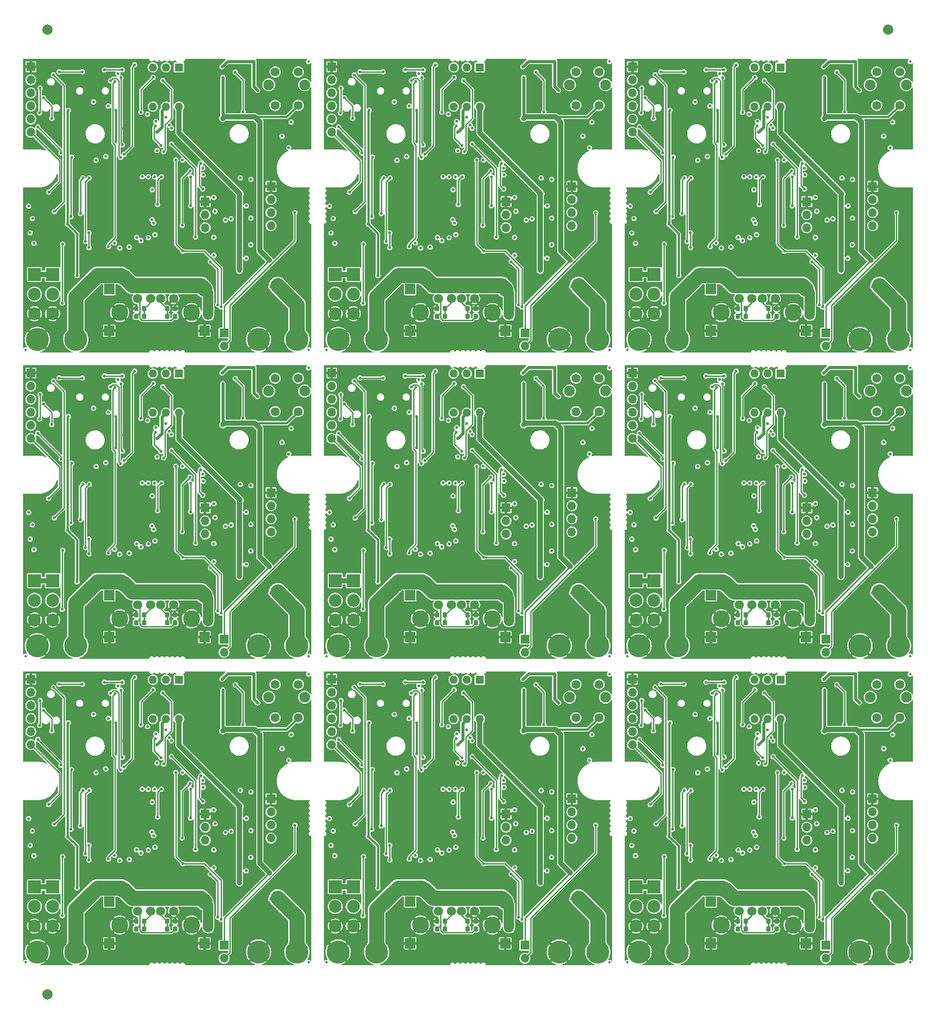
<source format=gbl>
%TF.GenerationSoftware,KiCad,Pcbnew,(6.0.6)*%
%TF.CreationDate,2022-07-06T10:55:58+02:00*%
%TF.ProjectId,panel,70616e65-6c2e-46b6-9963-61645f706362,3.0*%
%TF.SameCoordinates,PXe4e1c0PYe4e1c0*%
%TF.FileFunction,Copper,L4,Bot*%
%TF.FilePolarity,Positive*%
%FSLAX46Y46*%
G04 Gerber Fmt 4.6, Leading zero omitted, Abs format (unit mm)*
G04 Created by KiCad (PCBNEW (6.0.6)) date 2022-07-06 10:55:58*
%MOMM*%
%LPD*%
G01*
G04 APERTURE LIST*
G04 Aperture macros list*
%AMRoundRect*
0 Rectangle with rounded corners*
0 $1 Rounding radius*
0 $2 $3 $4 $5 $6 $7 $8 $9 X,Y pos of 4 corners*
0 Add a 4 corners polygon primitive as box body*
4,1,4,$2,$3,$4,$5,$6,$7,$8,$9,$2,$3,0*
0 Add four circle primitives for the rounded corners*
1,1,$1+$1,$2,$3*
1,1,$1+$1,$4,$5*
1,1,$1+$1,$6,$7*
1,1,$1+$1,$8,$9*
0 Add four rect primitives between the rounded corners*
20,1,$1+$1,$2,$3,$4,$5,0*
20,1,$1+$1,$4,$5,$6,$7,0*
20,1,$1+$1,$6,$7,$8,$9,0*
20,1,$1+$1,$8,$9,$2,$3,0*%
G04 Aperture macros list end*
%TA.AperFunction,ComponentPad*%
%ADD10R,2.000000X2.000000*%
%TD*%
%TA.AperFunction,ComponentPad*%
%ADD11R,1.600000X1.600000*%
%TD*%
%TA.AperFunction,ComponentPad*%
%ADD12O,1.600000X1.600000*%
%TD*%
%TA.AperFunction,ComponentPad*%
%ADD13R,1.700000X1.700000*%
%TD*%
%TA.AperFunction,ComponentPad*%
%ADD14O,1.700000X1.700000*%
%TD*%
%TA.AperFunction,ComponentPad*%
%ADD15C,4.500880*%
%TD*%
%TA.AperFunction,ComponentPad*%
%ADD16C,2.100000*%
%TD*%
%TA.AperFunction,ComponentPad*%
%ADD17C,1.750000*%
%TD*%
%TA.AperFunction,ComponentPad*%
%ADD18C,1.800000*%
%TD*%
%TA.AperFunction,ComponentPad*%
%ADD19C,3.300000*%
%TD*%
%TA.AperFunction,ComponentPad*%
%ADD20R,2.500000X2.500000*%
%TD*%
%TA.AperFunction,ComponentPad*%
%ADD21C,2.500000*%
%TD*%
%TA.AperFunction,SMDPad,CuDef*%
%ADD22C,2.000000*%
%TD*%
%TA.AperFunction,SMDPad,CuDef*%
%ADD23RoundRect,0.218750X-0.218750X-0.256250X0.218750X-0.256250X0.218750X0.256250X-0.218750X0.256250X0*%
%TD*%
%TA.AperFunction,SMDPad,CuDef*%
%ADD24C,0.500000*%
%TD*%
%TA.AperFunction,SMDPad,CuDef*%
%ADD25RoundRect,0.218750X0.218750X0.256250X-0.218750X0.256250X-0.218750X-0.256250X0.218750X-0.256250X0*%
%TD*%
%TA.AperFunction,ViaPad*%
%ADD26C,0.600000*%
%TD*%
%TA.AperFunction,Conductor*%
%ADD27C,0.400000*%
%TD*%
%TA.AperFunction,Conductor*%
%ADD28C,1.000000*%
%TD*%
%TA.AperFunction,Conductor*%
%ADD29C,0.600000*%
%TD*%
%TA.AperFunction,Conductor*%
%ADD30C,0.250000*%
%TD*%
%TA.AperFunction,Conductor*%
%ADD31C,3.000000*%
%TD*%
%TA.AperFunction,Conductor*%
%ADD32C,2.000000*%
%TD*%
G04 APERTURE END LIST*
D10*
%TO.P,B6-U5,1*%
%TO.N,B6-GND*%
X35500000Y-180060000D03*
%TO.P,B6-U5,2*%
%TO.N,B6-+VSW*%
X35500000Y-171940000D03*
%TO.P,B6-U5,3*%
%TO.N,B6-GND*%
X17000000Y-180060000D03*
%TO.P,B6-U5,4*%
%TO.N,B6-VBUS*%
X17000000Y-171940000D03*
%TD*%
D11*
%TO.P,B7-SW2,1*%
%TO.N,B7-Net-(R34-Pad2)*%
X89060000Y-128860000D03*
D12*
%TO.P,B7-SW2,2*%
%TO.N,B7-Net-(R36-Pad2)*%
X86520000Y-128860000D03*
%TO.P,B7-SW2,3*%
%TO.N,B7-Net-(R38-Pad2)*%
X83980000Y-128860000D03*
%TO.P,B7-SW2,4*%
%TO.N,B7-+3V3*%
X83980000Y-136480000D03*
%TO.P,B7-SW2,5*%
X86520000Y-136480000D03*
%TO.P,B7-SW2,6*%
X89060000Y-136480000D03*
%TD*%
D13*
%TO.P,B0-J5,1*%
%TO.N,B0-+BATT*%
X39325000Y-61450000D03*
D14*
%TO.P,B0-J5,2*%
%TO.N,B0-Net-(J5-Pad2)*%
X39325000Y-63990000D03*
%TD*%
D15*
%TO.P,B6-J13,1*%
%TO.N,B6-+BATT_RAW*%
X53500000Y-181750000D03*
%TD*%
D11*
%TO.P,B6-SW2,1*%
%TO.N,B6-Net-(R34-Pad2)*%
X30560000Y-128860000D03*
D12*
%TO.P,B6-SW2,2*%
%TO.N,B6-Net-(R36-Pad2)*%
X28020000Y-128860000D03*
%TO.P,B6-SW2,3*%
%TO.N,B6-Net-(R38-Pad2)*%
X25480000Y-128860000D03*
%TO.P,B6-SW2,4*%
%TO.N,B6-+3V3*%
X25480000Y-136480000D03*
%TO.P,B6-SW2,5*%
X28020000Y-136480000D03*
%TO.P,B6-SW2,6*%
X30560000Y-136480000D03*
%TD*%
D13*
%TO.P,B1-J1,1*%
%TO.N,B1-GND*%
X60250000Y-9750000D03*
D14*
%TO.P,B1-J1,2*%
%TO.N,B1-/PROG_RTS*%
X60250000Y-12290000D03*
%TO.P,B1-J1,3*%
%TO.N,B1-+3V3*%
X60250000Y-14830000D03*
%TO.P,B1-J1,4*%
%TO.N,B1-Net-(J1-Pad4)*%
X60250000Y-17370000D03*
%TO.P,B1-J1,5*%
%TO.N,B1-/ESP32_TXO*%
X60250000Y-19910000D03*
%TO.P,B1-J1,6*%
%TO.N,B1-/PROG_DTR*%
X60250000Y-22450000D03*
%TD*%
D16*
%TO.P,B8-SW3,*%
%TO.N,*%
X164990000Y-132240000D03*
X172000000Y-132240000D03*
D17*
%TO.P,B8-SW3,1*%
%TO.N,B8-Net-(R8-Pad1)*%
X166240000Y-136250000D03*
X166240000Y-129750000D03*
%TO.P,B8-SW3,2*%
%TO.N,B8-+BATT*%
X170740000Y-129750000D03*
X170740000Y-136250000D03*
%TD*%
D18*
%TO.P,B7-J9,1*%
%TO.N,B7-VBUS*%
X81000000Y-173790000D03*
%TO.P,B7-J9,2*%
%TO.N,B7-Net-(J9-Pad2)*%
X83500000Y-173790000D03*
%TO.P,B7-J9,3*%
%TO.N,B7-Net-(J9-Pad3)*%
X85500000Y-173790000D03*
%TO.P,B7-J9,4*%
%TO.N,B7-GND*%
X88000000Y-173790000D03*
D19*
%TO.P,B7-J9,5*%
X77500000Y-176500000D03*
X91500000Y-176500000D03*
%TD*%
D20*
%TO.P,B7-J8,1*%
%TO.N,B7-VBUS*%
X64450000Y-169090000D03*
D21*
%TO.P,B7-J8,2*%
%TO.N,B7-/LED_DATA_OUT_2*%
X64450000Y-172900000D03*
%TO.P,B7-J8,3*%
%TO.N,B7-GND*%
X64450000Y-176710000D03*
%TD*%
D16*
%TO.P,B5-SW3,*%
%TO.N,*%
X164990000Y-72740000D03*
X172000000Y-72740000D03*
D17*
%TO.P,B5-SW3,1*%
%TO.N,B5-Net-(R8-Pad1)*%
X166240000Y-76750000D03*
X166240000Y-70250000D03*
%TO.P,B5-SW3,2*%
%TO.N,B5-+BATT*%
X170740000Y-76750000D03*
X170740000Y-70250000D03*
%TD*%
D20*
%TO.P,B2-J8,1*%
%TO.N,B2-VBUS*%
X122950000Y-50090000D03*
D21*
%TO.P,B2-J8,2*%
%TO.N,B2-/LED_DATA_OUT_2*%
X122950000Y-53900000D03*
%TO.P,B2-J8,3*%
%TO.N,B2-GND*%
X122950000Y-57710000D03*
%TD*%
D15*
%TO.P,B3-J14,1*%
%TO.N,B3-GND*%
X46000000Y-122250000D03*
%TD*%
D11*
%TO.P,B0-SW2,1*%
%TO.N,B0-Net-(R34-Pad2)*%
X30560000Y-9860000D03*
D12*
%TO.P,B0-SW2,2*%
%TO.N,B0-Net-(R36-Pad2)*%
X28020000Y-9860000D03*
%TO.P,B0-SW2,3*%
%TO.N,B0-Net-(R38-Pad2)*%
X25480000Y-9860000D03*
%TO.P,B0-SW2,4*%
%TO.N,B0-+3V3*%
X25480000Y-17480000D03*
%TO.P,B0-SW2,5*%
X28020000Y-17480000D03*
%TO.P,B0-SW2,6*%
X30560000Y-17480000D03*
%TD*%
D11*
%TO.P,B5-SW2,1*%
%TO.N,B5-Net-(R34-Pad2)*%
X147560000Y-69360000D03*
D12*
%TO.P,B5-SW2,2*%
%TO.N,B5-Net-(R36-Pad2)*%
X145020000Y-69360000D03*
%TO.P,B5-SW2,3*%
%TO.N,B5-Net-(R38-Pad2)*%
X142480000Y-69360000D03*
%TO.P,B5-SW2,4*%
%TO.N,B5-+3V3*%
X142480000Y-76980000D03*
%TO.P,B5-SW2,5*%
X145020000Y-76980000D03*
%TO.P,B5-SW2,6*%
X147560000Y-76980000D03*
%TD*%
D16*
%TO.P,B4-SW3,*%
%TO.N,*%
X113500000Y-72740000D03*
X106490000Y-72740000D03*
D17*
%TO.P,B4-SW3,1*%
%TO.N,B4-Net-(R8-Pad1)*%
X107740000Y-76750000D03*
X107740000Y-70250000D03*
%TO.P,B4-SW3,2*%
%TO.N,B4-+BATT*%
X112240000Y-76750000D03*
X112240000Y-70250000D03*
%TD*%
D15*
%TO.P,B4-J15,1*%
%TO.N,B4-+VSW*%
X69000000Y-122250000D03*
%TD*%
D18*
%TO.P,B6-J9,1*%
%TO.N,B6-VBUS*%
X22500000Y-173790000D03*
%TO.P,B6-J9,2*%
%TO.N,B6-Net-(J9-Pad2)*%
X25000000Y-173790000D03*
%TO.P,B6-J9,3*%
%TO.N,B6-Net-(J9-Pad3)*%
X27000000Y-173790000D03*
%TO.P,B6-J9,4*%
%TO.N,B6-GND*%
X29500000Y-173790000D03*
D19*
%TO.P,B6-J9,5*%
X19000000Y-176500000D03*
X33000000Y-176500000D03*
%TD*%
D13*
%TO.P,B8-J4,1*%
%TO.N,B8-GND*%
X165450000Y-152000000D03*
D14*
%TO.P,B8-J4,2*%
%TO.N,B8-+3V3*%
X165450000Y-154540000D03*
%TO.P,B8-J4,3*%
%TO.N,B8-/I2C_SCL*%
X165450000Y-157080000D03*
%TO.P,B8-J4,4*%
%TO.N,B8-/I2C_SDA*%
X165450000Y-159620000D03*
%TD*%
D20*
%TO.P,B1-J7,1*%
%TO.N,B1-VBUS*%
X60950000Y-50090000D03*
D21*
%TO.P,B1-J7,2*%
%TO.N,B1-/LED_DATA_OUT_1*%
X60950000Y-53900000D03*
%TO.P,B1-J7,3*%
%TO.N,B1-GND*%
X60950000Y-57710000D03*
%TD*%
D11*
%TO.P,B4-SW2,1*%
%TO.N,B4-Net-(R34-Pad2)*%
X89060000Y-69360000D03*
D12*
%TO.P,B4-SW2,2*%
%TO.N,B4-Net-(R36-Pad2)*%
X86520000Y-69360000D03*
%TO.P,B4-SW2,3*%
%TO.N,B4-Net-(R38-Pad2)*%
X83980000Y-69360000D03*
%TO.P,B4-SW2,4*%
%TO.N,B4-+3V3*%
X83980000Y-76980000D03*
%TO.P,B4-SW2,5*%
X86520000Y-76980000D03*
%TO.P,B4-SW2,6*%
X89060000Y-76980000D03*
%TD*%
D20*
%TO.P,B8-J8,1*%
%TO.N,B8-VBUS*%
X122950000Y-169090000D03*
D21*
%TO.P,B8-J8,2*%
%TO.N,B8-/LED_DATA_OUT_2*%
X122950000Y-172900000D03*
%TO.P,B8-J8,3*%
%TO.N,B8-GND*%
X122950000Y-176710000D03*
%TD*%
D20*
%TO.P,B0-J7,1*%
%TO.N,B0-VBUS*%
X2450000Y-50090000D03*
D21*
%TO.P,B0-J7,2*%
%TO.N,B0-/LED_DATA_OUT_1*%
X2450000Y-53900000D03*
%TO.P,B0-J7,3*%
%TO.N,B0-GND*%
X2450000Y-57710000D03*
%TD*%
D13*
%TO.P,B4-J4,1*%
%TO.N,B4-GND*%
X106950000Y-92500000D03*
D14*
%TO.P,B4-J4,2*%
%TO.N,B4-+3V3*%
X106950000Y-95040000D03*
%TO.P,B4-J4,3*%
%TO.N,B4-/I2C_SCL*%
X106950000Y-97580000D03*
%TO.P,B4-J4,4*%
%TO.N,B4-/I2C_SDA*%
X106950000Y-100120000D03*
%TD*%
D11*
%TO.P,B1-SW2,1*%
%TO.N,B1-Net-(R34-Pad2)*%
X89060000Y-9860000D03*
D12*
%TO.P,B1-SW2,2*%
%TO.N,B1-Net-(R36-Pad2)*%
X86520000Y-9860000D03*
%TO.P,B1-SW2,3*%
%TO.N,B1-Net-(R38-Pad2)*%
X83980000Y-9860000D03*
%TO.P,B1-SW2,4*%
%TO.N,B1-+3V3*%
X83980000Y-17480000D03*
%TO.P,B1-SW2,5*%
X86520000Y-17480000D03*
%TO.P,B1-SW2,6*%
X89060000Y-17480000D03*
%TD*%
D13*
%TO.P,B8-J5,1*%
%TO.N,B8-+BATT*%
X156325000Y-180450000D03*
D14*
%TO.P,B8-J5,2*%
%TO.N,B8-Net-(J5-Pad2)*%
X156325000Y-182990000D03*
%TD*%
D13*
%TO.P,B0-J6,1*%
%TO.N,B0-GND*%
X35650000Y-35950000D03*
D14*
%TO.P,B0-J6,2*%
%TO.N,B0-Net-(J6-Pad2)*%
X35650000Y-38490000D03*
%TO.P,B0-J6,3*%
%TO.N,B0-Net-(J6-Pad3)*%
X35650000Y-41030000D03*
%TD*%
D16*
%TO.P,B7-SW3,*%
%TO.N,*%
X106490000Y-132240000D03*
X113500000Y-132240000D03*
D17*
%TO.P,B7-SW3,1*%
%TO.N,B7-Net-(R8-Pad1)*%
X107740000Y-136250000D03*
X107740000Y-129750000D03*
%TO.P,B7-SW3,2*%
%TO.N,B7-+BATT*%
X112240000Y-136250000D03*
X112240000Y-129750000D03*
%TD*%
D15*
%TO.P,B2-J15,1*%
%TO.N,B2-+VSW*%
X127500000Y-62750000D03*
%TD*%
D13*
%TO.P,B8-J1,1*%
%TO.N,B8-GND*%
X118750000Y-128750000D03*
D14*
%TO.P,B8-J1,2*%
%TO.N,B8-/PROG_RTS*%
X118750000Y-131290000D03*
%TO.P,B8-J1,3*%
%TO.N,B8-+3V3*%
X118750000Y-133830000D03*
%TO.P,B8-J1,4*%
%TO.N,B8-Net-(J1-Pad4)*%
X118750000Y-136370000D03*
%TO.P,B8-J1,5*%
%TO.N,B8-/ESP32_TXO*%
X118750000Y-138910000D03*
%TO.P,B8-J1,6*%
%TO.N,B8-/PROG_DTR*%
X118750000Y-141450000D03*
%TD*%
D15*
%TO.P,B1-J14,1*%
%TO.N,B1-GND*%
X104500000Y-62750000D03*
%TD*%
D10*
%TO.P,B8-U5,1*%
%TO.N,B8-GND*%
X152500000Y-180060000D03*
%TO.P,B8-U5,2*%
%TO.N,B8-+VSW*%
X152500000Y-171940000D03*
%TO.P,B8-U5,3*%
%TO.N,B8-GND*%
X134000000Y-180060000D03*
%TO.P,B8-U5,4*%
%TO.N,B8-VBUS*%
X134000000Y-171940000D03*
%TD*%
D20*
%TO.P,B3-J8,1*%
%TO.N,B3-VBUS*%
X5950000Y-109590000D03*
D21*
%TO.P,B3-J8,2*%
%TO.N,B3-/LED_DATA_OUT_2*%
X5950000Y-113400000D03*
%TO.P,B3-J8,3*%
%TO.N,B3-GND*%
X5950000Y-117210000D03*
%TD*%
D20*
%TO.P,B5-J7,1*%
%TO.N,B5-VBUS*%
X119450000Y-109590000D03*
D21*
%TO.P,B5-J7,2*%
%TO.N,B5-/LED_DATA_OUT_1*%
X119450000Y-113400000D03*
%TO.P,B5-J7,3*%
%TO.N,B5-GND*%
X119450000Y-117210000D03*
%TD*%
D15*
%TO.P,B0-J13,1*%
%TO.N,B0-+BATT_RAW*%
X53500000Y-62750000D03*
%TD*%
D10*
%TO.P,B2-U5,1*%
%TO.N,B2-GND*%
X152500000Y-61060000D03*
%TO.P,B2-U5,2*%
%TO.N,B2-+VSW*%
X152500000Y-52940000D03*
%TO.P,B2-U5,3*%
%TO.N,B2-GND*%
X134000000Y-61060000D03*
%TO.P,B2-U5,4*%
%TO.N,B2-VBUS*%
X134000000Y-52940000D03*
%TD*%
D11*
%TO.P,B2-SW2,1*%
%TO.N,B2-Net-(R34-Pad2)*%
X147560000Y-9860000D03*
D12*
%TO.P,B2-SW2,2*%
%TO.N,B2-Net-(R36-Pad2)*%
X145020000Y-9860000D03*
%TO.P,B2-SW2,3*%
%TO.N,B2-Net-(R38-Pad2)*%
X142480000Y-9860000D03*
%TO.P,B2-SW2,4*%
%TO.N,B2-+3V3*%
X142480000Y-17480000D03*
%TO.P,B2-SW2,5*%
X145020000Y-17480000D03*
%TO.P,B2-SW2,6*%
X147560000Y-17480000D03*
%TD*%
D20*
%TO.P,B6-J8,1*%
%TO.N,B6-VBUS*%
X5950000Y-169090000D03*
D21*
%TO.P,B6-J8,2*%
%TO.N,B6-/LED_DATA_OUT_2*%
X5950000Y-172900000D03*
%TO.P,B6-J8,3*%
%TO.N,B6-GND*%
X5950000Y-176710000D03*
%TD*%
D16*
%TO.P,B0-SW3,*%
%TO.N,*%
X47990000Y-13240000D03*
X55000000Y-13240000D03*
D17*
%TO.P,B0-SW3,1*%
%TO.N,B0-Net-(R8-Pad1)*%
X49240000Y-10750000D03*
X49240000Y-17250000D03*
%TO.P,B0-SW3,2*%
%TO.N,B0-+BATT*%
X53740000Y-17250000D03*
X53740000Y-10750000D03*
%TD*%
D15*
%TO.P,B1-J15,1*%
%TO.N,B1-+VSW*%
X69000000Y-62750000D03*
%TD*%
%TO.P,B2-J16,1*%
%TO.N,B2-GND*%
X120000000Y-62750000D03*
%TD*%
D13*
%TO.P,B4-J5,1*%
%TO.N,B4-+BATT*%
X97825000Y-120950000D03*
D14*
%TO.P,B4-J5,2*%
%TO.N,B4-Net-(J5-Pad2)*%
X97825000Y-123490000D03*
%TD*%
D15*
%TO.P,B7-J15,1*%
%TO.N,B7-+VSW*%
X69000000Y-181750000D03*
%TD*%
D18*
%TO.P,B0-J9,1*%
%TO.N,B0-VBUS*%
X22500000Y-54790000D03*
%TO.P,B0-J9,2*%
%TO.N,B0-Net-(J9-Pad2)*%
X25000000Y-54790000D03*
%TO.P,B0-J9,3*%
%TO.N,B0-Net-(J9-Pad3)*%
X27000000Y-54790000D03*
%TO.P,B0-J9,4*%
%TO.N,B0-GND*%
X29500000Y-54790000D03*
D19*
%TO.P,B0-J9,5*%
X19000000Y-57500000D03*
X33000000Y-57500000D03*
%TD*%
D15*
%TO.P,B5-J15,1*%
%TO.N,B5-+VSW*%
X127500000Y-122250000D03*
%TD*%
D18*
%TO.P,B2-J9,1*%
%TO.N,B2-VBUS*%
X139500000Y-54790000D03*
%TO.P,B2-J9,2*%
%TO.N,B2-Net-(J9-Pad2)*%
X142000000Y-54790000D03*
%TO.P,B2-J9,3*%
%TO.N,B2-Net-(J9-Pad3)*%
X144000000Y-54790000D03*
%TO.P,B2-J9,4*%
%TO.N,B2-GND*%
X146500000Y-54790000D03*
D19*
%TO.P,B2-J9,5*%
X150000000Y-57500000D03*
X136000000Y-57500000D03*
%TD*%
D16*
%TO.P,B2-SW3,*%
%TO.N,*%
X164990000Y-13240000D03*
X172000000Y-13240000D03*
D17*
%TO.P,B2-SW3,1*%
%TO.N,B2-Net-(R8-Pad1)*%
X166240000Y-10750000D03*
X166240000Y-17250000D03*
%TO.P,B2-SW3,2*%
%TO.N,B2-+BATT*%
X170740000Y-10750000D03*
X170740000Y-17250000D03*
%TD*%
D13*
%TO.P,B1-J4,1*%
%TO.N,B1-GND*%
X106950000Y-33000000D03*
D14*
%TO.P,B1-J4,2*%
%TO.N,B1-+3V3*%
X106950000Y-35540000D03*
%TO.P,B1-J4,3*%
%TO.N,B1-/I2C_SCL*%
X106950000Y-38080000D03*
%TO.P,B1-J4,4*%
%TO.N,B1-/I2C_SDA*%
X106950000Y-40620000D03*
%TD*%
D13*
%TO.P,B0-J4,1*%
%TO.N,B0-GND*%
X48450000Y-33000000D03*
D14*
%TO.P,B0-J4,2*%
%TO.N,B0-+3V3*%
X48450000Y-35540000D03*
%TO.P,B0-J4,3*%
%TO.N,B0-/I2C_SCL*%
X48450000Y-38080000D03*
%TO.P,B0-J4,4*%
%TO.N,B0-/I2C_SDA*%
X48450000Y-40620000D03*
%TD*%
D13*
%TO.P,B8-J6,1*%
%TO.N,B8-GND*%
X152650000Y-154950000D03*
D14*
%TO.P,B8-J6,2*%
%TO.N,B8-Net-(J6-Pad2)*%
X152650000Y-157490000D03*
%TO.P,B8-J6,3*%
%TO.N,B8-Net-(J6-Pad3)*%
X152650000Y-160030000D03*
%TD*%
D15*
%TO.P,B6-J14,1*%
%TO.N,B6-GND*%
X46000000Y-181750000D03*
%TD*%
D13*
%TO.P,B7-J6,1*%
%TO.N,B7-GND*%
X94150000Y-154950000D03*
D14*
%TO.P,B7-J6,2*%
%TO.N,B7-Net-(J6-Pad2)*%
X94150000Y-157490000D03*
%TO.P,B7-J6,3*%
%TO.N,B7-Net-(J6-Pad3)*%
X94150000Y-160030000D03*
%TD*%
D13*
%TO.P,B2-J4,1*%
%TO.N,B2-GND*%
X165450000Y-33000000D03*
D14*
%TO.P,B2-J4,2*%
%TO.N,B2-+3V3*%
X165450000Y-35540000D03*
%TO.P,B2-J4,3*%
%TO.N,B2-/I2C_SCL*%
X165450000Y-38080000D03*
%TO.P,B2-J4,4*%
%TO.N,B2-/I2C_SDA*%
X165450000Y-40620000D03*
%TD*%
D15*
%TO.P,B3-J13,1*%
%TO.N,B3-+BATT_RAW*%
X53500000Y-122250000D03*
%TD*%
%TO.P,B1-J13,1*%
%TO.N,B1-+BATT_RAW*%
X112000000Y-62750000D03*
%TD*%
%TO.P,B8-J16,1*%
%TO.N,B8-GND*%
X120000000Y-181750000D03*
%TD*%
D10*
%TO.P,B3-U5,1*%
%TO.N,B3-GND*%
X35500000Y-120560000D03*
%TO.P,B3-U5,2*%
%TO.N,B3-+VSW*%
X35500000Y-112440000D03*
%TO.P,B3-U5,3*%
%TO.N,B3-GND*%
X17000000Y-120560000D03*
%TO.P,B3-U5,4*%
%TO.N,B3-VBUS*%
X17000000Y-112440000D03*
%TD*%
D13*
%TO.P,B5-J6,1*%
%TO.N,B5-GND*%
X152650000Y-95450000D03*
D14*
%TO.P,B5-J6,2*%
%TO.N,B5-Net-(J6-Pad2)*%
X152650000Y-97990000D03*
%TO.P,B5-J6,3*%
%TO.N,B5-Net-(J6-Pad3)*%
X152650000Y-100530000D03*
%TD*%
D13*
%TO.P,B4-J6,1*%
%TO.N,B4-GND*%
X94150000Y-95450000D03*
D14*
%TO.P,B4-J6,2*%
%TO.N,B4-Net-(J6-Pad2)*%
X94150000Y-97990000D03*
%TO.P,B4-J6,3*%
%TO.N,B4-Net-(J6-Pad3)*%
X94150000Y-100530000D03*
%TD*%
D15*
%TO.P,B8-J15,1*%
%TO.N,B8-+VSW*%
X127500000Y-181750000D03*
%TD*%
D18*
%TO.P,B1-J9,1*%
%TO.N,B1-VBUS*%
X81000000Y-54790000D03*
%TO.P,B1-J9,2*%
%TO.N,B1-Net-(J9-Pad2)*%
X83500000Y-54790000D03*
%TO.P,B1-J9,3*%
%TO.N,B1-Net-(J9-Pad3)*%
X85500000Y-54790000D03*
%TO.P,B1-J9,4*%
%TO.N,B1-GND*%
X88000000Y-54790000D03*
D19*
%TO.P,B1-J9,5*%
X91500000Y-57500000D03*
X77500000Y-57500000D03*
%TD*%
D15*
%TO.P,B6-J15,1*%
%TO.N,B6-+VSW*%
X10500000Y-181750000D03*
%TD*%
D10*
%TO.P,B5-U5,1*%
%TO.N,B5-GND*%
X152500000Y-120560000D03*
%TO.P,B5-U5,2*%
%TO.N,B5-+VSW*%
X152500000Y-112440000D03*
%TO.P,B5-U5,3*%
%TO.N,B5-GND*%
X134000000Y-120560000D03*
%TO.P,B5-U5,4*%
%TO.N,B5-VBUS*%
X134000000Y-112440000D03*
%TD*%
D13*
%TO.P,B6-J6,1*%
%TO.N,B6-GND*%
X35650000Y-154950000D03*
D14*
%TO.P,B6-J6,2*%
%TO.N,B6-Net-(J6-Pad2)*%
X35650000Y-157490000D03*
%TO.P,B6-J6,3*%
%TO.N,B6-Net-(J6-Pad3)*%
X35650000Y-160030000D03*
%TD*%
D13*
%TO.P,B5-J1,1*%
%TO.N,B5-GND*%
X118750000Y-69250000D03*
D14*
%TO.P,B5-J1,2*%
%TO.N,B5-/PROG_RTS*%
X118750000Y-71790000D03*
%TO.P,B5-J1,3*%
%TO.N,B5-+3V3*%
X118750000Y-74330000D03*
%TO.P,B5-J1,4*%
%TO.N,B5-Net-(J1-Pad4)*%
X118750000Y-76870000D03*
%TO.P,B5-J1,5*%
%TO.N,B5-/ESP32_TXO*%
X118750000Y-79410000D03*
%TO.P,B5-J1,6*%
%TO.N,B5-/PROG_DTR*%
X118750000Y-81950000D03*
%TD*%
D13*
%TO.P,B1-J5,1*%
%TO.N,B1-+BATT*%
X97825000Y-61450000D03*
D14*
%TO.P,B1-J5,2*%
%TO.N,B1-Net-(J5-Pad2)*%
X97825000Y-63990000D03*
%TD*%
D13*
%TO.P,B7-J4,1*%
%TO.N,B7-GND*%
X106950000Y-152000000D03*
D14*
%TO.P,B7-J4,2*%
%TO.N,B7-+3V3*%
X106950000Y-154540000D03*
%TO.P,B7-J4,3*%
%TO.N,B7-/I2C_SCL*%
X106950000Y-157080000D03*
%TO.P,B7-J4,4*%
%TO.N,B7-/I2C_SDA*%
X106950000Y-159620000D03*
%TD*%
D15*
%TO.P,B0-J15,1*%
%TO.N,B0-+VSW*%
X10500000Y-62750000D03*
%TD*%
D13*
%TO.P,B6-J1,1*%
%TO.N,B6-GND*%
X1750000Y-128750000D03*
D14*
%TO.P,B6-J1,2*%
%TO.N,B6-/PROG_RTS*%
X1750000Y-131290000D03*
%TO.P,B6-J1,3*%
%TO.N,B6-+3V3*%
X1750000Y-133830000D03*
%TO.P,B6-J1,4*%
%TO.N,B6-Net-(J1-Pad4)*%
X1750000Y-136370000D03*
%TO.P,B6-J1,5*%
%TO.N,B6-/ESP32_TXO*%
X1750000Y-138910000D03*
%TO.P,B6-J1,6*%
%TO.N,B6-/PROG_DTR*%
X1750000Y-141450000D03*
%TD*%
D18*
%TO.P,B3-J9,1*%
%TO.N,B3-VBUS*%
X22500000Y-114290000D03*
%TO.P,B3-J9,2*%
%TO.N,B3-Net-(J9-Pad2)*%
X25000000Y-114290000D03*
%TO.P,B3-J9,3*%
%TO.N,B3-Net-(J9-Pad3)*%
X27000000Y-114290000D03*
%TO.P,B3-J9,4*%
%TO.N,B3-GND*%
X29500000Y-114290000D03*
D19*
%TO.P,B3-J9,5*%
X19000000Y-117000000D03*
X33000000Y-117000000D03*
%TD*%
D13*
%TO.P,B5-J5,1*%
%TO.N,B5-+BATT*%
X156325000Y-120950000D03*
D14*
%TO.P,B5-J5,2*%
%TO.N,B5-Net-(J5-Pad2)*%
X156325000Y-123490000D03*
%TD*%
D15*
%TO.P,B5-J14,1*%
%TO.N,B5-GND*%
X163000000Y-122250000D03*
%TD*%
D16*
%TO.P,B1-SW3,*%
%TO.N,*%
X113500000Y-13240000D03*
X106490000Y-13240000D03*
D17*
%TO.P,B1-SW3,1*%
%TO.N,B1-Net-(R8-Pad1)*%
X107740000Y-17250000D03*
X107740000Y-10750000D03*
%TO.P,B1-SW3,2*%
%TO.N,B1-+BATT*%
X112240000Y-10750000D03*
X112240000Y-17250000D03*
%TD*%
D15*
%TO.P,B8-J14,1*%
%TO.N,B8-GND*%
X163000000Y-181750000D03*
%TD*%
D13*
%TO.P,B6-J5,1*%
%TO.N,B6-+BATT*%
X39325000Y-180450000D03*
D14*
%TO.P,B6-J5,2*%
%TO.N,B6-Net-(J5-Pad2)*%
X39325000Y-182990000D03*
%TD*%
D15*
%TO.P,B1-J16,1*%
%TO.N,B1-GND*%
X61500000Y-62750000D03*
%TD*%
D20*
%TO.P,B2-J7,1*%
%TO.N,B2-VBUS*%
X119450000Y-50090000D03*
D21*
%TO.P,B2-J7,2*%
%TO.N,B2-/LED_DATA_OUT_1*%
X119450000Y-53900000D03*
%TO.P,B2-J7,3*%
%TO.N,B2-GND*%
X119450000Y-57710000D03*
%TD*%
D10*
%TO.P,B4-U5,1*%
%TO.N,B4-GND*%
X94000000Y-120560000D03*
%TO.P,B4-U5,2*%
%TO.N,B4-+VSW*%
X94000000Y-112440000D03*
%TO.P,B4-U5,3*%
%TO.N,B4-GND*%
X75500000Y-120560000D03*
%TO.P,B4-U5,4*%
%TO.N,B4-VBUS*%
X75500000Y-112440000D03*
%TD*%
D16*
%TO.P,B3-SW3,*%
%TO.N,*%
X55000000Y-72740000D03*
X47990000Y-72740000D03*
D17*
%TO.P,B3-SW3,1*%
%TO.N,B3-Net-(R8-Pad1)*%
X49240000Y-76750000D03*
X49240000Y-70250000D03*
%TO.P,B3-SW3,2*%
%TO.N,B3-+BATT*%
X53740000Y-70250000D03*
X53740000Y-76750000D03*
%TD*%
D13*
%TO.P,B2-J1,1*%
%TO.N,B2-GND*%
X118750000Y-9750000D03*
D14*
%TO.P,B2-J1,2*%
%TO.N,B2-/PROG_RTS*%
X118750000Y-12290000D03*
%TO.P,B2-J1,3*%
%TO.N,B2-+3V3*%
X118750000Y-14830000D03*
%TO.P,B2-J1,4*%
%TO.N,B2-Net-(J1-Pad4)*%
X118750000Y-17370000D03*
%TO.P,B2-J1,5*%
%TO.N,B2-/ESP32_TXO*%
X118750000Y-19910000D03*
%TO.P,B2-J1,6*%
%TO.N,B2-/PROG_DTR*%
X118750000Y-22450000D03*
%TD*%
D15*
%TO.P,B4-J14,1*%
%TO.N,B4-GND*%
X104500000Y-122250000D03*
%TD*%
D13*
%TO.P,B6-J4,1*%
%TO.N,B6-GND*%
X48450000Y-152000000D03*
D14*
%TO.P,B6-J4,2*%
%TO.N,B6-+3V3*%
X48450000Y-154540000D03*
%TO.P,B6-J4,3*%
%TO.N,B6-/I2C_SCL*%
X48450000Y-157080000D03*
%TO.P,B6-J4,4*%
%TO.N,B6-/I2C_SDA*%
X48450000Y-159620000D03*
%TD*%
D13*
%TO.P,B4-J1,1*%
%TO.N,B4-GND*%
X60250000Y-69250000D03*
D14*
%TO.P,B4-J1,2*%
%TO.N,B4-/PROG_RTS*%
X60250000Y-71790000D03*
%TO.P,B4-J1,3*%
%TO.N,B4-+3V3*%
X60250000Y-74330000D03*
%TO.P,B4-J1,4*%
%TO.N,B4-Net-(J1-Pad4)*%
X60250000Y-76870000D03*
%TO.P,B4-J1,5*%
%TO.N,B4-/ESP32_TXO*%
X60250000Y-79410000D03*
%TO.P,B4-J1,6*%
%TO.N,B4-/PROG_DTR*%
X60250000Y-81950000D03*
%TD*%
D10*
%TO.P,B1-U5,1*%
%TO.N,B1-GND*%
X94000000Y-61060000D03*
%TO.P,B1-U5,2*%
%TO.N,B1-+VSW*%
X94000000Y-52940000D03*
%TO.P,B1-U5,3*%
%TO.N,B1-GND*%
X75500000Y-61060000D03*
%TO.P,B1-U5,4*%
%TO.N,B1-VBUS*%
X75500000Y-52940000D03*
%TD*%
D20*
%TO.P,B6-J7,1*%
%TO.N,B6-VBUS*%
X2450000Y-169090000D03*
D21*
%TO.P,B6-J7,2*%
%TO.N,B6-/LED_DATA_OUT_1*%
X2450000Y-172900000D03*
%TO.P,B6-J7,3*%
%TO.N,B6-GND*%
X2450000Y-176710000D03*
%TD*%
D15*
%TO.P,B2-J14,1*%
%TO.N,B2-GND*%
X163000000Y-62750000D03*
%TD*%
D10*
%TO.P,B0-U5,1*%
%TO.N,B0-GND*%
X35500000Y-61060000D03*
%TO.P,B0-U5,2*%
%TO.N,B0-+VSW*%
X35500000Y-52940000D03*
%TO.P,B0-U5,3*%
%TO.N,B0-GND*%
X17000000Y-61060000D03*
%TO.P,B0-U5,4*%
%TO.N,B0-VBUS*%
X17000000Y-52940000D03*
%TD*%
D13*
%TO.P,B1-J6,1*%
%TO.N,B1-GND*%
X94150000Y-35950000D03*
D14*
%TO.P,B1-J6,2*%
%TO.N,B1-Net-(J6-Pad2)*%
X94150000Y-38490000D03*
%TO.P,B1-J6,3*%
%TO.N,B1-Net-(J6-Pad3)*%
X94150000Y-41030000D03*
%TD*%
D13*
%TO.P,B3-J5,1*%
%TO.N,B3-+BATT*%
X39325000Y-120950000D03*
D14*
%TO.P,B3-J5,2*%
%TO.N,B3-Net-(J5-Pad2)*%
X39325000Y-123490000D03*
%TD*%
D13*
%TO.P,B0-J1,1*%
%TO.N,B0-GND*%
X1750000Y-9750000D03*
D14*
%TO.P,B0-J1,2*%
%TO.N,B0-/PROG_RTS*%
X1750000Y-12290000D03*
%TO.P,B0-J1,3*%
%TO.N,B0-+3V3*%
X1750000Y-14830000D03*
%TO.P,B0-J1,4*%
%TO.N,B0-Net-(J1-Pad4)*%
X1750000Y-17370000D03*
%TO.P,B0-J1,5*%
%TO.N,B0-/ESP32_TXO*%
X1750000Y-19910000D03*
%TO.P,B0-J1,6*%
%TO.N,B0-/PROG_DTR*%
X1750000Y-22450000D03*
%TD*%
D13*
%TO.P,B7-J1,1*%
%TO.N,B7-GND*%
X60250000Y-128750000D03*
D14*
%TO.P,B7-J1,2*%
%TO.N,B7-/PROG_RTS*%
X60250000Y-131290000D03*
%TO.P,B7-J1,3*%
%TO.N,B7-+3V3*%
X60250000Y-133830000D03*
%TO.P,B7-J1,4*%
%TO.N,B7-Net-(J1-Pad4)*%
X60250000Y-136370000D03*
%TO.P,B7-J1,5*%
%TO.N,B7-/ESP32_TXO*%
X60250000Y-138910000D03*
%TO.P,B7-J1,6*%
%TO.N,B7-/PROG_DTR*%
X60250000Y-141450000D03*
%TD*%
D13*
%TO.P,B3-J6,1*%
%TO.N,B3-GND*%
X35650000Y-95450000D03*
D14*
%TO.P,B3-J6,2*%
%TO.N,B3-Net-(J6-Pad2)*%
X35650000Y-97990000D03*
%TO.P,B3-J6,3*%
%TO.N,B3-Net-(J6-Pad3)*%
X35650000Y-100530000D03*
%TD*%
D15*
%TO.P,B8-J13,1*%
%TO.N,B8-+BATT_RAW*%
X170500000Y-181750000D03*
%TD*%
D13*
%TO.P,B3-J1,1*%
%TO.N,B3-GND*%
X1750000Y-69250000D03*
D14*
%TO.P,B3-J1,2*%
%TO.N,B3-/PROG_RTS*%
X1750000Y-71790000D03*
%TO.P,B3-J1,3*%
%TO.N,B3-+3V3*%
X1750000Y-74330000D03*
%TO.P,B3-J1,4*%
%TO.N,B3-Net-(J1-Pad4)*%
X1750000Y-76870000D03*
%TO.P,B3-J1,5*%
%TO.N,B3-/ESP32_TXO*%
X1750000Y-79410000D03*
%TO.P,B3-J1,6*%
%TO.N,B3-/PROG_DTR*%
X1750000Y-81950000D03*
%TD*%
D20*
%TO.P,B4-J7,1*%
%TO.N,B4-VBUS*%
X60950000Y-109590000D03*
D21*
%TO.P,B4-J7,2*%
%TO.N,B4-/LED_DATA_OUT_1*%
X60950000Y-113400000D03*
%TO.P,B4-J7,3*%
%TO.N,B4-GND*%
X60950000Y-117210000D03*
%TD*%
D11*
%TO.P,B3-SW2,1*%
%TO.N,B3-Net-(R34-Pad2)*%
X30560000Y-69360000D03*
D12*
%TO.P,B3-SW2,2*%
%TO.N,B3-Net-(R36-Pad2)*%
X28020000Y-69360000D03*
%TO.P,B3-SW2,3*%
%TO.N,B3-Net-(R38-Pad2)*%
X25480000Y-69360000D03*
%TO.P,B3-SW2,4*%
%TO.N,B3-+3V3*%
X25480000Y-76980000D03*
%TO.P,B3-SW2,5*%
X28020000Y-76980000D03*
%TO.P,B3-SW2,6*%
X30560000Y-76980000D03*
%TD*%
D15*
%TO.P,B0-J14,1*%
%TO.N,B0-GND*%
X46000000Y-62750000D03*
%TD*%
%TO.P,B6-J16,1*%
%TO.N,B6-GND*%
X3000000Y-181750000D03*
%TD*%
D18*
%TO.P,B8-J9,1*%
%TO.N,B8-VBUS*%
X139500000Y-173790000D03*
%TO.P,B8-J9,2*%
%TO.N,B8-Net-(J9-Pad2)*%
X142000000Y-173790000D03*
%TO.P,B8-J9,3*%
%TO.N,B8-Net-(J9-Pad3)*%
X144000000Y-173790000D03*
%TO.P,B8-J9,4*%
%TO.N,B8-GND*%
X146500000Y-173790000D03*
D19*
%TO.P,B8-J9,5*%
X150000000Y-176500000D03*
X136000000Y-176500000D03*
%TD*%
D15*
%TO.P,B7-J14,1*%
%TO.N,B7-GND*%
X104500000Y-181750000D03*
%TD*%
D16*
%TO.P,B6-SW3,*%
%TO.N,*%
X47990000Y-132240000D03*
X55000000Y-132240000D03*
D17*
%TO.P,B6-SW3,1*%
%TO.N,B6-Net-(R8-Pad1)*%
X49240000Y-129750000D03*
X49240000Y-136250000D03*
%TO.P,B6-SW3,2*%
%TO.N,B6-+BATT*%
X53740000Y-136250000D03*
X53740000Y-129750000D03*
%TD*%
D20*
%TO.P,B8-J7,1*%
%TO.N,B8-VBUS*%
X119450000Y-169090000D03*
D21*
%TO.P,B8-J7,2*%
%TO.N,B8-/LED_DATA_OUT_1*%
X119450000Y-172900000D03*
%TO.P,B8-J7,3*%
%TO.N,B8-GND*%
X119450000Y-176710000D03*
%TD*%
D15*
%TO.P,B0-J16,1*%
%TO.N,B0-GND*%
X3000000Y-62750000D03*
%TD*%
D13*
%TO.P,B5-J4,1*%
%TO.N,B5-GND*%
X165450000Y-92500000D03*
D14*
%TO.P,B5-J4,2*%
%TO.N,B5-+3V3*%
X165450000Y-95040000D03*
%TO.P,B5-J4,3*%
%TO.N,B5-/I2C_SCL*%
X165450000Y-97580000D03*
%TO.P,B5-J4,4*%
%TO.N,B5-/I2C_SDA*%
X165450000Y-100120000D03*
%TD*%
D15*
%TO.P,B7-J16,1*%
%TO.N,B7-GND*%
X61500000Y-181750000D03*
%TD*%
D13*
%TO.P,B2-J6,1*%
%TO.N,B2-GND*%
X152650000Y-35950000D03*
D14*
%TO.P,B2-J6,2*%
%TO.N,B2-Net-(J6-Pad2)*%
X152650000Y-38490000D03*
%TO.P,B2-J6,3*%
%TO.N,B2-Net-(J6-Pad3)*%
X152650000Y-41030000D03*
%TD*%
D15*
%TO.P,B4-J13,1*%
%TO.N,B4-+BATT_RAW*%
X112000000Y-122250000D03*
%TD*%
%TO.P,B5-J13,1*%
%TO.N,B5-+BATT_RAW*%
X170500000Y-122250000D03*
%TD*%
D11*
%TO.P,B8-SW2,1*%
%TO.N,B8-Net-(R34-Pad2)*%
X147560000Y-128860000D03*
D12*
%TO.P,B8-SW2,2*%
%TO.N,B8-Net-(R36-Pad2)*%
X145020000Y-128860000D03*
%TO.P,B8-SW2,3*%
%TO.N,B8-Net-(R38-Pad2)*%
X142480000Y-128860000D03*
%TO.P,B8-SW2,4*%
%TO.N,B8-+3V3*%
X142480000Y-136480000D03*
%TO.P,B8-SW2,5*%
X145020000Y-136480000D03*
%TO.P,B8-SW2,6*%
X147560000Y-136480000D03*
%TD*%
D20*
%TO.P,B4-J8,1*%
%TO.N,B4-VBUS*%
X64450000Y-109590000D03*
D21*
%TO.P,B4-J8,2*%
%TO.N,B4-/LED_DATA_OUT_2*%
X64450000Y-113400000D03*
%TO.P,B4-J8,3*%
%TO.N,B4-GND*%
X64450000Y-117210000D03*
%TD*%
D20*
%TO.P,B3-J7,1*%
%TO.N,B3-VBUS*%
X2450000Y-109590000D03*
D21*
%TO.P,B3-J7,2*%
%TO.N,B3-/LED_DATA_OUT_1*%
X2450000Y-113400000D03*
%TO.P,B3-J7,3*%
%TO.N,B3-GND*%
X2450000Y-117210000D03*
%TD*%
D10*
%TO.P,B7-U5,1*%
%TO.N,B7-GND*%
X94000000Y-180060000D03*
%TO.P,B7-U5,2*%
%TO.N,B7-+VSW*%
X94000000Y-171940000D03*
%TO.P,B7-U5,3*%
%TO.N,B7-GND*%
X75500000Y-180060000D03*
%TO.P,B7-U5,4*%
%TO.N,B7-VBUS*%
X75500000Y-171940000D03*
%TD*%
D20*
%TO.P,B1-J8,1*%
%TO.N,B1-VBUS*%
X64450000Y-50090000D03*
D21*
%TO.P,B1-J8,2*%
%TO.N,B1-/LED_DATA_OUT_2*%
X64450000Y-53900000D03*
%TO.P,B1-J8,3*%
%TO.N,B1-GND*%
X64450000Y-57710000D03*
%TD*%
D15*
%TO.P,B2-J13,1*%
%TO.N,B2-+BATT_RAW*%
X170500000Y-62750000D03*
%TD*%
D18*
%TO.P,B4-J9,1*%
%TO.N,B4-VBUS*%
X81000000Y-114290000D03*
%TO.P,B4-J9,2*%
%TO.N,B4-Net-(J9-Pad2)*%
X83500000Y-114290000D03*
%TO.P,B4-J9,3*%
%TO.N,B4-Net-(J9-Pad3)*%
X85500000Y-114290000D03*
%TO.P,B4-J9,4*%
%TO.N,B4-GND*%
X88000000Y-114290000D03*
D19*
%TO.P,B4-J9,5*%
X91500000Y-117000000D03*
X77500000Y-117000000D03*
%TD*%
D15*
%TO.P,B3-J15,1*%
%TO.N,B3-+VSW*%
X10500000Y-122250000D03*
%TD*%
%TO.P,B4-J16,1*%
%TO.N,B4-GND*%
X61500000Y-122250000D03*
%TD*%
%TO.P,B5-J16,1*%
%TO.N,B5-GND*%
X120000000Y-122250000D03*
%TD*%
%TO.P,B7-J13,1*%
%TO.N,B7-+BATT_RAW*%
X112000000Y-181750000D03*
%TD*%
D13*
%TO.P,B2-J5,1*%
%TO.N,B2-+BATT*%
X156325000Y-61450000D03*
D14*
%TO.P,B2-J5,2*%
%TO.N,B2-Net-(J5-Pad2)*%
X156325000Y-63990000D03*
%TD*%
D20*
%TO.P,B5-J8,1*%
%TO.N,B5-VBUS*%
X122950000Y-109590000D03*
D21*
%TO.P,B5-J8,2*%
%TO.N,B5-/LED_DATA_OUT_2*%
X122950000Y-113400000D03*
%TO.P,B5-J8,3*%
%TO.N,B5-GND*%
X122950000Y-117210000D03*
%TD*%
D13*
%TO.P,B7-J5,1*%
%TO.N,B7-+BATT*%
X97825000Y-180450000D03*
D14*
%TO.P,B7-J5,2*%
%TO.N,B7-Net-(J5-Pad2)*%
X97825000Y-182990000D03*
%TD*%
D15*
%TO.P,B3-J16,1*%
%TO.N,B3-GND*%
X3000000Y-122250000D03*
%TD*%
D18*
%TO.P,B5-J9,1*%
%TO.N,B5-VBUS*%
X139500000Y-114290000D03*
%TO.P,B5-J9,2*%
%TO.N,B5-Net-(J9-Pad2)*%
X142000000Y-114290000D03*
%TO.P,B5-J9,3*%
%TO.N,B5-Net-(J9-Pad3)*%
X144000000Y-114290000D03*
%TO.P,B5-J9,4*%
%TO.N,B5-GND*%
X146500000Y-114290000D03*
D19*
%TO.P,B5-J9,5*%
X150000000Y-117000000D03*
X136000000Y-117000000D03*
%TD*%
D13*
%TO.P,B3-J4,1*%
%TO.N,B3-GND*%
X48450000Y-92500000D03*
D14*
%TO.P,B3-J4,2*%
%TO.N,B3-+3V3*%
X48450000Y-95040000D03*
%TO.P,B3-J4,3*%
%TO.N,B3-/I2C_SCL*%
X48450000Y-97580000D03*
%TO.P,B3-J4,4*%
%TO.N,B3-/I2C_SDA*%
X48450000Y-100120000D03*
%TD*%
D20*
%TO.P,B0-J8,1*%
%TO.N,B0-VBUS*%
X5950000Y-50090000D03*
D21*
%TO.P,B0-J8,2*%
%TO.N,B0-/LED_DATA_OUT_2*%
X5950000Y-53900000D03*
%TO.P,B0-J8,3*%
%TO.N,B0-GND*%
X5950000Y-57710000D03*
%TD*%
D20*
%TO.P,B7-J7,1*%
%TO.N,B7-VBUS*%
X60950000Y-169090000D03*
D21*
%TO.P,B7-J7,2*%
%TO.N,B7-/LED_DATA_OUT_1*%
X60950000Y-172900000D03*
%TO.P,B7-J7,3*%
%TO.N,B7-GND*%
X60950000Y-176710000D03*
%TD*%
D22*
%TO.P,REF\u002A\u002A,*%
%TO.N,*%
X5000000Y-2500000D03*
%TD*%
D23*
%TO.P,B1-R14,1*%
%TO.N,B1-Net-(J9-Pad3)*%
X86712500Y-56750000D03*
%TO.P,B1-R14,2*%
%TO.N,B1-GND*%
X88287500Y-56750000D03*
%TD*%
D24*
%TO.P,B5-FID5,*%
%TO.N,*%
X117750000Y-124250000D03*
%TD*%
D25*
%TO.P,B6-R30,1*%
%TO.N,B6-Net-(J9-Pad2)*%
X23787500Y-175750000D03*
%TO.P,B6-R30,2*%
%TO.N,B6-GND*%
X22212500Y-175750000D03*
%TD*%
D24*
%TO.P,B4-FID5,*%
%TO.N,*%
X59250000Y-124250000D03*
%TD*%
%TO.P,B0-FID6,*%
%TO.N,*%
X55750000Y-8750000D03*
%TD*%
D23*
%TO.P,B0-R14,1*%
%TO.N,B0-Net-(J9-Pad3)*%
X28212500Y-56750000D03*
%TO.P,B0-R14,2*%
%TO.N,B0-GND*%
X29787500Y-56750000D03*
%TD*%
%TO.P,B0-R29,1*%
%TO.N,B0-VBUS*%
X22212500Y-58250000D03*
%TO.P,B0-R29,2*%
%TO.N,B0-Net-(J9-Pad2)*%
X23787500Y-58250000D03*
%TD*%
%TO.P,B3-R14,1*%
%TO.N,B3-Net-(J9-Pad3)*%
X28212500Y-116250000D03*
%TO.P,B3-R14,2*%
%TO.N,B3-GND*%
X29787500Y-116250000D03*
%TD*%
D25*
%TO.P,B1-R13,1*%
%TO.N,B1-VBUS*%
X88287500Y-58250000D03*
%TO.P,B1-R13,2*%
%TO.N,B1-Net-(J9-Pad3)*%
X86712500Y-58250000D03*
%TD*%
%TO.P,B0-R30,1*%
%TO.N,B0-Net-(J9-Pad2)*%
X23787500Y-56750000D03*
%TO.P,B0-R30,2*%
%TO.N,B0-GND*%
X22212500Y-56750000D03*
%TD*%
%TO.P,B1-R30,1*%
%TO.N,B1-Net-(J9-Pad2)*%
X82287500Y-56750000D03*
%TO.P,B1-R30,2*%
%TO.N,B1-GND*%
X80712500Y-56750000D03*
%TD*%
D23*
%TO.P,B5-R14,1*%
%TO.N,B5-Net-(J9-Pad3)*%
X145212500Y-116250000D03*
%TO.P,B5-R14,2*%
%TO.N,B5-GND*%
X146787500Y-116250000D03*
%TD*%
%TO.P,B4-R29,1*%
%TO.N,B4-VBUS*%
X80712500Y-117750000D03*
%TO.P,B4-R29,2*%
%TO.N,B4-Net-(J9-Pad2)*%
X82287500Y-117750000D03*
%TD*%
%TO.P,B1-R29,1*%
%TO.N,B1-VBUS*%
X80712500Y-58250000D03*
%TO.P,B1-R29,2*%
%TO.N,B1-Net-(J9-Pad2)*%
X82287500Y-58250000D03*
%TD*%
%TO.P,B2-R14,1*%
%TO.N,B2-Net-(J9-Pad3)*%
X145212500Y-56750000D03*
%TO.P,B2-R14,2*%
%TO.N,B2-GND*%
X146787500Y-56750000D03*
%TD*%
D24*
%TO.P,B0-FID5,*%
%TO.N,*%
X750000Y-64750000D03*
%TD*%
%TO.P,B1-FID6,*%
%TO.N,*%
X114250000Y-8750000D03*
%TD*%
D23*
%TO.P,B8-R14,1*%
%TO.N,B8-Net-(J9-Pad3)*%
X145212500Y-175750000D03*
%TO.P,B8-R14,2*%
%TO.N,B8-GND*%
X146787500Y-175750000D03*
%TD*%
D24*
%TO.P,B6-FID6,*%
%TO.N,*%
X55750000Y-127750000D03*
%TD*%
%TO.P,B3-FID6,*%
%TO.N,*%
X55750000Y-68250000D03*
%TD*%
D23*
%TO.P,B6-R14,1*%
%TO.N,B6-Net-(J9-Pad3)*%
X28212500Y-175750000D03*
%TO.P,B6-R14,2*%
%TO.N,B6-GND*%
X29787500Y-175750000D03*
%TD*%
D24*
%TO.P,B8-FID4,*%
%TO.N,*%
X172750000Y-183750000D03*
%TD*%
D25*
%TO.P,B2-R13,1*%
%TO.N,B2-VBUS*%
X146787500Y-58250000D03*
%TO.P,B2-R13,2*%
%TO.N,B2-Net-(J9-Pad3)*%
X145212500Y-58250000D03*
%TD*%
D24*
%TO.P,B6-FID5,*%
%TO.N,*%
X750000Y-183750000D03*
%TD*%
%TO.P,B2-FID5,*%
%TO.N,*%
X117750000Y-64750000D03*
%TD*%
%TO.P,B2-FID4,*%
%TO.N,*%
X172750000Y-64750000D03*
%TD*%
%TO.P,B2-FID6,*%
%TO.N,*%
X172750000Y-8750000D03*
%TD*%
%TO.P,B7-FID4,*%
%TO.N,*%
X114250000Y-183750000D03*
%TD*%
%TO.P,B8-FID6,*%
%TO.N,*%
X172750000Y-127750000D03*
%TD*%
%TO.P,B1-FID5,*%
%TO.N,*%
X59250000Y-64750000D03*
%TD*%
%TO.P,B1-FID4,*%
%TO.N,*%
X114250000Y-64750000D03*
%TD*%
D25*
%TO.P,B4-R30,1*%
%TO.N,B4-Net-(J9-Pad2)*%
X82287500Y-116250000D03*
%TO.P,B4-R30,2*%
%TO.N,B4-GND*%
X80712500Y-116250000D03*
%TD*%
D22*
%TO.P,REF\u002A\u002A,*%
%TO.N,*%
X5000000Y-190000000D03*
%TD*%
D23*
%TO.P,B8-R29,1*%
%TO.N,B8-VBUS*%
X139212500Y-177250000D03*
%TO.P,B8-R29,2*%
%TO.N,B8-Net-(J9-Pad2)*%
X140787500Y-177250000D03*
%TD*%
D25*
%TO.P,B4-R13,1*%
%TO.N,B4-VBUS*%
X88287500Y-117750000D03*
%TO.P,B4-R13,2*%
%TO.N,B4-Net-(J9-Pad3)*%
X86712500Y-117750000D03*
%TD*%
%TO.P,B2-R30,1*%
%TO.N,B2-Net-(J9-Pad2)*%
X140787500Y-56750000D03*
%TO.P,B2-R30,2*%
%TO.N,B2-GND*%
X139212500Y-56750000D03*
%TD*%
D23*
%TO.P,B2-R29,1*%
%TO.N,B2-VBUS*%
X139212500Y-58250000D03*
%TO.P,B2-R29,2*%
%TO.N,B2-Net-(J9-Pad2)*%
X140787500Y-58250000D03*
%TD*%
D25*
%TO.P,B0-R13,1*%
%TO.N,B0-VBUS*%
X29787500Y-58250000D03*
%TO.P,B0-R13,2*%
%TO.N,B0-Net-(J9-Pad3)*%
X28212500Y-58250000D03*
%TD*%
D24*
%TO.P,B5-FID4,*%
%TO.N,*%
X172750000Y-124250000D03*
%TD*%
%TO.P,B6-FID4,*%
%TO.N,*%
X55750000Y-183750000D03*
%TD*%
D23*
%TO.P,B4-R14,1*%
%TO.N,B4-Net-(J9-Pad3)*%
X86712500Y-116250000D03*
%TO.P,B4-R14,2*%
%TO.N,B4-GND*%
X88287500Y-116250000D03*
%TD*%
D22*
%TO.P,REF\u002A\u002A,*%
%TO.N,*%
X168500000Y-2500000D03*
%TD*%
D24*
%TO.P,B4-FID4,*%
%TO.N,*%
X114250000Y-124250000D03*
%TD*%
D25*
%TO.P,B7-R13,1*%
%TO.N,B7-VBUS*%
X88287500Y-177250000D03*
%TO.P,B7-R13,2*%
%TO.N,B7-Net-(J9-Pad3)*%
X86712500Y-177250000D03*
%TD*%
D23*
%TO.P,B3-R29,1*%
%TO.N,B3-VBUS*%
X22212500Y-117750000D03*
%TO.P,B3-R29,2*%
%TO.N,B3-Net-(J9-Pad2)*%
X23787500Y-117750000D03*
%TD*%
%TO.P,B6-R29,1*%
%TO.N,B6-VBUS*%
X22212500Y-177250000D03*
%TO.P,B6-R29,2*%
%TO.N,B6-Net-(J9-Pad2)*%
X23787500Y-177250000D03*
%TD*%
D24*
%TO.P,B0-FID4,*%
%TO.N,*%
X55750000Y-64750000D03*
%TD*%
%TO.P,B7-FID5,*%
%TO.N,*%
X59250000Y-183750000D03*
%TD*%
%TO.P,B4-FID6,*%
%TO.N,*%
X114250000Y-68250000D03*
%TD*%
D25*
%TO.P,B8-R13,1*%
%TO.N,B8-VBUS*%
X146787500Y-177250000D03*
%TO.P,B8-R13,2*%
%TO.N,B8-Net-(J9-Pad3)*%
X145212500Y-177250000D03*
%TD*%
D24*
%TO.P,B5-FID6,*%
%TO.N,*%
X172750000Y-68250000D03*
%TD*%
%TO.P,B7-FID6,*%
%TO.N,*%
X114250000Y-127750000D03*
%TD*%
%TO.P,B3-FID4,*%
%TO.N,*%
X55750000Y-124250000D03*
%TD*%
D25*
%TO.P,B5-R30,1*%
%TO.N,B5-Net-(J9-Pad2)*%
X140787500Y-116250000D03*
%TO.P,B5-R30,2*%
%TO.N,B5-GND*%
X139212500Y-116250000D03*
%TD*%
D24*
%TO.P,B3-FID5,*%
%TO.N,*%
X750000Y-124250000D03*
%TD*%
D25*
%TO.P,B5-R13,1*%
%TO.N,B5-VBUS*%
X146787500Y-117750000D03*
%TO.P,B5-R13,2*%
%TO.N,B5-Net-(J9-Pad3)*%
X145212500Y-117750000D03*
%TD*%
D23*
%TO.P,B7-R14,1*%
%TO.N,B7-Net-(J9-Pad3)*%
X86712500Y-175750000D03*
%TO.P,B7-R14,2*%
%TO.N,B7-GND*%
X88287500Y-175750000D03*
%TD*%
D25*
%TO.P,B8-R30,1*%
%TO.N,B8-Net-(J9-Pad2)*%
X140787500Y-175750000D03*
%TO.P,B8-R30,2*%
%TO.N,B8-GND*%
X139212500Y-175750000D03*
%TD*%
D23*
%TO.P,B5-R29,1*%
%TO.N,B5-VBUS*%
X139212500Y-117750000D03*
%TO.P,B5-R29,2*%
%TO.N,B5-Net-(J9-Pad2)*%
X140787500Y-117750000D03*
%TD*%
D25*
%TO.P,B7-R30,1*%
%TO.N,B7-Net-(J9-Pad2)*%
X82287500Y-175750000D03*
%TO.P,B7-R30,2*%
%TO.N,B7-GND*%
X80712500Y-175750000D03*
%TD*%
%TO.P,B3-R13,1*%
%TO.N,B3-VBUS*%
X29787500Y-117750000D03*
%TO.P,B3-R13,2*%
%TO.N,B3-Net-(J9-Pad3)*%
X28212500Y-117750000D03*
%TD*%
%TO.P,B3-R30,1*%
%TO.N,B3-Net-(J9-Pad2)*%
X23787500Y-116250000D03*
%TO.P,B3-R30,2*%
%TO.N,B3-GND*%
X22212500Y-116250000D03*
%TD*%
%TO.P,B6-R13,1*%
%TO.N,B6-VBUS*%
X29787500Y-177250000D03*
%TO.P,B6-R13,2*%
%TO.N,B6-Net-(J9-Pad3)*%
X28212500Y-177250000D03*
%TD*%
D24*
%TO.P,B8-FID5,*%
%TO.N,*%
X117750000Y-183750000D03*
%TD*%
D23*
%TO.P,B7-R29,1*%
%TO.N,B7-VBUS*%
X80712500Y-177250000D03*
%TO.P,B7-R29,2*%
%TO.N,B7-Net-(J9-Pad2)*%
X82287500Y-177250000D03*
%TD*%
D26*
%TO.N,B0-+3V3*%
X18274979Y-24275000D03*
X45850000Y-14325000D03*
X26250000Y-22450000D03*
X45125000Y-8675000D03*
X42425000Y-34425000D03*
X3550000Y-13900000D03*
X10725000Y-50325000D03*
X38925000Y-9750000D03*
X26250000Y-22450000D03*
X18274979Y-18225000D03*
X42300000Y-49300000D03*
X8875000Y-40300000D03*
X9025000Y-18200000D03*
X3425000Y-18700000D03*
%TO.N,B0-+BATT*%
X48150000Y-47350000D03*
X39075000Y-19775000D03*
X39100000Y-11800000D03*
%TO.N,B0-+BATT_RAW*%
X48375000Y-52475000D03*
X48975000Y-51900000D03*
X49525000Y-52450000D03*
X50062500Y-51912500D03*
X48975000Y-53000000D03*
X49525000Y-51350000D03*
%TO.N,B0-+VSW*%
X36744999Y-58505001D03*
X36200000Y-57900000D03*
X36200000Y-57200000D03*
%TO.N,B0-/ADC_IN*%
X18025000Y-43975000D03*
X37350000Y-46375000D03*
%TO.N,B0-/Battery monitoring/3.3V_EN*%
X52350000Y-20500000D03*
X26050000Y-20350000D03*
%TO.N,B0-/Battery monitoring/BATT_TYPE_1*%
X27970001Y-19550000D03*
X16800000Y-17375000D03*
%TO.N,B0-/Battery monitoring/BATT_TYPE_2*%
X13925000Y-16575000D03*
X24450000Y-18950000D03*
%TO.N,B0-/Battery monitoring/EN_PUSH_BUTTON*%
X27075000Y-25025000D03*
X25975000Y-21275000D03*
X50600000Y-23225000D03*
%TO.N,B0-/Battery monitoring/LOAD_I_SENSE*%
X31300000Y-45575000D03*
X29950000Y-27875000D03*
X38724047Y-56416031D03*
%TO.N,B0-/Battery monitoring/MAIN_OUT_EN*%
X33775000Y-42800000D03*
X29100000Y-24775000D03*
%TO.N,B0-/Battery monitoring/STM32_RESET*%
X4175000Y-15775000D03*
X5825000Y-19775000D03*
%TO.N,B0-/DIP_SWITCH*%
X16850000Y-44675000D03*
X18106692Y-12578707D03*
%TO.N,B0-/DMX_DE*%
X35250000Y-30750000D03*
X25800000Y-31125000D03*
%TO.N,B0-/DMX_DI*%
X35175000Y-29425000D03*
X24575000Y-31125001D03*
%TO.N,B0-/DMX_RO*%
X35175000Y-33500000D03*
X34806181Y-28499990D03*
X23425000Y-31100000D03*
%TO.N,B0-/ESP32_BOOT*%
X26400000Y-36500000D03*
X27125000Y-31125000D03*
X1300000Y-36825000D03*
%TO.N,B0-/ESP32_EN*%
X13050000Y-44875000D03*
X13050000Y-42025000D03*
X9525000Y-38875000D03*
X9675000Y-27300000D03*
X2050000Y-39225000D03*
X1625000Y-42025000D03*
X31250000Y-27875001D03*
%TO.N,B0-/ESP32_RXI*%
X29066026Y-21699039D03*
X16325000Y-27175000D03*
%TO.N,B0-/ESP32_TXO*%
X28650000Y-21075000D03*
X14425000Y-27900000D03*
X3075000Y-21425000D03*
X7625000Y-26475000D03*
%TO.N,B0-/I2C_SCL*%
X20900000Y-44775000D03*
X44500000Y-44325000D03*
%TO.N,B0-/I2C_SDA*%
X43625000Y-46950000D03*
X19025000Y-44950000D03*
%TO.N,B0-/I2S_BCK*%
X43650000Y-36775000D03*
X24575000Y-42950000D03*
%TO.N,B0-/I2S_DATA*%
X23150000Y-43525000D03*
X44550000Y-39150000D03*
%TO.N,B0-/I2S_LRCK*%
X22325000Y-42900000D03*
X40725000Y-39275000D03*
%TO.N,B0-/LED_DATA_1*%
X11875000Y-31350000D03*
X44550000Y-31625000D03*
X11400000Y-38250000D03*
%TO.N,B0-/LED_DATA_2*%
X13100000Y-31350000D03*
X12375000Y-43675000D03*
X42500000Y-31350000D03*
X2350000Y-44050000D03*
%TO.N,B0-/LED_DATA_OUT_1*%
X7925000Y-44200000D03*
X7850000Y-55675000D03*
%TO.N,B0-/PROG_DTR*%
X5200000Y-34100000D03*
%TO.N,B0-/PROG_RTS*%
X6325000Y-37875000D03*
X6150000Y-11300000D03*
%TO.N,B0-/SPI_CS*%
X37300000Y-35125000D03*
X25350000Y-33625000D03*
%TO.N,B0-/SPI_MISO*%
X25625000Y-40125000D03*
X39575000Y-39525000D03*
%TO.N,B0-/SPI_MOSI*%
X37575000Y-37825000D03*
X25298030Y-39450013D03*
%TO.N,B0-/SPI_SCK*%
X25875000Y-42375000D03*
X37325000Y-42900000D03*
%TO.N,B0-GND*%
X47475000Y-23850000D03*
X20250000Y-43000000D03*
X13500000Y-59250000D03*
X2900000Y-16150000D03*
X7050000Y-22300000D03*
X14750000Y-43000000D03*
X4050000Y-41000000D03*
X9400000Y-45925000D03*
X23000000Y-38750000D03*
X23000000Y-34000000D03*
X20250000Y-34000000D03*
X42000000Y-60500000D03*
X13500000Y-56250000D03*
X47500000Y-16500000D03*
X42000000Y-61750000D03*
X9000000Y-50000000D03*
X42400000Y-28700000D03*
X33250000Y-10250000D03*
X6750000Y-35000000D03*
X13575000Y-15175000D03*
X42000000Y-63250000D03*
X14750000Y-34000000D03*
X51000000Y-41000000D03*
X47500000Y-15500000D03*
X47500000Y-17500000D03*
X54000000Y-41000000D03*
X52000000Y-41000000D03*
X33400000Y-9200000D03*
X13500000Y-57750000D03*
X19825000Y-21750000D03*
X17000000Y-34000000D03*
X14750000Y-38750000D03*
%TO.N,B0-Net-(C26-Pad1)*%
X43025000Y-18550000D03*
X41500000Y-10800000D03*
%TO.N,B0-Net-(D10-Pad1)*%
X19900000Y-26750000D03*
X21925000Y-9375000D03*
X26275000Y-26025000D03*
X16050000Y-10325000D03*
X19550000Y-10325000D03*
%TO.N,B0-Net-(D10-Pad2)*%
X27400000Y-12425000D03*
X27558106Y-26221293D03*
X18675000Y-11050000D03*
%TO.N,B0-Net-(D5-Pad1)*%
X7250000Y-10725000D03*
X19550000Y-24899990D03*
X11750000Y-10725000D03*
X19250000Y-11875000D03*
%TO.N,B0-Net-(D6-Pad1)*%
X17225000Y-12450000D03*
X19225000Y-27350000D03*
%TO.N,B0-Net-(J5-Pad2)*%
X53100000Y-38125000D03*
%TO.N,B0-Net-(J6-Pad2)*%
X32828564Y-31125032D03*
X32825000Y-36725000D03*
%TO.N,B0-Net-(J6-Pad3)*%
X31175000Y-40575000D03*
X32700000Y-29975021D03*
%TO.N,B0-Net-(Q6-Pad3)*%
X36675000Y-47625000D03*
X38100000Y-56000000D03*
%TO.N,B0-Net-(R34-Pad2)*%
X23150000Y-18575000D03*
X25567587Y-11792587D03*
%TO.N,B0-Net-(R8-Pad1)*%
X51900000Y-25475000D03*
%TO.N,B1-+3V3*%
X76774979Y-24275000D03*
X104350000Y-14325000D03*
X84750000Y-22450000D03*
X103625000Y-8675000D03*
X100925000Y-34425000D03*
X62050000Y-13900000D03*
X69225000Y-50325000D03*
X97425000Y-9750000D03*
X84750000Y-22450000D03*
X76774979Y-18225000D03*
X100800000Y-49300000D03*
X67375000Y-40300000D03*
X67525000Y-18200000D03*
X61925000Y-18700000D03*
%TO.N,B1-+BATT*%
X106650000Y-47350000D03*
X97575000Y-19775000D03*
X97600000Y-11800000D03*
%TO.N,B1-+BATT_RAW*%
X106875000Y-52475000D03*
X107475000Y-51900000D03*
X108025000Y-52450000D03*
X108562500Y-51912500D03*
X107475000Y-53000000D03*
X108025000Y-51350000D03*
%TO.N,B1-+VSW*%
X95244999Y-58505001D03*
X94700000Y-57900000D03*
X94700000Y-57200000D03*
%TO.N,B1-/ADC_IN*%
X76525000Y-43975000D03*
X95850000Y-46375000D03*
%TO.N,B1-/Battery monitoring/3.3V_EN*%
X110850000Y-20500000D03*
X84550000Y-20350000D03*
%TO.N,B1-/Battery monitoring/BATT_TYPE_1*%
X86470001Y-19550000D03*
X75300000Y-17375000D03*
%TO.N,B1-/Battery monitoring/BATT_TYPE_2*%
X72425000Y-16575000D03*
X82950000Y-18950000D03*
%TO.N,B1-/Battery monitoring/EN_PUSH_BUTTON*%
X85575000Y-25025000D03*
X84475000Y-21275000D03*
X109100000Y-23225000D03*
%TO.N,B1-/Battery monitoring/LOAD_I_SENSE*%
X89800000Y-45575000D03*
X88450000Y-27875000D03*
X97224047Y-56416031D03*
%TO.N,B1-/Battery monitoring/MAIN_OUT_EN*%
X92275000Y-42800000D03*
X87600000Y-24775000D03*
%TO.N,B1-/Battery monitoring/STM32_RESET*%
X62675000Y-15775000D03*
X64325000Y-19775000D03*
%TO.N,B1-/DIP_SWITCH*%
X75350000Y-44675000D03*
X76606692Y-12578707D03*
%TO.N,B1-/DMX_DE*%
X93750000Y-30750000D03*
X84300000Y-31125000D03*
%TO.N,B1-/DMX_DI*%
X93675000Y-29425000D03*
X83075000Y-31125001D03*
%TO.N,B1-/DMX_RO*%
X93675000Y-33500000D03*
X93306181Y-28499990D03*
X81925000Y-31100000D03*
%TO.N,B1-/ESP32_BOOT*%
X84900000Y-36500000D03*
X85625000Y-31125000D03*
X59800000Y-36825000D03*
%TO.N,B1-/ESP32_EN*%
X71550000Y-44875000D03*
X71550000Y-42025000D03*
X68025000Y-38875000D03*
X68175000Y-27300000D03*
X60550000Y-39225000D03*
X60125000Y-42025000D03*
X89750000Y-27875001D03*
%TO.N,B1-/ESP32_RXI*%
X87566026Y-21699039D03*
X74825000Y-27175000D03*
%TO.N,B1-/ESP32_TXO*%
X87150000Y-21075000D03*
X72925000Y-27900000D03*
X61575000Y-21425000D03*
X66125000Y-26475000D03*
%TO.N,B1-/I2C_SCL*%
X79400000Y-44775000D03*
X103000000Y-44325000D03*
%TO.N,B1-/I2C_SDA*%
X102125000Y-46950000D03*
X77525000Y-44950000D03*
%TO.N,B1-/I2S_BCK*%
X102150000Y-36775000D03*
X83075000Y-42950000D03*
%TO.N,B1-/I2S_DATA*%
X81650000Y-43525000D03*
X103050000Y-39150000D03*
%TO.N,B1-/I2S_LRCK*%
X80825000Y-42900000D03*
X99225000Y-39275000D03*
%TO.N,B1-/LED_DATA_1*%
X70375000Y-31350000D03*
X103050000Y-31625000D03*
X69900000Y-38250000D03*
%TO.N,B1-/LED_DATA_2*%
X71600000Y-31350000D03*
X70875000Y-43675000D03*
X101000000Y-31350000D03*
X60850000Y-44050000D03*
%TO.N,B1-/LED_DATA_OUT_1*%
X66425000Y-44200000D03*
X66350000Y-55675000D03*
%TO.N,B1-/PROG_DTR*%
X63700000Y-34100000D03*
%TO.N,B1-/PROG_RTS*%
X64825000Y-37875000D03*
X64650000Y-11300000D03*
%TO.N,B1-/SPI_CS*%
X95800000Y-35125000D03*
X83850000Y-33625000D03*
%TO.N,B1-/SPI_MISO*%
X84125000Y-40125000D03*
X98075000Y-39525000D03*
%TO.N,B1-/SPI_MOSI*%
X96075000Y-37825000D03*
X83798030Y-39450013D03*
%TO.N,B1-/SPI_SCK*%
X84375000Y-42375000D03*
X95825000Y-42900000D03*
%TO.N,B1-GND*%
X105975000Y-23850000D03*
X78750000Y-43000000D03*
X72000000Y-59250000D03*
X61400000Y-16150000D03*
X65550000Y-22300000D03*
X73250000Y-43000000D03*
X62550000Y-41000000D03*
X67900000Y-45925000D03*
X81500000Y-38750000D03*
X81500000Y-34000000D03*
X78750000Y-34000000D03*
X100500000Y-60500000D03*
X72000000Y-56250000D03*
X106000000Y-16500000D03*
X100500000Y-61750000D03*
X67500000Y-50000000D03*
X100900000Y-28700000D03*
X91750000Y-10250000D03*
X65250000Y-35000000D03*
X72075000Y-15175000D03*
X100500000Y-63250000D03*
X73250000Y-34000000D03*
X109500000Y-41000000D03*
X106000000Y-15500000D03*
X106000000Y-17500000D03*
X112500000Y-41000000D03*
X110500000Y-41000000D03*
X91900000Y-9200000D03*
X72000000Y-57750000D03*
X78325000Y-21750000D03*
X75500000Y-34000000D03*
X73250000Y-38750000D03*
%TO.N,B1-Net-(C26-Pad1)*%
X101525000Y-18550000D03*
X100000000Y-10800000D03*
%TO.N,B1-Net-(D10-Pad1)*%
X78400000Y-26750000D03*
X80425000Y-9375000D03*
X84775000Y-26025000D03*
X74550000Y-10325000D03*
X78050000Y-10325000D03*
%TO.N,B1-Net-(D10-Pad2)*%
X85900000Y-12425000D03*
X86058106Y-26221293D03*
X77175000Y-11050000D03*
%TO.N,B1-Net-(D5-Pad1)*%
X65750000Y-10725000D03*
X78050000Y-24899990D03*
X70250000Y-10725000D03*
X77750000Y-11875000D03*
%TO.N,B1-Net-(D6-Pad1)*%
X75725000Y-12450000D03*
X77725000Y-27350000D03*
%TO.N,B1-Net-(J5-Pad2)*%
X111600000Y-38125000D03*
%TO.N,B1-Net-(J6-Pad2)*%
X91328564Y-31125032D03*
X91325000Y-36725000D03*
%TO.N,B1-Net-(J6-Pad3)*%
X89675000Y-40575000D03*
X91200000Y-29975021D03*
%TO.N,B1-Net-(Q6-Pad3)*%
X95175000Y-47625000D03*
X96600000Y-56000000D03*
%TO.N,B1-Net-(R34-Pad2)*%
X81650000Y-18575000D03*
X84067587Y-11792587D03*
%TO.N,B1-Net-(R8-Pad1)*%
X110400000Y-25475000D03*
%TO.N,B2-+3V3*%
X135274979Y-24275000D03*
X162850000Y-14325000D03*
X143250000Y-22450000D03*
X162125000Y-8675000D03*
X159425000Y-34425000D03*
X120550000Y-13900000D03*
X127725000Y-50325000D03*
X155925000Y-9750000D03*
X143250000Y-22450000D03*
X135274979Y-18225000D03*
X159300000Y-49300000D03*
X125875000Y-40300000D03*
X126025000Y-18200000D03*
X120425000Y-18700000D03*
%TO.N,B2-+BATT*%
X165150000Y-47350000D03*
X156075000Y-19775000D03*
X156100000Y-11800000D03*
%TO.N,B2-+BATT_RAW*%
X165375000Y-52475000D03*
X165975000Y-51900000D03*
X166525000Y-52450000D03*
X167062500Y-51912500D03*
X165975000Y-53000000D03*
X166525000Y-51350000D03*
%TO.N,B2-+VSW*%
X153744999Y-58505001D03*
X153200000Y-57900000D03*
X153200000Y-57200000D03*
%TO.N,B2-/ADC_IN*%
X135025000Y-43975000D03*
X154350000Y-46375000D03*
%TO.N,B2-/Battery monitoring/3.3V_EN*%
X169350000Y-20500000D03*
X143050000Y-20350000D03*
%TO.N,B2-/Battery monitoring/BATT_TYPE_1*%
X144970001Y-19550000D03*
X133800000Y-17375000D03*
%TO.N,B2-/Battery monitoring/BATT_TYPE_2*%
X130925000Y-16575000D03*
X141450000Y-18950000D03*
%TO.N,B2-/Battery monitoring/EN_PUSH_BUTTON*%
X144075000Y-25025000D03*
X142975000Y-21275000D03*
X167600000Y-23225000D03*
%TO.N,B2-/Battery monitoring/LOAD_I_SENSE*%
X148300000Y-45575000D03*
X146950000Y-27875000D03*
X155724047Y-56416031D03*
%TO.N,B2-/Battery monitoring/MAIN_OUT_EN*%
X150775000Y-42800000D03*
X146100000Y-24775000D03*
%TO.N,B2-/Battery monitoring/STM32_RESET*%
X121175000Y-15775000D03*
X122825000Y-19775000D03*
%TO.N,B2-/DIP_SWITCH*%
X133850000Y-44675000D03*
X135106692Y-12578707D03*
%TO.N,B2-/DMX_DE*%
X152250000Y-30750000D03*
X142800000Y-31125000D03*
%TO.N,B2-/DMX_DI*%
X152175000Y-29425000D03*
X141575000Y-31125001D03*
%TO.N,B2-/DMX_RO*%
X152175000Y-33500000D03*
X151806181Y-28499990D03*
X140425000Y-31100000D03*
%TO.N,B2-/ESP32_BOOT*%
X143400000Y-36500000D03*
X144125000Y-31125000D03*
X118300000Y-36825000D03*
%TO.N,B2-/ESP32_EN*%
X130050000Y-44875000D03*
X130050000Y-42025000D03*
X126525000Y-38875000D03*
X126675000Y-27300000D03*
X119050000Y-39225000D03*
X118625000Y-42025000D03*
X148250000Y-27875001D03*
%TO.N,B2-/ESP32_RXI*%
X146066026Y-21699039D03*
X133325000Y-27175000D03*
%TO.N,B2-/ESP32_TXO*%
X145650000Y-21075000D03*
X131425000Y-27900000D03*
X120075000Y-21425000D03*
X124625000Y-26475000D03*
%TO.N,B2-/I2C_SCL*%
X137900000Y-44775000D03*
X161500000Y-44325000D03*
%TO.N,B2-/I2C_SDA*%
X160625000Y-46950000D03*
X136025000Y-44950000D03*
%TO.N,B2-/I2S_BCK*%
X160650000Y-36775000D03*
X141575000Y-42950000D03*
%TO.N,B2-/I2S_DATA*%
X140150000Y-43525000D03*
X161550000Y-39150000D03*
%TO.N,B2-/I2S_LRCK*%
X139325000Y-42900000D03*
X157725000Y-39275000D03*
%TO.N,B2-/LED_DATA_1*%
X128875000Y-31350000D03*
X161550000Y-31625000D03*
X128400000Y-38250000D03*
%TO.N,B2-/LED_DATA_2*%
X130100000Y-31350000D03*
X129375000Y-43675000D03*
X159500000Y-31350000D03*
X119350000Y-44050000D03*
%TO.N,B2-/LED_DATA_OUT_1*%
X124925000Y-44200000D03*
X124850000Y-55675000D03*
%TO.N,B2-/PROG_DTR*%
X122200000Y-34100000D03*
%TO.N,B2-/PROG_RTS*%
X123325000Y-37875000D03*
X123150000Y-11300000D03*
%TO.N,B2-/SPI_CS*%
X154300000Y-35125000D03*
X142350000Y-33625000D03*
%TO.N,B2-/SPI_MISO*%
X142625000Y-40125000D03*
X156575000Y-39525000D03*
%TO.N,B2-/SPI_MOSI*%
X154575000Y-37825000D03*
X142298030Y-39450013D03*
%TO.N,B2-/SPI_SCK*%
X142875000Y-42375000D03*
X154325000Y-42900000D03*
%TO.N,B2-GND*%
X164475000Y-23850000D03*
X137250000Y-43000000D03*
X130500000Y-59250000D03*
X119900000Y-16150000D03*
X124050000Y-22300000D03*
X131750000Y-43000000D03*
X121050000Y-41000000D03*
X126400000Y-45925000D03*
X140000000Y-38750000D03*
X140000000Y-34000000D03*
X137250000Y-34000000D03*
X159000000Y-60500000D03*
X130500000Y-56250000D03*
X164500000Y-16500000D03*
X159000000Y-61750000D03*
X126000000Y-50000000D03*
X159400000Y-28700000D03*
X150250000Y-10250000D03*
X123750000Y-35000000D03*
X130575000Y-15175000D03*
X159000000Y-63250000D03*
X131750000Y-34000000D03*
X168000000Y-41000000D03*
X164500000Y-15500000D03*
X164500000Y-17500000D03*
X171000000Y-41000000D03*
X169000000Y-41000000D03*
X150400000Y-9200000D03*
X130500000Y-57750000D03*
X136825000Y-21750000D03*
X134000000Y-34000000D03*
X131750000Y-38750000D03*
%TO.N,B2-Net-(C26-Pad1)*%
X160025000Y-18550000D03*
X158500000Y-10800000D03*
%TO.N,B2-Net-(D10-Pad1)*%
X136900000Y-26750000D03*
X138925000Y-9375000D03*
X143275000Y-26025000D03*
X133050000Y-10325000D03*
X136550000Y-10325000D03*
%TO.N,B2-Net-(D10-Pad2)*%
X144400000Y-12425000D03*
X144558106Y-26221293D03*
X135675000Y-11050000D03*
%TO.N,B2-Net-(D5-Pad1)*%
X124250000Y-10725000D03*
X136550000Y-24899990D03*
X128750000Y-10725000D03*
X136250000Y-11875000D03*
%TO.N,B2-Net-(D6-Pad1)*%
X134225000Y-12450000D03*
X136225000Y-27350000D03*
%TO.N,B2-Net-(J5-Pad2)*%
X170100000Y-38125000D03*
%TO.N,B2-Net-(J6-Pad2)*%
X149828564Y-31125032D03*
X149825000Y-36725000D03*
%TO.N,B2-Net-(J6-Pad3)*%
X148175000Y-40575000D03*
X149700000Y-29975021D03*
%TO.N,B2-Net-(Q6-Pad3)*%
X153675000Y-47625000D03*
X155100000Y-56000000D03*
%TO.N,B2-Net-(R34-Pad2)*%
X140150000Y-18575000D03*
X142567587Y-11792587D03*
%TO.N,B2-Net-(R8-Pad1)*%
X168900000Y-25475000D03*
%TO.N,B3-+3V3*%
X18274979Y-83775000D03*
X45850000Y-73825000D03*
X26250000Y-81950000D03*
X45125000Y-68175000D03*
X42425000Y-93925000D03*
X3550000Y-73400000D03*
X10725000Y-109825000D03*
X38925000Y-69250000D03*
X26250000Y-81950000D03*
X18274979Y-77725000D03*
X42300000Y-108800000D03*
X8875000Y-99800000D03*
X9025000Y-77700000D03*
X3425000Y-78200000D03*
%TO.N,B3-+BATT*%
X48150000Y-106850000D03*
X39075000Y-79275000D03*
X39100000Y-71300000D03*
%TO.N,B3-+BATT_RAW*%
X48375000Y-111975000D03*
X48975000Y-111400000D03*
X49525000Y-111950000D03*
X50062500Y-111412500D03*
X48975000Y-112500000D03*
X49525000Y-110850000D03*
%TO.N,B3-+VSW*%
X36744999Y-118005001D03*
X36200000Y-117400000D03*
X36200000Y-116700000D03*
%TO.N,B3-/ADC_IN*%
X18025000Y-103475000D03*
X37350000Y-105875000D03*
%TO.N,B3-/Battery monitoring/3.3V_EN*%
X52350000Y-80000000D03*
X26050000Y-79850000D03*
%TO.N,B3-/Battery monitoring/BATT_TYPE_1*%
X27970001Y-79050000D03*
X16800000Y-76875000D03*
%TO.N,B3-/Battery monitoring/BATT_TYPE_2*%
X13925000Y-76075000D03*
X24450000Y-78450000D03*
%TO.N,B3-/Battery monitoring/EN_PUSH_BUTTON*%
X27075000Y-84525000D03*
X25975000Y-80775000D03*
X50600000Y-82725000D03*
%TO.N,B3-/Battery monitoring/LOAD_I_SENSE*%
X31300000Y-105075000D03*
X29950000Y-87375000D03*
X38724047Y-115916031D03*
%TO.N,B3-/Battery monitoring/MAIN_OUT_EN*%
X33775000Y-102300000D03*
X29100000Y-84275000D03*
%TO.N,B3-/Battery monitoring/STM32_RESET*%
X4175000Y-75275000D03*
X5825000Y-79275000D03*
%TO.N,B3-/DIP_SWITCH*%
X16850000Y-104175000D03*
X18106692Y-72078707D03*
%TO.N,B3-/DMX_DE*%
X35250000Y-90250000D03*
X25800000Y-90625000D03*
%TO.N,B3-/DMX_DI*%
X35175000Y-88925000D03*
X24575000Y-90625001D03*
%TO.N,B3-/DMX_RO*%
X35175000Y-93000000D03*
X34806181Y-87999990D03*
X23425000Y-90600000D03*
%TO.N,B3-/ESP32_BOOT*%
X26400000Y-96000000D03*
X27125000Y-90625000D03*
X1300000Y-96325000D03*
%TO.N,B3-/ESP32_EN*%
X13050000Y-104375000D03*
X13050000Y-101525000D03*
X9525000Y-98375000D03*
X9675000Y-86800000D03*
X2050000Y-98725000D03*
X1625000Y-101525000D03*
X31250000Y-87375001D03*
%TO.N,B3-/ESP32_RXI*%
X29066026Y-81199039D03*
X16325000Y-86675000D03*
%TO.N,B3-/ESP32_TXO*%
X28650000Y-80575000D03*
X14425000Y-87400000D03*
X3075000Y-80925000D03*
X7625000Y-85975000D03*
%TO.N,B3-/I2C_SCL*%
X20900000Y-104275000D03*
X44500000Y-103825000D03*
%TO.N,B3-/I2C_SDA*%
X43625000Y-106450000D03*
X19025000Y-104450000D03*
%TO.N,B3-/I2S_BCK*%
X43650000Y-96275000D03*
X24575000Y-102450000D03*
%TO.N,B3-/I2S_DATA*%
X23150000Y-103025000D03*
X44550000Y-98650000D03*
%TO.N,B3-/I2S_LRCK*%
X22325000Y-102400000D03*
X40725000Y-98775000D03*
%TO.N,B3-/LED_DATA_1*%
X11875000Y-90850000D03*
X44550000Y-91125000D03*
X11400000Y-97750000D03*
%TO.N,B3-/LED_DATA_2*%
X13100000Y-90850000D03*
X12375000Y-103175000D03*
X42500000Y-90850000D03*
X2350000Y-103550000D03*
%TO.N,B3-/LED_DATA_OUT_1*%
X7925000Y-103700000D03*
X7850000Y-115175000D03*
%TO.N,B3-/PROG_DTR*%
X5200000Y-93600000D03*
%TO.N,B3-/PROG_RTS*%
X6325000Y-97375000D03*
X6150000Y-70800000D03*
%TO.N,B3-/SPI_CS*%
X37300000Y-94625000D03*
X25350000Y-93125000D03*
%TO.N,B3-/SPI_MISO*%
X25625000Y-99625000D03*
X39575000Y-99025000D03*
%TO.N,B3-/SPI_MOSI*%
X37575000Y-97325000D03*
X25298030Y-98950013D03*
%TO.N,B3-/SPI_SCK*%
X25875000Y-101875000D03*
X37325000Y-102400000D03*
%TO.N,B3-GND*%
X47475000Y-83350000D03*
X20250000Y-102500000D03*
X13500000Y-118750000D03*
X2900000Y-75650000D03*
X7050000Y-81800000D03*
X14750000Y-102500000D03*
X4050000Y-100500000D03*
X9400000Y-105425000D03*
X23000000Y-98250000D03*
X23000000Y-93500000D03*
X20250000Y-93500000D03*
X42000000Y-120000000D03*
X13500000Y-115750000D03*
X47500000Y-76000000D03*
X42000000Y-121250000D03*
X9000000Y-109500000D03*
X42400000Y-88200000D03*
X33250000Y-69750000D03*
X6750000Y-94500000D03*
X13575000Y-74675000D03*
X42000000Y-122750000D03*
X14750000Y-93500000D03*
X51000000Y-100500000D03*
X47500000Y-75000000D03*
X47500000Y-77000000D03*
X54000000Y-100500000D03*
X52000000Y-100500000D03*
X33400000Y-68700000D03*
X13500000Y-117250000D03*
X19825000Y-81250000D03*
X17000000Y-93500000D03*
X14750000Y-98250000D03*
%TO.N,B3-Net-(C26-Pad1)*%
X43025000Y-78050000D03*
X41500000Y-70300000D03*
%TO.N,B3-Net-(D10-Pad1)*%
X19900000Y-86250000D03*
X21925000Y-68875000D03*
X26275000Y-85525000D03*
X16050000Y-69825000D03*
X19550000Y-69825000D03*
%TO.N,B3-Net-(D10-Pad2)*%
X27400000Y-71925000D03*
X27558106Y-85721293D03*
X18675000Y-70550000D03*
%TO.N,B3-Net-(D5-Pad1)*%
X7250000Y-70225000D03*
X19550000Y-84399990D03*
X11750000Y-70225000D03*
X19250000Y-71375000D03*
%TO.N,B3-Net-(D6-Pad1)*%
X17225000Y-71950000D03*
X19225000Y-86850000D03*
%TO.N,B3-Net-(J5-Pad2)*%
X53100000Y-97625000D03*
%TO.N,B3-Net-(J6-Pad2)*%
X32828564Y-90625032D03*
X32825000Y-96225000D03*
%TO.N,B3-Net-(J6-Pad3)*%
X31175000Y-100075000D03*
X32700000Y-89475021D03*
%TO.N,B3-Net-(Q6-Pad3)*%
X36675000Y-107125000D03*
X38100000Y-115500000D03*
%TO.N,B3-Net-(R34-Pad2)*%
X23150000Y-78075000D03*
X25567587Y-71292587D03*
%TO.N,B3-Net-(R8-Pad1)*%
X51900000Y-84975000D03*
%TO.N,B4-+3V3*%
X76774979Y-83775000D03*
X104350000Y-73825000D03*
X84750000Y-81950000D03*
X103625000Y-68175000D03*
X100925000Y-93925000D03*
X62050000Y-73400000D03*
X69225000Y-109825000D03*
X97425000Y-69250000D03*
X84750000Y-81950000D03*
X76774979Y-77725000D03*
X100800000Y-108800000D03*
X67375000Y-99800000D03*
X67525000Y-77700000D03*
X61925000Y-78200000D03*
%TO.N,B4-+BATT*%
X106650000Y-106850000D03*
X97575000Y-79275000D03*
X97600000Y-71300000D03*
%TO.N,B4-+BATT_RAW*%
X106875000Y-111975000D03*
X107475000Y-111400000D03*
X108025000Y-111950000D03*
X108562500Y-111412500D03*
X107475000Y-112500000D03*
X108025000Y-110850000D03*
%TO.N,B4-+VSW*%
X95244999Y-118005001D03*
X94700000Y-117400000D03*
X94700000Y-116700000D03*
%TO.N,B4-/ADC_IN*%
X76525000Y-103475000D03*
X95850000Y-105875000D03*
%TO.N,B4-/Battery monitoring/3.3V_EN*%
X110850000Y-80000000D03*
X84550000Y-79850000D03*
%TO.N,B4-/Battery monitoring/BATT_TYPE_1*%
X86470001Y-79050000D03*
X75300000Y-76875000D03*
%TO.N,B4-/Battery monitoring/BATT_TYPE_2*%
X72425000Y-76075000D03*
X82950000Y-78450000D03*
%TO.N,B4-/Battery monitoring/EN_PUSH_BUTTON*%
X85575000Y-84525000D03*
X84475000Y-80775000D03*
X109100000Y-82725000D03*
%TO.N,B4-/Battery monitoring/LOAD_I_SENSE*%
X89800000Y-105075000D03*
X88450000Y-87375000D03*
X97224047Y-115916031D03*
%TO.N,B4-/Battery monitoring/MAIN_OUT_EN*%
X92275000Y-102300000D03*
X87600000Y-84275000D03*
%TO.N,B4-/Battery monitoring/STM32_RESET*%
X62675000Y-75275000D03*
X64325000Y-79275000D03*
%TO.N,B4-/DIP_SWITCH*%
X75350000Y-104175000D03*
X76606692Y-72078707D03*
%TO.N,B4-/DMX_DE*%
X93750000Y-90250000D03*
X84300000Y-90625000D03*
%TO.N,B4-/DMX_DI*%
X93675000Y-88925000D03*
X83075000Y-90625001D03*
%TO.N,B4-/DMX_RO*%
X93675000Y-93000000D03*
X93306181Y-87999990D03*
X81925000Y-90600000D03*
%TO.N,B4-/ESP32_BOOT*%
X84900000Y-96000000D03*
X85625000Y-90625000D03*
X59800000Y-96325000D03*
%TO.N,B4-/ESP32_EN*%
X71550000Y-104375000D03*
X71550000Y-101525000D03*
X68025000Y-98375000D03*
X68175000Y-86800000D03*
X60550000Y-98725000D03*
X60125000Y-101525000D03*
X89750000Y-87375001D03*
%TO.N,B4-/ESP32_RXI*%
X87566026Y-81199039D03*
X74825000Y-86675000D03*
%TO.N,B4-/ESP32_TXO*%
X87150000Y-80575000D03*
X72925000Y-87400000D03*
X61575000Y-80925000D03*
X66125000Y-85975000D03*
%TO.N,B4-/I2C_SCL*%
X79400000Y-104275000D03*
X103000000Y-103825000D03*
%TO.N,B4-/I2C_SDA*%
X102125000Y-106450000D03*
X77525000Y-104450000D03*
%TO.N,B4-/I2S_BCK*%
X102150000Y-96275000D03*
X83075000Y-102450000D03*
%TO.N,B4-/I2S_DATA*%
X81650000Y-103025000D03*
X103050000Y-98650000D03*
%TO.N,B4-/I2S_LRCK*%
X80825000Y-102400000D03*
X99225000Y-98775000D03*
%TO.N,B4-/LED_DATA_1*%
X70375000Y-90850000D03*
X103050000Y-91125000D03*
X69900000Y-97750000D03*
%TO.N,B4-/LED_DATA_2*%
X71600000Y-90850000D03*
X70875000Y-103175000D03*
X101000000Y-90850000D03*
X60850000Y-103550000D03*
%TO.N,B4-/LED_DATA_OUT_1*%
X66425000Y-103700000D03*
X66350000Y-115175000D03*
%TO.N,B4-/PROG_DTR*%
X63700000Y-93600000D03*
%TO.N,B4-/PROG_RTS*%
X64825000Y-97375000D03*
X64650000Y-70800000D03*
%TO.N,B4-/SPI_CS*%
X95800000Y-94625000D03*
X83850000Y-93125000D03*
%TO.N,B4-/SPI_MISO*%
X84125000Y-99625000D03*
X98075000Y-99025000D03*
%TO.N,B4-/SPI_MOSI*%
X96075000Y-97325000D03*
X83798030Y-98950013D03*
%TO.N,B4-/SPI_SCK*%
X84375000Y-101875000D03*
X95825000Y-102400000D03*
%TO.N,B4-GND*%
X105975000Y-83350000D03*
X78750000Y-102500000D03*
X72000000Y-118750000D03*
X61400000Y-75650000D03*
X65550000Y-81800000D03*
X73250000Y-102500000D03*
X62550000Y-100500000D03*
X67900000Y-105425000D03*
X81500000Y-98250000D03*
X81500000Y-93500000D03*
X78750000Y-93500000D03*
X100500000Y-120000000D03*
X72000000Y-115750000D03*
X106000000Y-76000000D03*
X100500000Y-121250000D03*
X67500000Y-109500000D03*
X100900000Y-88200000D03*
X91750000Y-69750000D03*
X65250000Y-94500000D03*
X72075000Y-74675000D03*
X100500000Y-122750000D03*
X73250000Y-93500000D03*
X109500000Y-100500000D03*
X106000000Y-75000000D03*
X106000000Y-77000000D03*
X112500000Y-100500000D03*
X110500000Y-100500000D03*
X91900000Y-68700000D03*
X72000000Y-117250000D03*
X78325000Y-81250000D03*
X75500000Y-93500000D03*
X73250000Y-98250000D03*
%TO.N,B4-Net-(C26-Pad1)*%
X101525000Y-78050000D03*
X100000000Y-70300000D03*
%TO.N,B4-Net-(D10-Pad1)*%
X78400000Y-86250000D03*
X80425000Y-68875000D03*
X84775000Y-85525000D03*
X74550000Y-69825000D03*
X78050000Y-69825000D03*
%TO.N,B4-Net-(D10-Pad2)*%
X85900000Y-71925000D03*
X86058106Y-85721293D03*
X77175000Y-70550000D03*
%TO.N,B4-Net-(D5-Pad1)*%
X65750000Y-70225000D03*
X78050000Y-84399990D03*
X70250000Y-70225000D03*
X77750000Y-71375000D03*
%TO.N,B4-Net-(D6-Pad1)*%
X75725000Y-71950000D03*
X77725000Y-86850000D03*
%TO.N,B4-Net-(J5-Pad2)*%
X111600000Y-97625000D03*
%TO.N,B4-Net-(J6-Pad2)*%
X91328564Y-90625032D03*
X91325000Y-96225000D03*
%TO.N,B4-Net-(J6-Pad3)*%
X89675000Y-100075000D03*
X91200000Y-89475021D03*
%TO.N,B4-Net-(Q6-Pad3)*%
X95175000Y-107125000D03*
X96600000Y-115500000D03*
%TO.N,B4-Net-(R34-Pad2)*%
X81650000Y-78075000D03*
X84067587Y-71292587D03*
%TO.N,B4-Net-(R8-Pad1)*%
X110400000Y-84975000D03*
%TO.N,B5-+3V3*%
X135274979Y-83775000D03*
X162850000Y-73825000D03*
X143250000Y-81950000D03*
X162125000Y-68175000D03*
X159425000Y-93925000D03*
X120550000Y-73400000D03*
X127725000Y-109825000D03*
X155925000Y-69250000D03*
X143250000Y-81950000D03*
X135274979Y-77725000D03*
X159300000Y-108800000D03*
X125875000Y-99800000D03*
X126025000Y-77700000D03*
X120425000Y-78200000D03*
%TO.N,B5-+BATT*%
X165150000Y-106850000D03*
X156075000Y-79275000D03*
X156100000Y-71300000D03*
%TO.N,B5-+BATT_RAW*%
X165375000Y-111975000D03*
X165975000Y-111400000D03*
X166525000Y-111950000D03*
X167062500Y-111412500D03*
X165975000Y-112500000D03*
X166525000Y-110850000D03*
%TO.N,B5-+VSW*%
X153744999Y-118005001D03*
X153200000Y-117400000D03*
X153200000Y-116700000D03*
%TO.N,B5-/ADC_IN*%
X135025000Y-103475000D03*
X154350000Y-105875000D03*
%TO.N,B5-/Battery monitoring/3.3V_EN*%
X169350000Y-80000000D03*
X143050000Y-79850000D03*
%TO.N,B5-/Battery monitoring/BATT_TYPE_1*%
X144970001Y-79050000D03*
X133800000Y-76875000D03*
%TO.N,B5-/Battery monitoring/BATT_TYPE_2*%
X130925000Y-76075000D03*
X141450000Y-78450000D03*
%TO.N,B5-/Battery monitoring/EN_PUSH_BUTTON*%
X144075000Y-84525000D03*
X142975000Y-80775000D03*
X167600000Y-82725000D03*
%TO.N,B5-/Battery monitoring/LOAD_I_SENSE*%
X148300000Y-105075000D03*
X146950000Y-87375000D03*
X155724047Y-115916031D03*
%TO.N,B5-/Battery monitoring/MAIN_OUT_EN*%
X150775000Y-102300000D03*
X146100000Y-84275000D03*
%TO.N,B5-/Battery monitoring/STM32_RESET*%
X121175000Y-75275000D03*
X122825000Y-79275000D03*
%TO.N,B5-/DIP_SWITCH*%
X133850000Y-104175000D03*
X135106692Y-72078707D03*
%TO.N,B5-/DMX_DE*%
X152250000Y-90250000D03*
X142800000Y-90625000D03*
%TO.N,B5-/DMX_DI*%
X152175000Y-88925000D03*
X141575000Y-90625001D03*
%TO.N,B5-/DMX_RO*%
X152175000Y-93000000D03*
X151806181Y-87999990D03*
X140425000Y-90600000D03*
%TO.N,B5-/ESP32_BOOT*%
X143400000Y-96000000D03*
X144125000Y-90625000D03*
X118300000Y-96325000D03*
%TO.N,B5-/ESP32_EN*%
X130050000Y-104375000D03*
X130050000Y-101525000D03*
X126525000Y-98375000D03*
X126675000Y-86800000D03*
X119050000Y-98725000D03*
X118625000Y-101525000D03*
X148250000Y-87375001D03*
%TO.N,B5-/ESP32_RXI*%
X146066026Y-81199039D03*
X133325000Y-86675000D03*
%TO.N,B5-/ESP32_TXO*%
X145650000Y-80575000D03*
X131425000Y-87400000D03*
X120075000Y-80925000D03*
X124625000Y-85975000D03*
%TO.N,B5-/I2C_SCL*%
X137900000Y-104275000D03*
X161500000Y-103825000D03*
%TO.N,B5-/I2C_SDA*%
X160625000Y-106450000D03*
X136025000Y-104450000D03*
%TO.N,B5-/I2S_BCK*%
X160650000Y-96275000D03*
X141575000Y-102450000D03*
%TO.N,B5-/I2S_DATA*%
X140150000Y-103025000D03*
X161550000Y-98650000D03*
%TO.N,B5-/I2S_LRCK*%
X139325000Y-102400000D03*
X157725000Y-98775000D03*
%TO.N,B5-/LED_DATA_1*%
X128875000Y-90850000D03*
X161550000Y-91125000D03*
X128400000Y-97750000D03*
%TO.N,B5-/LED_DATA_2*%
X130100000Y-90850000D03*
X129375000Y-103175000D03*
X159500000Y-90850000D03*
X119350000Y-103550000D03*
%TO.N,B5-/LED_DATA_OUT_1*%
X124925000Y-103700000D03*
X124850000Y-115175000D03*
%TO.N,B5-/PROG_DTR*%
X122200000Y-93600000D03*
%TO.N,B5-/PROG_RTS*%
X123325000Y-97375000D03*
X123150000Y-70800000D03*
%TO.N,B5-/SPI_CS*%
X154300000Y-94625000D03*
X142350000Y-93125000D03*
%TO.N,B5-/SPI_MISO*%
X142625000Y-99625000D03*
X156575000Y-99025000D03*
%TO.N,B5-/SPI_MOSI*%
X154575000Y-97325000D03*
X142298030Y-98950013D03*
%TO.N,B5-/SPI_SCK*%
X142875000Y-101875000D03*
X154325000Y-102400000D03*
%TO.N,B5-GND*%
X164475000Y-83350000D03*
X137250000Y-102500000D03*
X130500000Y-118750000D03*
X119900000Y-75650000D03*
X124050000Y-81800000D03*
X131750000Y-102500000D03*
X121050000Y-100500000D03*
X126400000Y-105425000D03*
X140000000Y-98250000D03*
X140000000Y-93500000D03*
X137250000Y-93500000D03*
X159000000Y-120000000D03*
X130500000Y-115750000D03*
X164500000Y-76000000D03*
X159000000Y-121250000D03*
X126000000Y-109500000D03*
X159400000Y-88200000D03*
X150250000Y-69750000D03*
X123750000Y-94500000D03*
X130575000Y-74675000D03*
X159000000Y-122750000D03*
X131750000Y-93500000D03*
X168000000Y-100500000D03*
X164500000Y-75000000D03*
X164500000Y-77000000D03*
X171000000Y-100500000D03*
X169000000Y-100500000D03*
X150400000Y-68700000D03*
X130500000Y-117250000D03*
X136825000Y-81250000D03*
X134000000Y-93500000D03*
X131750000Y-98250000D03*
%TO.N,B5-Net-(C26-Pad1)*%
X160025000Y-78050000D03*
X158500000Y-70300000D03*
%TO.N,B5-Net-(D10-Pad1)*%
X136900000Y-86250000D03*
X138925000Y-68875000D03*
X143275000Y-85525000D03*
X133050000Y-69825000D03*
X136550000Y-69825000D03*
%TO.N,B5-Net-(D10-Pad2)*%
X144400000Y-71925000D03*
X144558106Y-85721293D03*
X135675000Y-70550000D03*
%TO.N,B5-Net-(D5-Pad1)*%
X124250000Y-70225000D03*
X136550000Y-84399990D03*
X128750000Y-70225000D03*
X136250000Y-71375000D03*
%TO.N,B5-Net-(D6-Pad1)*%
X134225000Y-71950000D03*
X136225000Y-86850000D03*
%TO.N,B5-Net-(J5-Pad2)*%
X170100000Y-97625000D03*
%TO.N,B5-Net-(J6-Pad2)*%
X149828564Y-90625032D03*
X149825000Y-96225000D03*
%TO.N,B5-Net-(J6-Pad3)*%
X148175000Y-100075000D03*
X149700000Y-89475021D03*
%TO.N,B5-Net-(Q6-Pad3)*%
X153675000Y-107125000D03*
X155100000Y-115500000D03*
%TO.N,B5-Net-(R34-Pad2)*%
X140150000Y-78075000D03*
X142567587Y-71292587D03*
%TO.N,B5-Net-(R8-Pad1)*%
X168900000Y-84975000D03*
%TO.N,B6-+3V3*%
X18274979Y-143275000D03*
X45850000Y-133325000D03*
X26250000Y-141450000D03*
X45125000Y-127675000D03*
X42425000Y-153425000D03*
X3550000Y-132900000D03*
X10725000Y-169325000D03*
X38925000Y-128750000D03*
X26250000Y-141450000D03*
X18274979Y-137225000D03*
X42300000Y-168300000D03*
X8875000Y-159300000D03*
X9025000Y-137200000D03*
X3425000Y-137700000D03*
%TO.N,B6-+BATT*%
X48150000Y-166350000D03*
X39075000Y-138775000D03*
X39100000Y-130800000D03*
%TO.N,B6-+BATT_RAW*%
X48375000Y-171475000D03*
X48975000Y-170900000D03*
X49525000Y-171450000D03*
X50062500Y-170912500D03*
X48975000Y-172000000D03*
X49525000Y-170350000D03*
%TO.N,B6-+VSW*%
X36744999Y-177505001D03*
X36200000Y-176900000D03*
X36200000Y-176200000D03*
%TO.N,B6-/ADC_IN*%
X18025000Y-162975000D03*
X37350000Y-165375000D03*
%TO.N,B6-/Battery monitoring/3.3V_EN*%
X52350000Y-139500000D03*
X26050000Y-139350000D03*
%TO.N,B6-/Battery monitoring/BATT_TYPE_1*%
X27970001Y-138550000D03*
X16800000Y-136375000D03*
%TO.N,B6-/Battery monitoring/BATT_TYPE_2*%
X13925000Y-135575000D03*
X24450000Y-137950000D03*
%TO.N,B6-/Battery monitoring/EN_PUSH_BUTTON*%
X27075000Y-144025000D03*
X25975000Y-140275000D03*
X50600000Y-142225000D03*
%TO.N,B6-/Battery monitoring/LOAD_I_SENSE*%
X31300000Y-164575000D03*
X29950000Y-146875000D03*
X38724047Y-175416031D03*
%TO.N,B6-/Battery monitoring/MAIN_OUT_EN*%
X33775000Y-161800000D03*
X29100000Y-143775000D03*
%TO.N,B6-/Battery monitoring/STM32_RESET*%
X4175000Y-134775000D03*
X5825000Y-138775000D03*
%TO.N,B6-/DIP_SWITCH*%
X16850000Y-163675000D03*
X18106692Y-131578707D03*
%TO.N,B6-/DMX_DE*%
X35250000Y-149750000D03*
X25800000Y-150125000D03*
%TO.N,B6-/DMX_DI*%
X35175000Y-148425000D03*
X24575000Y-150125001D03*
%TO.N,B6-/DMX_RO*%
X35175000Y-152500000D03*
X34806181Y-147499990D03*
X23425000Y-150100000D03*
%TO.N,B6-/ESP32_BOOT*%
X26400000Y-155500000D03*
X27125000Y-150125000D03*
X1300000Y-155825000D03*
%TO.N,B6-/ESP32_EN*%
X13050000Y-163875000D03*
X13050000Y-161025000D03*
X9525000Y-157875000D03*
X9675000Y-146300000D03*
X2050000Y-158225000D03*
X1625000Y-161025000D03*
X31250000Y-146875001D03*
%TO.N,B6-/ESP32_RXI*%
X29066026Y-140699039D03*
X16325000Y-146175000D03*
%TO.N,B6-/ESP32_TXO*%
X28650000Y-140075000D03*
X14425000Y-146900000D03*
X3075000Y-140425000D03*
X7625000Y-145475000D03*
%TO.N,B6-/I2C_SCL*%
X20900000Y-163775000D03*
X44500000Y-163325000D03*
%TO.N,B6-/I2C_SDA*%
X43625000Y-165950000D03*
X19025000Y-163950000D03*
%TO.N,B6-/I2S_BCK*%
X43650000Y-155775000D03*
X24575000Y-161950000D03*
%TO.N,B6-/I2S_DATA*%
X23150000Y-162525000D03*
X44550000Y-158150000D03*
%TO.N,B6-/I2S_LRCK*%
X22325000Y-161900000D03*
X40725000Y-158275000D03*
%TO.N,B6-/LED_DATA_1*%
X11875000Y-150350000D03*
X44550000Y-150625000D03*
X11400000Y-157250000D03*
%TO.N,B6-/LED_DATA_2*%
X13100000Y-150350000D03*
X12375000Y-162675000D03*
X42500000Y-150350000D03*
X2350000Y-163050000D03*
%TO.N,B6-/LED_DATA_OUT_1*%
X7925000Y-163200000D03*
X7850000Y-174675000D03*
%TO.N,B6-/PROG_DTR*%
X5200000Y-153100000D03*
%TO.N,B6-/PROG_RTS*%
X6325000Y-156875000D03*
X6150000Y-130300000D03*
%TO.N,B6-/SPI_CS*%
X37300000Y-154125000D03*
X25350000Y-152625000D03*
%TO.N,B6-/SPI_MISO*%
X25625000Y-159125000D03*
X39575000Y-158525000D03*
%TO.N,B6-/SPI_MOSI*%
X37575000Y-156825000D03*
X25298030Y-158450013D03*
%TO.N,B6-/SPI_SCK*%
X25875000Y-161375000D03*
X37325000Y-161900000D03*
%TO.N,B6-GND*%
X47475000Y-142850000D03*
X20250000Y-162000000D03*
X13500000Y-178250000D03*
X2900000Y-135150000D03*
X7050000Y-141300000D03*
X14750000Y-162000000D03*
X4050000Y-160000000D03*
X9400000Y-164925000D03*
X23000000Y-157750000D03*
X23000000Y-153000000D03*
X20250000Y-153000000D03*
X42000000Y-179500000D03*
X13500000Y-175250000D03*
X47500000Y-135500000D03*
X42000000Y-180750000D03*
X9000000Y-169000000D03*
X42400000Y-147700000D03*
X33250000Y-129250000D03*
X6750000Y-154000000D03*
X13575000Y-134175000D03*
X42000000Y-182250000D03*
X14750000Y-153000000D03*
X51000000Y-160000000D03*
X47500000Y-134500000D03*
X47500000Y-136500000D03*
X54000000Y-160000000D03*
X52000000Y-160000000D03*
X33400000Y-128200000D03*
X13500000Y-176750000D03*
X19825000Y-140750000D03*
X17000000Y-153000000D03*
X14750000Y-157750000D03*
%TO.N,B6-Net-(C26-Pad1)*%
X43025000Y-137550000D03*
X41500000Y-129800000D03*
%TO.N,B6-Net-(D10-Pad1)*%
X19900000Y-145750000D03*
X21925000Y-128375000D03*
X26275000Y-145025000D03*
X16050000Y-129325000D03*
X19550000Y-129325000D03*
%TO.N,B6-Net-(D10-Pad2)*%
X27400000Y-131425000D03*
X27558106Y-145221293D03*
X18675000Y-130050000D03*
%TO.N,B6-Net-(D5-Pad1)*%
X7250000Y-129725000D03*
X19550000Y-143899990D03*
X11750000Y-129725000D03*
X19250000Y-130875000D03*
%TO.N,B6-Net-(D6-Pad1)*%
X17225000Y-131450000D03*
X19225000Y-146350000D03*
%TO.N,B6-Net-(J5-Pad2)*%
X53100000Y-157125000D03*
%TO.N,B6-Net-(J6-Pad2)*%
X32828564Y-150125032D03*
X32825000Y-155725000D03*
%TO.N,B6-Net-(J6-Pad3)*%
X31175000Y-159575000D03*
X32700000Y-148975021D03*
%TO.N,B6-Net-(Q6-Pad3)*%
X36675000Y-166625000D03*
X38100000Y-175000000D03*
%TO.N,B6-Net-(R34-Pad2)*%
X23150000Y-137575000D03*
X25567587Y-130792587D03*
%TO.N,B6-Net-(R8-Pad1)*%
X51900000Y-144475000D03*
%TO.N,B7-+3V3*%
X76774979Y-143275000D03*
X104350000Y-133325000D03*
X84750000Y-141450000D03*
X103625000Y-127675000D03*
X100925000Y-153425000D03*
X62050000Y-132900000D03*
X69225000Y-169325000D03*
X97425000Y-128750000D03*
X84750000Y-141450000D03*
X76774979Y-137225000D03*
X100800000Y-168300000D03*
X67375000Y-159300000D03*
X67525000Y-137200000D03*
X61925000Y-137700000D03*
%TO.N,B7-+BATT*%
X106650000Y-166350000D03*
X97575000Y-138775000D03*
X97600000Y-130800000D03*
%TO.N,B7-+BATT_RAW*%
X106875000Y-171475000D03*
X107475000Y-170900000D03*
X108025000Y-171450000D03*
X108562500Y-170912500D03*
X107475000Y-172000000D03*
X108025000Y-170350000D03*
%TO.N,B7-+VSW*%
X95244999Y-177505001D03*
X94700000Y-176900000D03*
X94700000Y-176200000D03*
%TO.N,B7-/ADC_IN*%
X76525000Y-162975000D03*
X95850000Y-165375000D03*
%TO.N,B7-/Battery monitoring/3.3V_EN*%
X110850000Y-139500000D03*
X84550000Y-139350000D03*
%TO.N,B7-/Battery monitoring/BATT_TYPE_1*%
X86470001Y-138550000D03*
X75300000Y-136375000D03*
%TO.N,B7-/Battery monitoring/BATT_TYPE_2*%
X72425000Y-135575000D03*
X82950000Y-137950000D03*
%TO.N,B7-/Battery monitoring/EN_PUSH_BUTTON*%
X85575000Y-144025000D03*
X84475000Y-140275000D03*
X109100000Y-142225000D03*
%TO.N,B7-/Battery monitoring/LOAD_I_SENSE*%
X89800000Y-164575000D03*
X88450000Y-146875000D03*
X97224047Y-175416031D03*
%TO.N,B7-/Battery monitoring/MAIN_OUT_EN*%
X92275000Y-161800000D03*
X87600000Y-143775000D03*
%TO.N,B7-/Battery monitoring/STM32_RESET*%
X62675000Y-134775000D03*
X64325000Y-138775000D03*
%TO.N,B7-/DIP_SWITCH*%
X75350000Y-163675000D03*
X76606692Y-131578707D03*
%TO.N,B7-/DMX_DE*%
X93750000Y-149750000D03*
X84300000Y-150125000D03*
%TO.N,B7-/DMX_DI*%
X93675000Y-148425000D03*
X83075000Y-150125001D03*
%TO.N,B7-/DMX_RO*%
X93675000Y-152500000D03*
X93306181Y-147499990D03*
X81925000Y-150100000D03*
%TO.N,B7-/ESP32_BOOT*%
X84900000Y-155500000D03*
X85625000Y-150125000D03*
X59800000Y-155825000D03*
%TO.N,B7-/ESP32_EN*%
X71550000Y-163875000D03*
X71550000Y-161025000D03*
X68025000Y-157875000D03*
X68175000Y-146300000D03*
X60550000Y-158225000D03*
X60125000Y-161025000D03*
X89750000Y-146875001D03*
%TO.N,B7-/ESP32_RXI*%
X87566026Y-140699039D03*
X74825000Y-146175000D03*
%TO.N,B7-/ESP32_TXO*%
X87150000Y-140075000D03*
X72925000Y-146900000D03*
X61575000Y-140425000D03*
X66125000Y-145475000D03*
%TO.N,B7-/I2C_SCL*%
X79400000Y-163775000D03*
X103000000Y-163325000D03*
%TO.N,B7-/I2C_SDA*%
X102125000Y-165950000D03*
X77525000Y-163950000D03*
%TO.N,B7-/I2S_BCK*%
X102150000Y-155775000D03*
X83075000Y-161950000D03*
%TO.N,B7-/I2S_DATA*%
X81650000Y-162525000D03*
X103050000Y-158150000D03*
%TO.N,B7-/I2S_LRCK*%
X80825000Y-161900000D03*
X99225000Y-158275000D03*
%TO.N,B7-/LED_DATA_1*%
X70375000Y-150350000D03*
X103050000Y-150625000D03*
X69900000Y-157250000D03*
%TO.N,B7-/LED_DATA_2*%
X71600000Y-150350000D03*
X70875000Y-162675000D03*
X101000000Y-150350000D03*
X60850000Y-163050000D03*
%TO.N,B7-/LED_DATA_OUT_1*%
X66425000Y-163200000D03*
X66350000Y-174675000D03*
%TO.N,B7-/PROG_DTR*%
X63700000Y-153100000D03*
%TO.N,B7-/PROG_RTS*%
X64825000Y-156875000D03*
X64650000Y-130300000D03*
%TO.N,B7-/SPI_CS*%
X95800000Y-154125000D03*
X83850000Y-152625000D03*
%TO.N,B7-/SPI_MISO*%
X84125000Y-159125000D03*
X98075000Y-158525000D03*
%TO.N,B7-/SPI_MOSI*%
X96075000Y-156825000D03*
X83798030Y-158450013D03*
%TO.N,B7-/SPI_SCK*%
X84375000Y-161375000D03*
X95825000Y-161900000D03*
%TO.N,B7-GND*%
X105975000Y-142850000D03*
X78750000Y-162000000D03*
X72000000Y-178250000D03*
X61400000Y-135150000D03*
X65550000Y-141300000D03*
X73250000Y-162000000D03*
X62550000Y-160000000D03*
X67900000Y-164925000D03*
X81500000Y-157750000D03*
X81500000Y-153000000D03*
X78750000Y-153000000D03*
X100500000Y-179500000D03*
X72000000Y-175250000D03*
X106000000Y-135500000D03*
X100500000Y-180750000D03*
X67500000Y-169000000D03*
X100900000Y-147700000D03*
X91750000Y-129250000D03*
X65250000Y-154000000D03*
X72075000Y-134175000D03*
X100500000Y-182250000D03*
X73250000Y-153000000D03*
X109500000Y-160000000D03*
X106000000Y-134500000D03*
X106000000Y-136500000D03*
X112500000Y-160000000D03*
X110500000Y-160000000D03*
X91900000Y-128200000D03*
X72000000Y-176750000D03*
X78325000Y-140750000D03*
X75500000Y-153000000D03*
X73250000Y-157750000D03*
%TO.N,B7-Net-(C26-Pad1)*%
X101525000Y-137550000D03*
X100000000Y-129800000D03*
%TO.N,B7-Net-(D10-Pad1)*%
X78400000Y-145750000D03*
X80425000Y-128375000D03*
X84775000Y-145025000D03*
X74550000Y-129325000D03*
X78050000Y-129325000D03*
%TO.N,B7-Net-(D10-Pad2)*%
X85900000Y-131425000D03*
X86058106Y-145221293D03*
X77175000Y-130050000D03*
%TO.N,B7-Net-(D5-Pad1)*%
X65750000Y-129725000D03*
X78050000Y-143899990D03*
X70250000Y-129725000D03*
X77750000Y-130875000D03*
%TO.N,B7-Net-(D6-Pad1)*%
X75725000Y-131450000D03*
X77725000Y-146350000D03*
%TO.N,B7-Net-(J5-Pad2)*%
X111600000Y-157125000D03*
%TO.N,B7-Net-(J6-Pad2)*%
X91328564Y-150125032D03*
X91325000Y-155725000D03*
%TO.N,B7-Net-(J6-Pad3)*%
X89675000Y-159575000D03*
X91200000Y-148975021D03*
%TO.N,B7-Net-(Q6-Pad3)*%
X95175000Y-166625000D03*
X96600000Y-175000000D03*
%TO.N,B7-Net-(R34-Pad2)*%
X81650000Y-137575000D03*
X84067587Y-130792587D03*
%TO.N,B7-Net-(R8-Pad1)*%
X110400000Y-144475000D03*
%TO.N,B8-+3V3*%
X135274979Y-143275000D03*
X162850000Y-133325000D03*
X143250000Y-141450000D03*
X162125000Y-127675000D03*
X159425000Y-153425000D03*
X120550000Y-132900000D03*
X127725000Y-169325000D03*
X155925000Y-128750000D03*
X143250000Y-141450000D03*
X135274979Y-137225000D03*
X159300000Y-168300000D03*
X125875000Y-159300000D03*
X126025000Y-137200000D03*
X120425000Y-137700000D03*
%TO.N,B8-+BATT*%
X165150000Y-166350000D03*
X156075000Y-138775000D03*
X156100000Y-130800000D03*
%TO.N,B8-+BATT_RAW*%
X165375000Y-171475000D03*
X165975000Y-170900000D03*
X166525000Y-171450000D03*
X167062500Y-170912500D03*
X165975000Y-172000000D03*
X166525000Y-170350000D03*
%TO.N,B8-+VSW*%
X153744999Y-177505001D03*
X153200000Y-176900000D03*
X153200000Y-176200000D03*
%TO.N,B8-/ADC_IN*%
X135025000Y-162975000D03*
X154350000Y-165375000D03*
%TO.N,B8-/Battery monitoring/3.3V_EN*%
X169350000Y-139500000D03*
X143050000Y-139350000D03*
%TO.N,B8-/Battery monitoring/BATT_TYPE_1*%
X144970001Y-138550000D03*
X133800000Y-136375000D03*
%TO.N,B8-/Battery monitoring/BATT_TYPE_2*%
X130925000Y-135575000D03*
X141450000Y-137950000D03*
%TO.N,B8-/Battery monitoring/EN_PUSH_BUTTON*%
X144075000Y-144025000D03*
X142975000Y-140275000D03*
X167600000Y-142225000D03*
%TO.N,B8-/Battery monitoring/LOAD_I_SENSE*%
X148300000Y-164575000D03*
X146950000Y-146875000D03*
X155724047Y-175416031D03*
%TO.N,B8-/Battery monitoring/MAIN_OUT_EN*%
X150775000Y-161800000D03*
X146100000Y-143775000D03*
%TO.N,B8-/Battery monitoring/STM32_RESET*%
X121175000Y-134775000D03*
X122825000Y-138775000D03*
%TO.N,B8-/DIP_SWITCH*%
X133850000Y-163675000D03*
X135106692Y-131578707D03*
%TO.N,B8-/DMX_DE*%
X152250000Y-149750000D03*
X142800000Y-150125000D03*
%TO.N,B8-/DMX_DI*%
X152175000Y-148425000D03*
X141575000Y-150125001D03*
%TO.N,B8-/DMX_RO*%
X152175000Y-152500000D03*
X151806181Y-147499990D03*
X140425000Y-150100000D03*
%TO.N,B8-/ESP32_BOOT*%
X143400000Y-155500000D03*
X144125000Y-150125000D03*
X118300000Y-155825000D03*
%TO.N,B8-/ESP32_EN*%
X130050000Y-163875000D03*
X130050000Y-161025000D03*
X126525000Y-157875000D03*
X126675000Y-146300000D03*
X119050000Y-158225000D03*
X118625000Y-161025000D03*
X148250000Y-146875001D03*
%TO.N,B8-/ESP32_RXI*%
X146066026Y-140699039D03*
X133325000Y-146175000D03*
%TO.N,B8-/ESP32_TXO*%
X145650000Y-140075000D03*
X131425000Y-146900000D03*
X120075000Y-140425000D03*
X124625000Y-145475000D03*
%TO.N,B8-/I2C_SCL*%
X137900000Y-163775000D03*
X161500000Y-163325000D03*
%TO.N,B8-/I2C_SDA*%
X160625000Y-165950000D03*
X136025000Y-163950000D03*
%TO.N,B8-/I2S_BCK*%
X160650000Y-155775000D03*
X141575000Y-161950000D03*
%TO.N,B8-/I2S_DATA*%
X140150000Y-162525000D03*
X161550000Y-158150000D03*
%TO.N,B8-/I2S_LRCK*%
X139325000Y-161900000D03*
X157725000Y-158275000D03*
%TO.N,B8-/LED_DATA_1*%
X128875000Y-150350000D03*
X161550000Y-150625000D03*
X128400000Y-157250000D03*
%TO.N,B8-/LED_DATA_2*%
X130100000Y-150350000D03*
X129375000Y-162675000D03*
X159500000Y-150350000D03*
X119350000Y-163050000D03*
%TO.N,B8-/LED_DATA_OUT_1*%
X124925000Y-163200000D03*
X124850000Y-174675000D03*
%TO.N,B8-/PROG_DTR*%
X122200000Y-153100000D03*
%TO.N,B8-/PROG_RTS*%
X123325000Y-156875000D03*
X123150000Y-130300000D03*
%TO.N,B8-/SPI_CS*%
X154300000Y-154125000D03*
X142350000Y-152625000D03*
%TO.N,B8-/SPI_MISO*%
X142625000Y-159125000D03*
X156575000Y-158525000D03*
%TO.N,B8-/SPI_MOSI*%
X154575000Y-156825000D03*
X142298030Y-158450013D03*
%TO.N,B8-/SPI_SCK*%
X142875000Y-161375000D03*
X154325000Y-161900000D03*
%TO.N,B8-GND*%
X164475000Y-142850000D03*
X137250000Y-162000000D03*
X130500000Y-178250000D03*
X119900000Y-135150000D03*
X124050000Y-141300000D03*
X131750000Y-162000000D03*
X121050000Y-160000000D03*
X126400000Y-164925000D03*
X140000000Y-157750000D03*
X140000000Y-153000000D03*
X137250000Y-153000000D03*
X159000000Y-179500000D03*
X130500000Y-175250000D03*
X164500000Y-135500000D03*
X159000000Y-180750000D03*
X126000000Y-169000000D03*
X159400000Y-147700000D03*
X150250000Y-129250000D03*
X123750000Y-154000000D03*
X130575000Y-134175000D03*
X159000000Y-182250000D03*
X131750000Y-153000000D03*
X168000000Y-160000000D03*
X164500000Y-134500000D03*
X164500000Y-136500000D03*
X171000000Y-160000000D03*
X169000000Y-160000000D03*
X150400000Y-128200000D03*
X130500000Y-176750000D03*
X136825000Y-140750000D03*
X134000000Y-153000000D03*
X131750000Y-157750000D03*
%TO.N,B8-Net-(C26-Pad1)*%
X160025000Y-137550000D03*
X158500000Y-129800000D03*
%TO.N,B8-Net-(D10-Pad1)*%
X136900000Y-145750000D03*
X138925000Y-128375000D03*
X143275000Y-145025000D03*
X133050000Y-129325000D03*
X136550000Y-129325000D03*
%TO.N,B8-Net-(D10-Pad2)*%
X144400000Y-131425000D03*
X144558106Y-145221293D03*
X135675000Y-130050000D03*
%TO.N,B8-Net-(D5-Pad1)*%
X124250000Y-129725000D03*
X136550000Y-143899990D03*
X128750000Y-129725000D03*
X136250000Y-130875000D03*
%TO.N,B8-Net-(D6-Pad1)*%
X134225000Y-131450000D03*
X136225000Y-146350000D03*
%TO.N,B8-Net-(J5-Pad2)*%
X170100000Y-157125000D03*
%TO.N,B8-Net-(J6-Pad2)*%
X149828564Y-150125032D03*
X149825000Y-155725000D03*
%TO.N,B8-Net-(J6-Pad3)*%
X148175000Y-159575000D03*
X149700000Y-148975021D03*
%TO.N,B8-Net-(Q6-Pad3)*%
X153675000Y-166625000D03*
X155100000Y-175000000D03*
%TO.N,B8-Net-(R34-Pad2)*%
X140150000Y-137575000D03*
X142567587Y-130792587D03*
%TO.N,B8-Net-(R8-Pad1)*%
X168900000Y-144475000D03*
%TD*%
D27*
%TO.N,B0-+3V3*%
X8875000Y-18350000D02*
X9025000Y-18200000D01*
D28*
X42425000Y-34425000D02*
X30560000Y-22560000D01*
D27*
X8875000Y-40300000D02*
X8875000Y-18350000D01*
D28*
X30560000Y-22560000D02*
X30560000Y-17480000D01*
D29*
X45125000Y-13600000D02*
X45850000Y-14325000D01*
D27*
X10725000Y-42150000D02*
X8875000Y-40300000D01*
X10725000Y-50325000D02*
X10725000Y-42150000D01*
D29*
X38925000Y-9750000D02*
X40000000Y-8675000D01*
D30*
X3550000Y-18575000D02*
X3425000Y-18700000D01*
D29*
X40000000Y-8675000D02*
X45125000Y-8675000D01*
D30*
X3550000Y-13900000D02*
X3550000Y-18575000D01*
D29*
X27220001Y-18279999D02*
X27220001Y-21479999D01*
X28020000Y-17480000D02*
X27220001Y-18279999D01*
D28*
X42300000Y-49300000D02*
X42300000Y-34550000D01*
D29*
X45125000Y-8675000D02*
X45125000Y-13600000D01*
D28*
X42300000Y-34550000D02*
X42425000Y-34425000D01*
D29*
X27220001Y-21479999D02*
X26250000Y-22450000D01*
D27*
X18274979Y-23850736D02*
X18274979Y-18225000D01*
X18274979Y-24275000D02*
X18274979Y-23850736D01*
D28*
%TO.N,B0-+BATT*%
X45275000Y-19500000D02*
X39350000Y-19500000D01*
D27*
X45275000Y-19500000D02*
X51490000Y-19500000D01*
D29*
X39100000Y-11800000D02*
X39100000Y-19750000D01*
D28*
X39350000Y-19500000D02*
X39075000Y-19775000D01*
X46289999Y-45489999D02*
X46289999Y-20514999D01*
D30*
X39325000Y-56175000D02*
X48150000Y-47350000D01*
D28*
X46289999Y-20514999D02*
X45275000Y-19500000D01*
D30*
X39325000Y-61450000D02*
X39325000Y-56175000D01*
D28*
X48150000Y-47350000D02*
X46289999Y-45489999D01*
D29*
X39100000Y-19750000D02*
X39075000Y-19775000D01*
D27*
X51490000Y-19500000D02*
X53740000Y-17250000D01*
D31*
%TO.N,B0-+BATT_RAW*%
X50275000Y-52775000D02*
X49750000Y-52250000D01*
X52587500Y-55087500D02*
X50275000Y-52775000D01*
X53112500Y-55612500D02*
X52587500Y-55087500D01*
X53500000Y-62750000D02*
X53500000Y-56000000D01*
X53500000Y-56000000D02*
X53112500Y-55612500D01*
D32*
%TO.N,B0-+VSW*%
X36200000Y-57200000D02*
X36200000Y-57900000D01*
D31*
X21489999Y-52239999D02*
X34799999Y-52239999D01*
X10500000Y-62750000D02*
X10500000Y-54469998D01*
D32*
X35500000Y-52940000D02*
X36200000Y-53640000D01*
D31*
X10500000Y-54469998D02*
X14679999Y-50289999D01*
X34799999Y-52239999D02*
X35500000Y-52940000D01*
X14679999Y-50289999D02*
X19320001Y-50289999D01*
D32*
X36200000Y-53640000D02*
X36200000Y-57200000D01*
D31*
X19320001Y-50289999D02*
X19650001Y-50619999D01*
X19650001Y-50619999D02*
X19869999Y-50619999D01*
X19869999Y-50619999D02*
X21489999Y-52239999D01*
D30*
%TO.N,B0-/Battery monitoring/EN_PUSH_BUTTON*%
X25975000Y-21275000D02*
X25674992Y-21575008D01*
X25674992Y-21575008D02*
X25674992Y-23624992D01*
X25674992Y-23624992D02*
X27075000Y-25025000D01*
%TO.N,B0-/Battery monitoring/LOAD_I_SENSE*%
X29950000Y-27875000D02*
X29950000Y-44225000D01*
X35476002Y-45575000D02*
X38724047Y-48823045D01*
X38724047Y-48823045D02*
X38724047Y-56416031D01*
X29950000Y-44225000D02*
X31300000Y-45575000D01*
X31300000Y-45575000D02*
X35476002Y-45575000D01*
%TO.N,B0-/Battery monitoring/MAIN_OUT_EN*%
X33775000Y-29450000D02*
X29100000Y-24775000D01*
X33775000Y-42800000D02*
X33775000Y-29450000D01*
%TO.N,B0-/Battery monitoring/STM32_RESET*%
X5825000Y-17425000D02*
X5825000Y-19775000D01*
X4175000Y-15775000D02*
X5825000Y-17425000D01*
%TO.N,B0-/DIP_SWITCH*%
X17699977Y-12985422D02*
X18106692Y-12578707D01*
X18125000Y-42975736D02*
X18125000Y-24976025D01*
X18125000Y-24976025D02*
X17699977Y-24551002D01*
X16850000Y-44250736D02*
X18125000Y-42975736D01*
X16850000Y-44675000D02*
X16850000Y-44250736D01*
X17699977Y-24551002D02*
X17699977Y-12985422D01*
%TO.N,B0-/DMX_RO*%
X34506182Y-32831182D02*
X34506182Y-28799989D01*
X35175000Y-33500000D02*
X34506182Y-32831182D01*
X34506182Y-28799989D02*
X34806181Y-28499990D01*
%TO.N,B0-/ESP32_BOOT*%
X26400000Y-31700000D02*
X26975000Y-31125000D01*
X26975000Y-31125000D02*
X27125000Y-31125000D01*
X26400000Y-36500000D02*
X26400000Y-31700000D01*
%TO.N,B0-/ESP32_EN*%
X9525000Y-27450000D02*
X9675000Y-27300000D01*
X9525000Y-38875000D02*
X9525000Y-27450000D01*
X13050000Y-42025000D02*
X13050000Y-44875000D01*
%TO.N,B0-/ESP32_TXO*%
X3075000Y-21425000D02*
X7625000Y-25975000D01*
X7625000Y-25975000D02*
X7625000Y-26475000D01*
%TO.N,B0-/LED_DATA_1*%
X11400000Y-31825000D02*
X11875000Y-31350000D01*
X11400000Y-38250000D02*
X11400000Y-31825000D01*
%TO.N,B0-/LED_DATA_2*%
X12375000Y-32075000D02*
X13100000Y-31350000D01*
X12375000Y-43675000D02*
X12375000Y-32075000D01*
%TO.N,B0-/LED_DATA_OUT_1*%
X7850000Y-55675000D02*
X7850000Y-44275000D01*
X7850000Y-44275000D02*
X7925000Y-44200000D01*
%TO.N,B0-/PROG_DTR*%
X7300000Y-28000000D02*
X7300000Y-32000000D01*
X7300000Y-32000000D02*
X5200000Y-34100000D01*
X1750000Y-22450000D02*
X7300000Y-28000000D01*
%TO.N,B0-/PROG_RTS*%
X6325000Y-37875000D02*
X8200001Y-35999999D01*
X8200001Y-35999999D02*
X8200001Y-13350001D01*
X8200001Y-13350001D02*
X6150000Y-11300000D01*
%TO.N,B0-Net-(C26-Pad1)*%
X43025000Y-18550000D02*
X43025000Y-12325000D01*
X43025000Y-12325000D02*
X41500000Y-10800000D01*
%TO.N,B0-Net-(D10-Pad1)*%
X19900000Y-26750000D02*
X21500000Y-25150000D01*
X19550000Y-10325000D02*
X16050000Y-10325000D01*
X21500000Y-9800000D02*
X21925000Y-9375000D01*
X21500000Y-25150000D02*
X21500000Y-9800000D01*
%TO.N,B0-Net-(D10-Pad2)*%
X29095001Y-19778997D02*
X27858105Y-21015893D01*
X27400000Y-12425000D02*
X29095001Y-14120001D01*
X29095001Y-14120001D02*
X29095001Y-19778997D01*
X27858105Y-25921294D02*
X27558106Y-26221293D01*
X27858105Y-21015893D02*
X27858105Y-25921294D01*
%TO.N,B0-Net-(D5-Pad1)*%
X19250000Y-11875000D02*
X19250000Y-24599990D01*
X7250000Y-10725000D02*
X11750000Y-10725000D01*
X19250000Y-24599990D02*
X19550000Y-24899990D01*
%TO.N,B0-Net-(D6-Pad1)*%
X18849989Y-12471002D02*
X18378988Y-12000001D01*
X18378988Y-12000001D02*
X17674999Y-12000001D01*
X19225000Y-27350000D02*
X18849989Y-26974989D01*
X18849989Y-26974989D02*
X18849989Y-12471002D01*
X17674999Y-12000001D02*
X17225000Y-12450000D01*
%TO.N,B0-Net-(J5-Pad2)*%
X40450001Y-56146027D02*
X40450001Y-62864999D01*
X53100000Y-38125000D02*
X53100000Y-43496028D01*
X40450001Y-62864999D02*
X39325000Y-63990000D01*
X53100000Y-43496028D02*
X40450001Y-56146027D01*
%TO.N,B0-Net-(J6-Pad2)*%
X32825000Y-36725000D02*
X32825000Y-31128596D01*
X32825000Y-31128596D02*
X32828564Y-31125032D01*
%TO.N,B0-Net-(J6-Pad3)*%
X31175000Y-31500021D02*
X32700000Y-29975021D01*
X31175000Y-40575000D02*
X31175000Y-31500021D01*
%TO.N,B0-Net-(J9-Pad2)*%
X25000000Y-54790000D02*
X25000000Y-55537500D01*
X23787500Y-56750000D02*
X23787500Y-58250000D01*
X25000000Y-55537500D02*
X23787500Y-56750000D01*
%TO.N,B0-Net-(J9-Pad3)*%
X28212500Y-56750000D02*
X28212500Y-58337500D01*
X27000000Y-54790000D02*
X27000000Y-55537500D01*
X27000000Y-55537500D02*
X28212500Y-56750000D01*
%TO.N,B0-Net-(Q6-Pad3)*%
X36675000Y-47625000D02*
X38100000Y-49050000D01*
X38100000Y-49050000D02*
X38100000Y-56000000D01*
%TO.N,B0-Net-(R34-Pad2)*%
X23150000Y-14210174D02*
X23150000Y-18575000D01*
X25567587Y-11792587D02*
X23150000Y-14210174D01*
%TO.N,B0-VBUS*%
X22925010Y-57537490D02*
X22925010Y-58560794D01*
X22925010Y-58560794D02*
X23364226Y-59000010D01*
X22925010Y-57537490D02*
X22212500Y-58250000D01*
D28*
X2450000Y-50090000D02*
X5950000Y-50090000D01*
D30*
X22925010Y-55215010D02*
X22925010Y-57537490D01*
X29037490Y-59000010D02*
X29787500Y-58250000D01*
X23364226Y-59000010D02*
X29037490Y-59000010D01*
X22500000Y-54790000D02*
X22925010Y-55215010D01*
D27*
%TO.N,B1-+3V3*%
X67375000Y-18350000D02*
X67525000Y-18200000D01*
D28*
X100925000Y-34425000D02*
X89060000Y-22560000D01*
D27*
X67375000Y-40300000D02*
X67375000Y-18350000D01*
D28*
X89060000Y-22560000D02*
X89060000Y-17480000D01*
D29*
X103625000Y-13600000D02*
X104350000Y-14325000D01*
D27*
X69225000Y-42150000D02*
X67375000Y-40300000D01*
X69225000Y-50325000D02*
X69225000Y-42150000D01*
D29*
X97425000Y-9750000D02*
X98500000Y-8675000D01*
D30*
X62050000Y-18575000D02*
X61925000Y-18700000D01*
D29*
X98500000Y-8675000D02*
X103625000Y-8675000D01*
D30*
X62050000Y-13900000D02*
X62050000Y-18575000D01*
D29*
X85720001Y-18279999D02*
X85720001Y-21479999D01*
X86520000Y-17480000D02*
X85720001Y-18279999D01*
D28*
X100800000Y-49300000D02*
X100800000Y-34550000D01*
D29*
X103625000Y-8675000D02*
X103625000Y-13600000D01*
D28*
X100800000Y-34550000D02*
X100925000Y-34425000D01*
D29*
X85720001Y-21479999D02*
X84750000Y-22450000D01*
D27*
X76774979Y-23850736D02*
X76774979Y-18225000D01*
X76774979Y-24275000D02*
X76774979Y-23850736D01*
D28*
%TO.N,B1-+BATT*%
X103775000Y-19500000D02*
X97850000Y-19500000D01*
D27*
X103775000Y-19500000D02*
X109990000Y-19500000D01*
D29*
X97600000Y-11800000D02*
X97600000Y-19750000D01*
D28*
X97850000Y-19500000D02*
X97575000Y-19775000D01*
X104789999Y-45489999D02*
X104789999Y-20514999D01*
D30*
X97825000Y-56175000D02*
X106650000Y-47350000D01*
D28*
X104789999Y-20514999D02*
X103775000Y-19500000D01*
D30*
X97825000Y-61450000D02*
X97825000Y-56175000D01*
D28*
X106650000Y-47350000D02*
X104789999Y-45489999D01*
D29*
X97600000Y-19750000D02*
X97575000Y-19775000D01*
D27*
X109990000Y-19500000D02*
X112240000Y-17250000D01*
D31*
%TO.N,B1-+BATT_RAW*%
X108775000Y-52775000D02*
X108250000Y-52250000D01*
X111087500Y-55087500D02*
X108775000Y-52775000D01*
X111612500Y-55612500D02*
X111087500Y-55087500D01*
X112000000Y-62750000D02*
X112000000Y-56000000D01*
X112000000Y-56000000D02*
X111612500Y-55612500D01*
D32*
%TO.N,B1-+VSW*%
X94700000Y-57200000D02*
X94700000Y-57900000D01*
D31*
X79989999Y-52239999D02*
X93299999Y-52239999D01*
X69000000Y-62750000D02*
X69000000Y-54469998D01*
D32*
X94000000Y-52940000D02*
X94700000Y-53640000D01*
D31*
X69000000Y-54469998D02*
X73179999Y-50289999D01*
X93299999Y-52239999D02*
X94000000Y-52940000D01*
X73179999Y-50289999D02*
X77820001Y-50289999D01*
D32*
X94700000Y-53640000D02*
X94700000Y-57200000D01*
D31*
X77820001Y-50289999D02*
X78150001Y-50619999D01*
X78150001Y-50619999D02*
X78369999Y-50619999D01*
X78369999Y-50619999D02*
X79989999Y-52239999D01*
D30*
%TO.N,B1-/Battery monitoring/EN_PUSH_BUTTON*%
X84475000Y-21275000D02*
X84174992Y-21575008D01*
X84174992Y-21575008D02*
X84174992Y-23624992D01*
X84174992Y-23624992D02*
X85575000Y-25025000D01*
%TO.N,B1-/Battery monitoring/LOAD_I_SENSE*%
X88450000Y-27875000D02*
X88450000Y-44225000D01*
X93976002Y-45575000D02*
X97224047Y-48823045D01*
X97224047Y-48823045D02*
X97224047Y-56416031D01*
X88450000Y-44225000D02*
X89800000Y-45575000D01*
X89800000Y-45575000D02*
X93976002Y-45575000D01*
%TO.N,B1-/Battery monitoring/MAIN_OUT_EN*%
X92275000Y-29450000D02*
X87600000Y-24775000D01*
X92275000Y-42800000D02*
X92275000Y-29450000D01*
%TO.N,B1-/Battery monitoring/STM32_RESET*%
X64325000Y-17425000D02*
X64325000Y-19775000D01*
X62675000Y-15775000D02*
X64325000Y-17425000D01*
%TO.N,B1-/DIP_SWITCH*%
X76199977Y-12985422D02*
X76606692Y-12578707D01*
X76625000Y-42975736D02*
X76625000Y-24976025D01*
X76625000Y-24976025D02*
X76199977Y-24551002D01*
X75350000Y-44250736D02*
X76625000Y-42975736D01*
X75350000Y-44675000D02*
X75350000Y-44250736D01*
X76199977Y-24551002D02*
X76199977Y-12985422D01*
%TO.N,B1-/DMX_RO*%
X93006182Y-32831182D02*
X93006182Y-28799989D01*
X93675000Y-33500000D02*
X93006182Y-32831182D01*
X93006182Y-28799989D02*
X93306181Y-28499990D01*
%TO.N,B1-/ESP32_BOOT*%
X84900000Y-31700000D02*
X85475000Y-31125000D01*
X85475000Y-31125000D02*
X85625000Y-31125000D01*
X84900000Y-36500000D02*
X84900000Y-31700000D01*
%TO.N,B1-/ESP32_EN*%
X68025000Y-27450000D02*
X68175000Y-27300000D01*
X68025000Y-38875000D02*
X68025000Y-27450000D01*
X71550000Y-42025000D02*
X71550000Y-44875000D01*
%TO.N,B1-/ESP32_TXO*%
X61575000Y-21425000D02*
X66125000Y-25975000D01*
X66125000Y-25975000D02*
X66125000Y-26475000D01*
%TO.N,B1-/LED_DATA_1*%
X69900000Y-31825000D02*
X70375000Y-31350000D01*
X69900000Y-38250000D02*
X69900000Y-31825000D01*
%TO.N,B1-/LED_DATA_2*%
X70875000Y-32075000D02*
X71600000Y-31350000D01*
X70875000Y-43675000D02*
X70875000Y-32075000D01*
%TO.N,B1-/LED_DATA_OUT_1*%
X66350000Y-55675000D02*
X66350000Y-44275000D01*
X66350000Y-44275000D02*
X66425000Y-44200000D01*
%TO.N,B1-/PROG_DTR*%
X65800000Y-28000000D02*
X65800000Y-32000000D01*
X65800000Y-32000000D02*
X63700000Y-34100000D01*
X60250000Y-22450000D02*
X65800000Y-28000000D01*
%TO.N,B1-/PROG_RTS*%
X64825000Y-37875000D02*
X66700001Y-35999999D01*
X66700001Y-35999999D02*
X66700001Y-13350001D01*
X66700001Y-13350001D02*
X64650000Y-11300000D01*
%TO.N,B1-Net-(C26-Pad1)*%
X101525000Y-18550000D02*
X101525000Y-12325000D01*
X101525000Y-12325000D02*
X100000000Y-10800000D01*
%TO.N,B1-Net-(D10-Pad1)*%
X78400000Y-26750000D02*
X80000000Y-25150000D01*
X78050000Y-10325000D02*
X74550000Y-10325000D01*
X80000000Y-9800000D02*
X80425000Y-9375000D01*
X80000000Y-25150000D02*
X80000000Y-9800000D01*
%TO.N,B1-Net-(D10-Pad2)*%
X87595001Y-19778997D02*
X86358105Y-21015893D01*
X85900000Y-12425000D02*
X87595001Y-14120001D01*
X87595001Y-14120001D02*
X87595001Y-19778997D01*
X86358105Y-25921294D02*
X86058106Y-26221293D01*
X86358105Y-21015893D02*
X86358105Y-25921294D01*
%TO.N,B1-Net-(D5-Pad1)*%
X77750000Y-11875000D02*
X77750000Y-24599990D01*
X65750000Y-10725000D02*
X70250000Y-10725000D01*
X77750000Y-24599990D02*
X78050000Y-24899990D01*
%TO.N,B1-Net-(D6-Pad1)*%
X77349989Y-12471002D02*
X76878988Y-12000001D01*
X76878988Y-12000001D02*
X76174999Y-12000001D01*
X77725000Y-27350000D02*
X77349989Y-26974989D01*
X77349989Y-26974989D02*
X77349989Y-12471002D01*
X76174999Y-12000001D02*
X75725000Y-12450000D01*
%TO.N,B1-Net-(J5-Pad2)*%
X98950001Y-56146027D02*
X98950001Y-62864999D01*
X111600000Y-38125000D02*
X111600000Y-43496028D01*
X98950001Y-62864999D02*
X97825000Y-63990000D01*
X111600000Y-43496028D02*
X98950001Y-56146027D01*
%TO.N,B1-Net-(J6-Pad2)*%
X91325000Y-36725000D02*
X91325000Y-31128596D01*
X91325000Y-31128596D02*
X91328564Y-31125032D01*
%TO.N,B1-Net-(J6-Pad3)*%
X89675000Y-31500021D02*
X91200000Y-29975021D01*
X89675000Y-40575000D02*
X89675000Y-31500021D01*
%TO.N,B1-Net-(J9-Pad2)*%
X83500000Y-54790000D02*
X83500000Y-55537500D01*
X82287500Y-56750000D02*
X82287500Y-58250000D01*
X83500000Y-55537500D02*
X82287500Y-56750000D01*
%TO.N,B1-Net-(J9-Pad3)*%
X86712500Y-56750000D02*
X86712500Y-58337500D01*
X85500000Y-54790000D02*
X85500000Y-55537500D01*
X85500000Y-55537500D02*
X86712500Y-56750000D01*
%TO.N,B1-Net-(Q6-Pad3)*%
X95175000Y-47625000D02*
X96600000Y-49050000D01*
X96600000Y-49050000D02*
X96600000Y-56000000D01*
%TO.N,B1-Net-(R34-Pad2)*%
X81650000Y-14210174D02*
X81650000Y-18575000D01*
X84067587Y-11792587D02*
X81650000Y-14210174D01*
%TO.N,B1-VBUS*%
X81425010Y-57537490D02*
X81425010Y-58560794D01*
X81425010Y-58560794D02*
X81864226Y-59000010D01*
X81425010Y-57537490D02*
X80712500Y-58250000D01*
D28*
X60950000Y-50090000D02*
X64450000Y-50090000D01*
D30*
X81425010Y-55215010D02*
X81425010Y-57537490D01*
X87537490Y-59000010D02*
X88287500Y-58250000D01*
X81864226Y-59000010D02*
X87537490Y-59000010D01*
X81000000Y-54790000D02*
X81425010Y-55215010D01*
D27*
%TO.N,B2-+3V3*%
X125875000Y-18350000D02*
X126025000Y-18200000D01*
D28*
X159425000Y-34425000D02*
X147560000Y-22560000D01*
D27*
X125875000Y-40300000D02*
X125875000Y-18350000D01*
D28*
X147560000Y-22560000D02*
X147560000Y-17480000D01*
D29*
X162125000Y-13600000D02*
X162850000Y-14325000D01*
D27*
X127725000Y-42150000D02*
X125875000Y-40300000D01*
X127725000Y-50325000D02*
X127725000Y-42150000D01*
D29*
X155925000Y-9750000D02*
X157000000Y-8675000D01*
D30*
X120550000Y-18575000D02*
X120425000Y-18700000D01*
D29*
X157000000Y-8675000D02*
X162125000Y-8675000D01*
D30*
X120550000Y-13900000D02*
X120550000Y-18575000D01*
D29*
X144220001Y-18279999D02*
X144220001Y-21479999D01*
X145020000Y-17480000D02*
X144220001Y-18279999D01*
D28*
X159300000Y-49300000D02*
X159300000Y-34550000D01*
D29*
X162125000Y-8675000D02*
X162125000Y-13600000D01*
D28*
X159300000Y-34550000D02*
X159425000Y-34425000D01*
D29*
X144220001Y-21479999D02*
X143250000Y-22450000D01*
D27*
X135274979Y-23850736D02*
X135274979Y-18225000D01*
X135274979Y-24275000D02*
X135274979Y-23850736D01*
D28*
%TO.N,B2-+BATT*%
X162275000Y-19500000D02*
X156350000Y-19500000D01*
D27*
X162275000Y-19500000D02*
X168490000Y-19500000D01*
D29*
X156100000Y-11800000D02*
X156100000Y-19750000D01*
D28*
X156350000Y-19500000D02*
X156075000Y-19775000D01*
X163289999Y-45489999D02*
X163289999Y-20514999D01*
D30*
X156325000Y-56175000D02*
X165150000Y-47350000D01*
D28*
X163289999Y-20514999D02*
X162275000Y-19500000D01*
D30*
X156325000Y-61450000D02*
X156325000Y-56175000D01*
D28*
X165150000Y-47350000D02*
X163289999Y-45489999D01*
D29*
X156100000Y-19750000D02*
X156075000Y-19775000D01*
D27*
X168490000Y-19500000D02*
X170740000Y-17250000D01*
D31*
%TO.N,B2-+BATT_RAW*%
X167275000Y-52775000D02*
X166750000Y-52250000D01*
X169587500Y-55087500D02*
X167275000Y-52775000D01*
X170112500Y-55612500D02*
X169587500Y-55087500D01*
X170500000Y-62750000D02*
X170500000Y-56000000D01*
X170500000Y-56000000D02*
X170112500Y-55612500D01*
D32*
%TO.N,B2-+VSW*%
X153200000Y-57200000D02*
X153200000Y-57900000D01*
D31*
X138489999Y-52239999D02*
X151799999Y-52239999D01*
X127500000Y-62750000D02*
X127500000Y-54469998D01*
D32*
X152500000Y-52940000D02*
X153200000Y-53640000D01*
D31*
X127500000Y-54469998D02*
X131679999Y-50289999D01*
X151799999Y-52239999D02*
X152500000Y-52940000D01*
X131679999Y-50289999D02*
X136320001Y-50289999D01*
D32*
X153200000Y-53640000D02*
X153200000Y-57200000D01*
D31*
X136320001Y-50289999D02*
X136650001Y-50619999D01*
X136650001Y-50619999D02*
X136869999Y-50619999D01*
X136869999Y-50619999D02*
X138489999Y-52239999D01*
D30*
%TO.N,B2-/Battery monitoring/EN_PUSH_BUTTON*%
X142975000Y-21275000D02*
X142674992Y-21575008D01*
X142674992Y-21575008D02*
X142674992Y-23624992D01*
X142674992Y-23624992D02*
X144075000Y-25025000D01*
%TO.N,B2-/Battery monitoring/LOAD_I_SENSE*%
X146950000Y-27875000D02*
X146950000Y-44225000D01*
X152476002Y-45575000D02*
X155724047Y-48823045D01*
X155724047Y-48823045D02*
X155724047Y-56416031D01*
X146950000Y-44225000D02*
X148300000Y-45575000D01*
X148300000Y-45575000D02*
X152476002Y-45575000D01*
%TO.N,B2-/Battery monitoring/MAIN_OUT_EN*%
X150775000Y-29450000D02*
X146100000Y-24775000D01*
X150775000Y-42800000D02*
X150775000Y-29450000D01*
%TO.N,B2-/Battery monitoring/STM32_RESET*%
X122825000Y-17425000D02*
X122825000Y-19775000D01*
X121175000Y-15775000D02*
X122825000Y-17425000D01*
%TO.N,B2-/DIP_SWITCH*%
X134699977Y-12985422D02*
X135106692Y-12578707D01*
X135125000Y-42975736D02*
X135125000Y-24976025D01*
X135125000Y-24976025D02*
X134699977Y-24551002D01*
X133850000Y-44250736D02*
X135125000Y-42975736D01*
X133850000Y-44675000D02*
X133850000Y-44250736D01*
X134699977Y-24551002D02*
X134699977Y-12985422D01*
%TO.N,B2-/DMX_RO*%
X151506182Y-32831182D02*
X151506182Y-28799989D01*
X152175000Y-33500000D02*
X151506182Y-32831182D01*
X151506182Y-28799989D02*
X151806181Y-28499990D01*
%TO.N,B2-/ESP32_BOOT*%
X143400000Y-31700000D02*
X143975000Y-31125000D01*
X143975000Y-31125000D02*
X144125000Y-31125000D01*
X143400000Y-36500000D02*
X143400000Y-31700000D01*
%TO.N,B2-/ESP32_EN*%
X126525000Y-27450000D02*
X126675000Y-27300000D01*
X126525000Y-38875000D02*
X126525000Y-27450000D01*
X130050000Y-42025000D02*
X130050000Y-44875000D01*
%TO.N,B2-/ESP32_TXO*%
X120075000Y-21425000D02*
X124625000Y-25975000D01*
X124625000Y-25975000D02*
X124625000Y-26475000D01*
%TO.N,B2-/LED_DATA_1*%
X128400000Y-31825000D02*
X128875000Y-31350000D01*
X128400000Y-38250000D02*
X128400000Y-31825000D01*
%TO.N,B2-/LED_DATA_2*%
X129375000Y-32075000D02*
X130100000Y-31350000D01*
X129375000Y-43675000D02*
X129375000Y-32075000D01*
%TO.N,B2-/LED_DATA_OUT_1*%
X124850000Y-55675000D02*
X124850000Y-44275000D01*
X124850000Y-44275000D02*
X124925000Y-44200000D01*
%TO.N,B2-/PROG_DTR*%
X124300000Y-28000000D02*
X124300000Y-32000000D01*
X124300000Y-32000000D02*
X122200000Y-34100000D01*
X118750000Y-22450000D02*
X124300000Y-28000000D01*
%TO.N,B2-/PROG_RTS*%
X123325000Y-37875000D02*
X125200001Y-35999999D01*
X125200001Y-35999999D02*
X125200001Y-13350001D01*
X125200001Y-13350001D02*
X123150000Y-11300000D01*
%TO.N,B2-Net-(C26-Pad1)*%
X160025000Y-18550000D02*
X160025000Y-12325000D01*
X160025000Y-12325000D02*
X158500000Y-10800000D01*
%TO.N,B2-Net-(D10-Pad1)*%
X136900000Y-26750000D02*
X138500000Y-25150000D01*
X136550000Y-10325000D02*
X133050000Y-10325000D01*
X138500000Y-9800000D02*
X138925000Y-9375000D01*
X138500000Y-25150000D02*
X138500000Y-9800000D01*
%TO.N,B2-Net-(D10-Pad2)*%
X146095001Y-19778997D02*
X144858105Y-21015893D01*
X144400000Y-12425000D02*
X146095001Y-14120001D01*
X146095001Y-14120001D02*
X146095001Y-19778997D01*
X144858105Y-25921294D02*
X144558106Y-26221293D01*
X144858105Y-21015893D02*
X144858105Y-25921294D01*
%TO.N,B2-Net-(D5-Pad1)*%
X136250000Y-11875000D02*
X136250000Y-24599990D01*
X124250000Y-10725000D02*
X128750000Y-10725000D01*
X136250000Y-24599990D02*
X136550000Y-24899990D01*
%TO.N,B2-Net-(D6-Pad1)*%
X135849989Y-12471002D02*
X135378988Y-12000001D01*
X135378988Y-12000001D02*
X134674999Y-12000001D01*
X136225000Y-27350000D02*
X135849989Y-26974989D01*
X135849989Y-26974989D02*
X135849989Y-12471002D01*
X134674999Y-12000001D02*
X134225000Y-12450000D01*
%TO.N,B2-Net-(J5-Pad2)*%
X157450001Y-56146027D02*
X157450001Y-62864999D01*
X170100000Y-38125000D02*
X170100000Y-43496028D01*
X157450001Y-62864999D02*
X156325000Y-63990000D01*
X170100000Y-43496028D02*
X157450001Y-56146027D01*
%TO.N,B2-Net-(J6-Pad2)*%
X149825000Y-36725000D02*
X149825000Y-31128596D01*
X149825000Y-31128596D02*
X149828564Y-31125032D01*
%TO.N,B2-Net-(J6-Pad3)*%
X148175000Y-31500021D02*
X149700000Y-29975021D01*
X148175000Y-40575000D02*
X148175000Y-31500021D01*
%TO.N,B2-Net-(J9-Pad2)*%
X142000000Y-54790000D02*
X142000000Y-55537500D01*
X140787500Y-56750000D02*
X140787500Y-58250000D01*
X142000000Y-55537500D02*
X140787500Y-56750000D01*
%TO.N,B2-Net-(J9-Pad3)*%
X145212500Y-56750000D02*
X145212500Y-58337500D01*
X144000000Y-54790000D02*
X144000000Y-55537500D01*
X144000000Y-55537500D02*
X145212500Y-56750000D01*
%TO.N,B2-Net-(Q6-Pad3)*%
X153675000Y-47625000D02*
X155100000Y-49050000D01*
X155100000Y-49050000D02*
X155100000Y-56000000D01*
%TO.N,B2-Net-(R34-Pad2)*%
X140150000Y-14210174D02*
X140150000Y-18575000D01*
X142567587Y-11792587D02*
X140150000Y-14210174D01*
%TO.N,B2-VBUS*%
X139925010Y-57537490D02*
X139925010Y-58560794D01*
X139925010Y-58560794D02*
X140364226Y-59000010D01*
X139925010Y-57537490D02*
X139212500Y-58250000D01*
D28*
X119450000Y-50090000D02*
X122950000Y-50090000D01*
D30*
X139925010Y-55215010D02*
X139925010Y-57537490D01*
X146037490Y-59000010D02*
X146787500Y-58250000D01*
X140364226Y-59000010D02*
X146037490Y-59000010D01*
X139500000Y-54790000D02*
X139925010Y-55215010D01*
D27*
%TO.N,B3-+3V3*%
X8875000Y-77850000D02*
X9025000Y-77700000D01*
D28*
X42425000Y-93925000D02*
X30560000Y-82060000D01*
D27*
X8875000Y-99800000D02*
X8875000Y-77850000D01*
D28*
X30560000Y-82060000D02*
X30560000Y-76980000D01*
D29*
X45125000Y-73100000D02*
X45850000Y-73825000D01*
D27*
X10725000Y-101650000D02*
X8875000Y-99800000D01*
X10725000Y-109825000D02*
X10725000Y-101650000D01*
D29*
X38925000Y-69250000D02*
X40000000Y-68175000D01*
D30*
X3550000Y-78075000D02*
X3425000Y-78200000D01*
D29*
X40000000Y-68175000D02*
X45125000Y-68175000D01*
D30*
X3550000Y-73400000D02*
X3550000Y-78075000D01*
D29*
X27220001Y-77779999D02*
X27220001Y-80979999D01*
X28020000Y-76980000D02*
X27220001Y-77779999D01*
D28*
X42300000Y-108800000D02*
X42300000Y-94050000D01*
D29*
X45125000Y-68175000D02*
X45125000Y-73100000D01*
D28*
X42300000Y-94050000D02*
X42425000Y-93925000D01*
D29*
X27220001Y-80979999D02*
X26250000Y-81950000D01*
D27*
X18274979Y-83350736D02*
X18274979Y-77725000D01*
X18274979Y-83775000D02*
X18274979Y-83350736D01*
D28*
%TO.N,B3-+BATT*%
X45275000Y-79000000D02*
X39350000Y-79000000D01*
D27*
X45275000Y-79000000D02*
X51490000Y-79000000D01*
D29*
X39100000Y-71300000D02*
X39100000Y-79250000D01*
D28*
X39350000Y-79000000D02*
X39075000Y-79275000D01*
X46289999Y-104989999D02*
X46289999Y-80014999D01*
D30*
X39325000Y-115675000D02*
X48150000Y-106850000D01*
D28*
X46289999Y-80014999D02*
X45275000Y-79000000D01*
D30*
X39325000Y-120950000D02*
X39325000Y-115675000D01*
D28*
X48150000Y-106850000D02*
X46289999Y-104989999D01*
D29*
X39100000Y-79250000D02*
X39075000Y-79275000D01*
D27*
X51490000Y-79000000D02*
X53740000Y-76750000D01*
D31*
%TO.N,B3-+BATT_RAW*%
X50275000Y-112275000D02*
X49750000Y-111750000D01*
X52587500Y-114587500D02*
X50275000Y-112275000D01*
X53112500Y-115112500D02*
X52587500Y-114587500D01*
X53500000Y-122250000D02*
X53500000Y-115500000D01*
X53500000Y-115500000D02*
X53112500Y-115112500D01*
D32*
%TO.N,B3-+VSW*%
X36200000Y-116700000D02*
X36200000Y-117400000D01*
D31*
X21489999Y-111739999D02*
X34799999Y-111739999D01*
X10500000Y-122250000D02*
X10500000Y-113969998D01*
D32*
X35500000Y-112440000D02*
X36200000Y-113140000D01*
D31*
X10500000Y-113969998D02*
X14679999Y-109789999D01*
X34799999Y-111739999D02*
X35500000Y-112440000D01*
X14679999Y-109789999D02*
X19320001Y-109789999D01*
D32*
X36200000Y-113140000D02*
X36200000Y-116700000D01*
D31*
X19320001Y-109789999D02*
X19650001Y-110119999D01*
X19650001Y-110119999D02*
X19869999Y-110119999D01*
X19869999Y-110119999D02*
X21489999Y-111739999D01*
D30*
%TO.N,B3-/Battery monitoring/EN_PUSH_BUTTON*%
X25975000Y-80775000D02*
X25674992Y-81075008D01*
X25674992Y-81075008D02*
X25674992Y-83124992D01*
X25674992Y-83124992D02*
X27075000Y-84525000D01*
%TO.N,B3-/Battery monitoring/LOAD_I_SENSE*%
X29950000Y-87375000D02*
X29950000Y-103725000D01*
X35476002Y-105075000D02*
X38724047Y-108323045D01*
X38724047Y-108323045D02*
X38724047Y-115916031D01*
X29950000Y-103725000D02*
X31300000Y-105075000D01*
X31300000Y-105075000D02*
X35476002Y-105075000D01*
%TO.N,B3-/Battery monitoring/MAIN_OUT_EN*%
X33775000Y-88950000D02*
X29100000Y-84275000D01*
X33775000Y-102300000D02*
X33775000Y-88950000D01*
%TO.N,B3-/Battery monitoring/STM32_RESET*%
X5825000Y-76925000D02*
X5825000Y-79275000D01*
X4175000Y-75275000D02*
X5825000Y-76925000D01*
%TO.N,B3-/DIP_SWITCH*%
X17699977Y-72485422D02*
X18106692Y-72078707D01*
X18125000Y-102475736D02*
X18125000Y-84476025D01*
X18125000Y-84476025D02*
X17699977Y-84051002D01*
X16850000Y-103750736D02*
X18125000Y-102475736D01*
X16850000Y-104175000D02*
X16850000Y-103750736D01*
X17699977Y-84051002D02*
X17699977Y-72485422D01*
%TO.N,B3-/DMX_RO*%
X34506182Y-92331182D02*
X34506182Y-88299989D01*
X35175000Y-93000000D02*
X34506182Y-92331182D01*
X34506182Y-88299989D02*
X34806181Y-87999990D01*
%TO.N,B3-/ESP32_BOOT*%
X26400000Y-91200000D02*
X26975000Y-90625000D01*
X26975000Y-90625000D02*
X27125000Y-90625000D01*
X26400000Y-96000000D02*
X26400000Y-91200000D01*
%TO.N,B3-/ESP32_EN*%
X9525000Y-86950000D02*
X9675000Y-86800000D01*
X9525000Y-98375000D02*
X9525000Y-86950000D01*
X13050000Y-101525000D02*
X13050000Y-104375000D01*
%TO.N,B3-/ESP32_TXO*%
X3075000Y-80925000D02*
X7625000Y-85475000D01*
X7625000Y-85475000D02*
X7625000Y-85975000D01*
%TO.N,B3-/LED_DATA_1*%
X11400000Y-91325000D02*
X11875000Y-90850000D01*
X11400000Y-97750000D02*
X11400000Y-91325000D01*
%TO.N,B3-/LED_DATA_2*%
X12375000Y-91575000D02*
X13100000Y-90850000D01*
X12375000Y-103175000D02*
X12375000Y-91575000D01*
%TO.N,B3-/LED_DATA_OUT_1*%
X7850000Y-115175000D02*
X7850000Y-103775000D01*
X7850000Y-103775000D02*
X7925000Y-103700000D01*
%TO.N,B3-/PROG_DTR*%
X7300000Y-87500000D02*
X7300000Y-91500000D01*
X7300000Y-91500000D02*
X5200000Y-93600000D01*
X1750000Y-81950000D02*
X7300000Y-87500000D01*
%TO.N,B3-/PROG_RTS*%
X6325000Y-97375000D02*
X8200001Y-95499999D01*
X8200001Y-95499999D02*
X8200001Y-72850001D01*
X8200001Y-72850001D02*
X6150000Y-70800000D01*
%TO.N,B3-Net-(C26-Pad1)*%
X43025000Y-78050000D02*
X43025000Y-71825000D01*
X43025000Y-71825000D02*
X41500000Y-70300000D01*
%TO.N,B3-Net-(D10-Pad1)*%
X19900000Y-86250000D02*
X21500000Y-84650000D01*
X19550000Y-69825000D02*
X16050000Y-69825000D01*
X21500000Y-69300000D02*
X21925000Y-68875000D01*
X21500000Y-84650000D02*
X21500000Y-69300000D01*
%TO.N,B3-Net-(D10-Pad2)*%
X29095001Y-79278997D02*
X27858105Y-80515893D01*
X27400000Y-71925000D02*
X29095001Y-73620001D01*
X29095001Y-73620001D02*
X29095001Y-79278997D01*
X27858105Y-85421294D02*
X27558106Y-85721293D01*
X27858105Y-80515893D02*
X27858105Y-85421294D01*
%TO.N,B3-Net-(D5-Pad1)*%
X19250000Y-71375000D02*
X19250000Y-84099990D01*
X7250000Y-70225000D02*
X11750000Y-70225000D01*
X19250000Y-84099990D02*
X19550000Y-84399990D01*
%TO.N,B3-Net-(D6-Pad1)*%
X18849989Y-71971002D02*
X18378988Y-71500001D01*
X18378988Y-71500001D02*
X17674999Y-71500001D01*
X19225000Y-86850000D02*
X18849989Y-86474989D01*
X18849989Y-86474989D02*
X18849989Y-71971002D01*
X17674999Y-71500001D02*
X17225000Y-71950000D01*
%TO.N,B3-Net-(J5-Pad2)*%
X40450001Y-115646027D02*
X40450001Y-122364999D01*
X53100000Y-97625000D02*
X53100000Y-102996028D01*
X40450001Y-122364999D02*
X39325000Y-123490000D01*
X53100000Y-102996028D02*
X40450001Y-115646027D01*
%TO.N,B3-Net-(J6-Pad2)*%
X32825000Y-96225000D02*
X32825000Y-90628596D01*
X32825000Y-90628596D02*
X32828564Y-90625032D01*
%TO.N,B3-Net-(J6-Pad3)*%
X31175000Y-91000021D02*
X32700000Y-89475021D01*
X31175000Y-100075000D02*
X31175000Y-91000021D01*
%TO.N,B3-Net-(J9-Pad2)*%
X25000000Y-114290000D02*
X25000000Y-115037500D01*
X23787500Y-116250000D02*
X23787500Y-117750000D01*
X25000000Y-115037500D02*
X23787500Y-116250000D01*
%TO.N,B3-Net-(J9-Pad3)*%
X28212500Y-116250000D02*
X28212500Y-117837500D01*
X27000000Y-114290000D02*
X27000000Y-115037500D01*
X27000000Y-115037500D02*
X28212500Y-116250000D01*
%TO.N,B3-Net-(Q6-Pad3)*%
X36675000Y-107125000D02*
X38100000Y-108550000D01*
X38100000Y-108550000D02*
X38100000Y-115500000D01*
%TO.N,B3-Net-(R34-Pad2)*%
X23150000Y-73710174D02*
X23150000Y-78075000D01*
X25567587Y-71292587D02*
X23150000Y-73710174D01*
%TO.N,B3-VBUS*%
X22925010Y-117037490D02*
X22925010Y-118060794D01*
X22925010Y-118060794D02*
X23364226Y-118500010D01*
X22925010Y-117037490D02*
X22212500Y-117750000D01*
D28*
X2450000Y-109590000D02*
X5950000Y-109590000D01*
D30*
X22925010Y-114715010D02*
X22925010Y-117037490D01*
X29037490Y-118500010D02*
X29787500Y-117750000D01*
X23364226Y-118500010D02*
X29037490Y-118500010D01*
X22500000Y-114290000D02*
X22925010Y-114715010D01*
D27*
%TO.N,B4-+3V3*%
X67375000Y-77850000D02*
X67525000Y-77700000D01*
D28*
X100925000Y-93925000D02*
X89060000Y-82060000D01*
D27*
X67375000Y-99800000D02*
X67375000Y-77850000D01*
D28*
X89060000Y-82060000D02*
X89060000Y-76980000D01*
D29*
X103625000Y-73100000D02*
X104350000Y-73825000D01*
D27*
X69225000Y-101650000D02*
X67375000Y-99800000D01*
X69225000Y-109825000D02*
X69225000Y-101650000D01*
D29*
X97425000Y-69250000D02*
X98500000Y-68175000D01*
D30*
X62050000Y-78075000D02*
X61925000Y-78200000D01*
D29*
X98500000Y-68175000D02*
X103625000Y-68175000D01*
D30*
X62050000Y-73400000D02*
X62050000Y-78075000D01*
D29*
X85720001Y-77779999D02*
X85720001Y-80979999D01*
X86520000Y-76980000D02*
X85720001Y-77779999D01*
D28*
X100800000Y-108800000D02*
X100800000Y-94050000D01*
D29*
X103625000Y-68175000D02*
X103625000Y-73100000D01*
D28*
X100800000Y-94050000D02*
X100925000Y-93925000D01*
D29*
X85720001Y-80979999D02*
X84750000Y-81950000D01*
D27*
X76774979Y-83350736D02*
X76774979Y-77725000D01*
X76774979Y-83775000D02*
X76774979Y-83350736D01*
D28*
%TO.N,B4-+BATT*%
X103775000Y-79000000D02*
X97850000Y-79000000D01*
D27*
X103775000Y-79000000D02*
X109990000Y-79000000D01*
D29*
X97600000Y-71300000D02*
X97600000Y-79250000D01*
D28*
X97850000Y-79000000D02*
X97575000Y-79275000D01*
X104789999Y-104989999D02*
X104789999Y-80014999D01*
D30*
X97825000Y-115675000D02*
X106650000Y-106850000D01*
D28*
X104789999Y-80014999D02*
X103775000Y-79000000D01*
D30*
X97825000Y-120950000D02*
X97825000Y-115675000D01*
D28*
X106650000Y-106850000D02*
X104789999Y-104989999D01*
D29*
X97600000Y-79250000D02*
X97575000Y-79275000D01*
D27*
X109990000Y-79000000D02*
X112240000Y-76750000D01*
D31*
%TO.N,B4-+BATT_RAW*%
X108775000Y-112275000D02*
X108250000Y-111750000D01*
X111087500Y-114587500D02*
X108775000Y-112275000D01*
X111612500Y-115112500D02*
X111087500Y-114587500D01*
X112000000Y-122250000D02*
X112000000Y-115500000D01*
X112000000Y-115500000D02*
X111612500Y-115112500D01*
D32*
%TO.N,B4-+VSW*%
X94700000Y-116700000D02*
X94700000Y-117400000D01*
D31*
X79989999Y-111739999D02*
X93299999Y-111739999D01*
X69000000Y-122250000D02*
X69000000Y-113969998D01*
D32*
X94000000Y-112440000D02*
X94700000Y-113140000D01*
D31*
X69000000Y-113969998D02*
X73179999Y-109789999D01*
X93299999Y-111739999D02*
X94000000Y-112440000D01*
X73179999Y-109789999D02*
X77820001Y-109789999D01*
D32*
X94700000Y-113140000D02*
X94700000Y-116700000D01*
D31*
X77820001Y-109789999D02*
X78150001Y-110119999D01*
X78150001Y-110119999D02*
X78369999Y-110119999D01*
X78369999Y-110119999D02*
X79989999Y-111739999D01*
D30*
%TO.N,B4-/Battery monitoring/EN_PUSH_BUTTON*%
X84475000Y-80775000D02*
X84174992Y-81075008D01*
X84174992Y-81075008D02*
X84174992Y-83124992D01*
X84174992Y-83124992D02*
X85575000Y-84525000D01*
%TO.N,B4-/Battery monitoring/LOAD_I_SENSE*%
X88450000Y-87375000D02*
X88450000Y-103725000D01*
X93976002Y-105075000D02*
X97224047Y-108323045D01*
X97224047Y-108323045D02*
X97224047Y-115916031D01*
X88450000Y-103725000D02*
X89800000Y-105075000D01*
X89800000Y-105075000D02*
X93976002Y-105075000D01*
%TO.N,B4-/Battery monitoring/MAIN_OUT_EN*%
X92275000Y-88950000D02*
X87600000Y-84275000D01*
X92275000Y-102300000D02*
X92275000Y-88950000D01*
%TO.N,B4-/Battery monitoring/STM32_RESET*%
X64325000Y-76925000D02*
X64325000Y-79275000D01*
X62675000Y-75275000D02*
X64325000Y-76925000D01*
%TO.N,B4-/DIP_SWITCH*%
X76199977Y-72485422D02*
X76606692Y-72078707D01*
X76625000Y-102475736D02*
X76625000Y-84476025D01*
X76625000Y-84476025D02*
X76199977Y-84051002D01*
X75350000Y-103750736D02*
X76625000Y-102475736D01*
X75350000Y-104175000D02*
X75350000Y-103750736D01*
X76199977Y-84051002D02*
X76199977Y-72485422D01*
%TO.N,B4-/DMX_RO*%
X93006182Y-92331182D02*
X93006182Y-88299989D01*
X93675000Y-93000000D02*
X93006182Y-92331182D01*
X93006182Y-88299989D02*
X93306181Y-87999990D01*
%TO.N,B4-/ESP32_BOOT*%
X84900000Y-91200000D02*
X85475000Y-90625000D01*
X85475000Y-90625000D02*
X85625000Y-90625000D01*
X84900000Y-96000000D02*
X84900000Y-91200000D01*
%TO.N,B4-/ESP32_EN*%
X68025000Y-86950000D02*
X68175000Y-86800000D01*
X68025000Y-98375000D02*
X68025000Y-86950000D01*
X71550000Y-101525000D02*
X71550000Y-104375000D01*
%TO.N,B4-/ESP32_TXO*%
X61575000Y-80925000D02*
X66125000Y-85475000D01*
X66125000Y-85475000D02*
X66125000Y-85975000D01*
%TO.N,B4-/LED_DATA_1*%
X69900000Y-91325000D02*
X70375000Y-90850000D01*
X69900000Y-97750000D02*
X69900000Y-91325000D01*
%TO.N,B4-/LED_DATA_2*%
X70875000Y-91575000D02*
X71600000Y-90850000D01*
X70875000Y-103175000D02*
X70875000Y-91575000D01*
%TO.N,B4-/LED_DATA_OUT_1*%
X66350000Y-115175000D02*
X66350000Y-103775000D01*
X66350000Y-103775000D02*
X66425000Y-103700000D01*
%TO.N,B4-/PROG_DTR*%
X65800000Y-87500000D02*
X65800000Y-91500000D01*
X65800000Y-91500000D02*
X63700000Y-93600000D01*
X60250000Y-81950000D02*
X65800000Y-87500000D01*
%TO.N,B4-/PROG_RTS*%
X64825000Y-97375000D02*
X66700001Y-95499999D01*
X66700001Y-95499999D02*
X66700001Y-72850001D01*
X66700001Y-72850001D02*
X64650000Y-70800000D01*
%TO.N,B4-Net-(C26-Pad1)*%
X101525000Y-78050000D02*
X101525000Y-71825000D01*
X101525000Y-71825000D02*
X100000000Y-70300000D01*
%TO.N,B4-Net-(D10-Pad1)*%
X78400000Y-86250000D02*
X80000000Y-84650000D01*
X78050000Y-69825000D02*
X74550000Y-69825000D01*
X80000000Y-69300000D02*
X80425000Y-68875000D01*
X80000000Y-84650000D02*
X80000000Y-69300000D01*
%TO.N,B4-Net-(D10-Pad2)*%
X87595001Y-79278997D02*
X86358105Y-80515893D01*
X85900000Y-71925000D02*
X87595001Y-73620001D01*
X87595001Y-73620001D02*
X87595001Y-79278997D01*
X86358105Y-85421294D02*
X86058106Y-85721293D01*
X86358105Y-80515893D02*
X86358105Y-85421294D01*
%TO.N,B4-Net-(D5-Pad1)*%
X77750000Y-71375000D02*
X77750000Y-84099990D01*
X65750000Y-70225000D02*
X70250000Y-70225000D01*
X77750000Y-84099990D02*
X78050000Y-84399990D01*
%TO.N,B4-Net-(D6-Pad1)*%
X77349989Y-71971002D02*
X76878988Y-71500001D01*
X76878988Y-71500001D02*
X76174999Y-71500001D01*
X77725000Y-86850000D02*
X77349989Y-86474989D01*
X77349989Y-86474989D02*
X77349989Y-71971002D01*
X76174999Y-71500001D02*
X75725000Y-71950000D01*
%TO.N,B4-Net-(J5-Pad2)*%
X98950001Y-115646027D02*
X98950001Y-122364999D01*
X111600000Y-97625000D02*
X111600000Y-102996028D01*
X98950001Y-122364999D02*
X97825000Y-123490000D01*
X111600000Y-102996028D02*
X98950001Y-115646027D01*
%TO.N,B4-Net-(J6-Pad2)*%
X91325000Y-96225000D02*
X91325000Y-90628596D01*
X91325000Y-90628596D02*
X91328564Y-90625032D01*
%TO.N,B4-Net-(J6-Pad3)*%
X89675000Y-91000021D02*
X91200000Y-89475021D01*
X89675000Y-100075000D02*
X89675000Y-91000021D01*
%TO.N,B4-Net-(J9-Pad2)*%
X83500000Y-114290000D02*
X83500000Y-115037500D01*
X82287500Y-116250000D02*
X82287500Y-117750000D01*
X83500000Y-115037500D02*
X82287500Y-116250000D01*
%TO.N,B4-Net-(J9-Pad3)*%
X86712500Y-116250000D02*
X86712500Y-117837500D01*
X85500000Y-114290000D02*
X85500000Y-115037500D01*
X85500000Y-115037500D02*
X86712500Y-116250000D01*
%TO.N,B4-Net-(Q6-Pad3)*%
X95175000Y-107125000D02*
X96600000Y-108550000D01*
X96600000Y-108550000D02*
X96600000Y-115500000D01*
%TO.N,B4-Net-(R34-Pad2)*%
X81650000Y-73710174D02*
X81650000Y-78075000D01*
X84067587Y-71292587D02*
X81650000Y-73710174D01*
%TO.N,B4-VBUS*%
X81425010Y-117037490D02*
X81425010Y-118060794D01*
X81425010Y-118060794D02*
X81864226Y-118500010D01*
X81425010Y-117037490D02*
X80712500Y-117750000D01*
D28*
X60950000Y-109590000D02*
X64450000Y-109590000D01*
D30*
X81425010Y-114715010D02*
X81425010Y-117037490D01*
X87537490Y-118500010D02*
X88287500Y-117750000D01*
X81864226Y-118500010D02*
X87537490Y-118500010D01*
X81000000Y-114290000D02*
X81425010Y-114715010D01*
D27*
%TO.N,B5-+3V3*%
X125875000Y-77850000D02*
X126025000Y-77700000D01*
D28*
X159425000Y-93925000D02*
X147560000Y-82060000D01*
D27*
X125875000Y-99800000D02*
X125875000Y-77850000D01*
D28*
X147560000Y-82060000D02*
X147560000Y-76980000D01*
D29*
X162125000Y-73100000D02*
X162850000Y-73825000D01*
D27*
X127725000Y-101650000D02*
X125875000Y-99800000D01*
X127725000Y-109825000D02*
X127725000Y-101650000D01*
D29*
X155925000Y-69250000D02*
X157000000Y-68175000D01*
D30*
X120550000Y-78075000D02*
X120425000Y-78200000D01*
D29*
X157000000Y-68175000D02*
X162125000Y-68175000D01*
D30*
X120550000Y-73400000D02*
X120550000Y-78075000D01*
D29*
X144220001Y-77779999D02*
X144220001Y-80979999D01*
X145020000Y-76980000D02*
X144220001Y-77779999D01*
D28*
X159300000Y-108800000D02*
X159300000Y-94050000D01*
D29*
X162125000Y-68175000D02*
X162125000Y-73100000D01*
D28*
X159300000Y-94050000D02*
X159425000Y-93925000D01*
D29*
X144220001Y-80979999D02*
X143250000Y-81950000D01*
D27*
X135274979Y-83350736D02*
X135274979Y-77725000D01*
X135274979Y-83775000D02*
X135274979Y-83350736D01*
D28*
%TO.N,B5-+BATT*%
X162275000Y-79000000D02*
X156350000Y-79000000D01*
D27*
X162275000Y-79000000D02*
X168490000Y-79000000D01*
D29*
X156100000Y-71300000D02*
X156100000Y-79250000D01*
D28*
X156350000Y-79000000D02*
X156075000Y-79275000D01*
X163289999Y-104989999D02*
X163289999Y-80014999D01*
D30*
X156325000Y-115675000D02*
X165150000Y-106850000D01*
D28*
X163289999Y-80014999D02*
X162275000Y-79000000D01*
D30*
X156325000Y-120950000D02*
X156325000Y-115675000D01*
D28*
X165150000Y-106850000D02*
X163289999Y-104989999D01*
D29*
X156100000Y-79250000D02*
X156075000Y-79275000D01*
D27*
X168490000Y-79000000D02*
X170740000Y-76750000D01*
D31*
%TO.N,B5-+BATT_RAW*%
X167275000Y-112275000D02*
X166750000Y-111750000D01*
X169587500Y-114587500D02*
X167275000Y-112275000D01*
X170112500Y-115112500D02*
X169587500Y-114587500D01*
X170500000Y-122250000D02*
X170500000Y-115500000D01*
X170500000Y-115500000D02*
X170112500Y-115112500D01*
D32*
%TO.N,B5-+VSW*%
X153200000Y-116700000D02*
X153200000Y-117400000D01*
D31*
X138489999Y-111739999D02*
X151799999Y-111739999D01*
X127500000Y-122250000D02*
X127500000Y-113969998D01*
D32*
X152500000Y-112440000D02*
X153200000Y-113140000D01*
D31*
X127500000Y-113969998D02*
X131679999Y-109789999D01*
X151799999Y-111739999D02*
X152500000Y-112440000D01*
X131679999Y-109789999D02*
X136320001Y-109789999D01*
D32*
X153200000Y-113140000D02*
X153200000Y-116700000D01*
D31*
X136320001Y-109789999D02*
X136650001Y-110119999D01*
X136650001Y-110119999D02*
X136869999Y-110119999D01*
X136869999Y-110119999D02*
X138489999Y-111739999D01*
D30*
%TO.N,B5-/Battery monitoring/EN_PUSH_BUTTON*%
X142975000Y-80775000D02*
X142674992Y-81075008D01*
X142674992Y-81075008D02*
X142674992Y-83124992D01*
X142674992Y-83124992D02*
X144075000Y-84525000D01*
%TO.N,B5-/Battery monitoring/LOAD_I_SENSE*%
X146950000Y-87375000D02*
X146950000Y-103725000D01*
X152476002Y-105075000D02*
X155724047Y-108323045D01*
X155724047Y-108323045D02*
X155724047Y-115916031D01*
X146950000Y-103725000D02*
X148300000Y-105075000D01*
X148300000Y-105075000D02*
X152476002Y-105075000D01*
%TO.N,B5-/Battery monitoring/MAIN_OUT_EN*%
X150775000Y-88950000D02*
X146100000Y-84275000D01*
X150775000Y-102300000D02*
X150775000Y-88950000D01*
%TO.N,B5-/Battery monitoring/STM32_RESET*%
X122825000Y-76925000D02*
X122825000Y-79275000D01*
X121175000Y-75275000D02*
X122825000Y-76925000D01*
%TO.N,B5-/DIP_SWITCH*%
X134699977Y-72485422D02*
X135106692Y-72078707D01*
X135125000Y-102475736D02*
X135125000Y-84476025D01*
X135125000Y-84476025D02*
X134699977Y-84051002D01*
X133850000Y-103750736D02*
X135125000Y-102475736D01*
X133850000Y-104175000D02*
X133850000Y-103750736D01*
X134699977Y-84051002D02*
X134699977Y-72485422D01*
%TO.N,B5-/DMX_RO*%
X151506182Y-92331182D02*
X151506182Y-88299989D01*
X152175000Y-93000000D02*
X151506182Y-92331182D01*
X151506182Y-88299989D02*
X151806181Y-87999990D01*
%TO.N,B5-/ESP32_BOOT*%
X143400000Y-91200000D02*
X143975000Y-90625000D01*
X143975000Y-90625000D02*
X144125000Y-90625000D01*
X143400000Y-96000000D02*
X143400000Y-91200000D01*
%TO.N,B5-/ESP32_EN*%
X126525000Y-86950000D02*
X126675000Y-86800000D01*
X126525000Y-98375000D02*
X126525000Y-86950000D01*
X130050000Y-101525000D02*
X130050000Y-104375000D01*
%TO.N,B5-/ESP32_TXO*%
X120075000Y-80925000D02*
X124625000Y-85475000D01*
X124625000Y-85475000D02*
X124625000Y-85975000D01*
%TO.N,B5-/LED_DATA_1*%
X128400000Y-91325000D02*
X128875000Y-90850000D01*
X128400000Y-97750000D02*
X128400000Y-91325000D01*
%TO.N,B5-/LED_DATA_2*%
X129375000Y-91575000D02*
X130100000Y-90850000D01*
X129375000Y-103175000D02*
X129375000Y-91575000D01*
%TO.N,B5-/LED_DATA_OUT_1*%
X124850000Y-115175000D02*
X124850000Y-103775000D01*
X124850000Y-103775000D02*
X124925000Y-103700000D01*
%TO.N,B5-/PROG_DTR*%
X124300000Y-87500000D02*
X124300000Y-91500000D01*
X124300000Y-91500000D02*
X122200000Y-93600000D01*
X118750000Y-81950000D02*
X124300000Y-87500000D01*
%TO.N,B5-/PROG_RTS*%
X123325000Y-97375000D02*
X125200001Y-95499999D01*
X125200001Y-95499999D02*
X125200001Y-72850001D01*
X125200001Y-72850001D02*
X123150000Y-70800000D01*
%TO.N,B5-Net-(C26-Pad1)*%
X160025000Y-78050000D02*
X160025000Y-71825000D01*
X160025000Y-71825000D02*
X158500000Y-70300000D01*
%TO.N,B5-Net-(D10-Pad1)*%
X136900000Y-86250000D02*
X138500000Y-84650000D01*
X136550000Y-69825000D02*
X133050000Y-69825000D01*
X138500000Y-69300000D02*
X138925000Y-68875000D01*
X138500000Y-84650000D02*
X138500000Y-69300000D01*
%TO.N,B5-Net-(D10-Pad2)*%
X146095001Y-79278997D02*
X144858105Y-80515893D01*
X144400000Y-71925000D02*
X146095001Y-73620001D01*
X146095001Y-73620001D02*
X146095001Y-79278997D01*
X144858105Y-85421294D02*
X144558106Y-85721293D01*
X144858105Y-80515893D02*
X144858105Y-85421294D01*
%TO.N,B5-Net-(D5-Pad1)*%
X136250000Y-71375000D02*
X136250000Y-84099990D01*
X124250000Y-70225000D02*
X128750000Y-70225000D01*
X136250000Y-84099990D02*
X136550000Y-84399990D01*
%TO.N,B5-Net-(D6-Pad1)*%
X135849989Y-71971002D02*
X135378988Y-71500001D01*
X135378988Y-71500001D02*
X134674999Y-71500001D01*
X136225000Y-86850000D02*
X135849989Y-86474989D01*
X135849989Y-86474989D02*
X135849989Y-71971002D01*
X134674999Y-71500001D02*
X134225000Y-71950000D01*
%TO.N,B5-Net-(J5-Pad2)*%
X157450001Y-115646027D02*
X157450001Y-122364999D01*
X170100000Y-97625000D02*
X170100000Y-102996028D01*
X157450001Y-122364999D02*
X156325000Y-123490000D01*
X170100000Y-102996028D02*
X157450001Y-115646027D01*
%TO.N,B5-Net-(J6-Pad2)*%
X149825000Y-96225000D02*
X149825000Y-90628596D01*
X149825000Y-90628596D02*
X149828564Y-90625032D01*
%TO.N,B5-Net-(J6-Pad3)*%
X148175000Y-91000021D02*
X149700000Y-89475021D01*
X148175000Y-100075000D02*
X148175000Y-91000021D01*
%TO.N,B5-Net-(J9-Pad2)*%
X142000000Y-114290000D02*
X142000000Y-115037500D01*
X140787500Y-116250000D02*
X140787500Y-117750000D01*
X142000000Y-115037500D02*
X140787500Y-116250000D01*
%TO.N,B5-Net-(J9-Pad3)*%
X145212500Y-116250000D02*
X145212500Y-117837500D01*
X144000000Y-114290000D02*
X144000000Y-115037500D01*
X144000000Y-115037500D02*
X145212500Y-116250000D01*
%TO.N,B5-Net-(Q6-Pad3)*%
X153675000Y-107125000D02*
X155100000Y-108550000D01*
X155100000Y-108550000D02*
X155100000Y-115500000D01*
%TO.N,B5-Net-(R34-Pad2)*%
X140150000Y-73710174D02*
X140150000Y-78075000D01*
X142567587Y-71292587D02*
X140150000Y-73710174D01*
%TO.N,B5-VBUS*%
X139925010Y-117037490D02*
X139925010Y-118060794D01*
X139925010Y-118060794D02*
X140364226Y-118500010D01*
X139925010Y-117037490D02*
X139212500Y-117750000D01*
D28*
X119450000Y-109590000D02*
X122950000Y-109590000D01*
D30*
X139925010Y-114715010D02*
X139925010Y-117037490D01*
X146037490Y-118500010D02*
X146787500Y-117750000D01*
X140364226Y-118500010D02*
X146037490Y-118500010D01*
X139500000Y-114290000D02*
X139925010Y-114715010D01*
D27*
%TO.N,B6-+3V3*%
X8875000Y-137350000D02*
X9025000Y-137200000D01*
D28*
X42425000Y-153425000D02*
X30560000Y-141560000D01*
D27*
X8875000Y-159300000D02*
X8875000Y-137350000D01*
D28*
X30560000Y-141560000D02*
X30560000Y-136480000D01*
D29*
X45125000Y-132600000D02*
X45850000Y-133325000D01*
D27*
X10725000Y-161150000D02*
X8875000Y-159300000D01*
X10725000Y-169325000D02*
X10725000Y-161150000D01*
D29*
X38925000Y-128750000D02*
X40000000Y-127675000D01*
D30*
X3550000Y-137575000D02*
X3425000Y-137700000D01*
D29*
X40000000Y-127675000D02*
X45125000Y-127675000D01*
D30*
X3550000Y-132900000D02*
X3550000Y-137575000D01*
D29*
X27220001Y-137279999D02*
X27220001Y-140479999D01*
X28020000Y-136480000D02*
X27220001Y-137279999D01*
D28*
X42300000Y-168300000D02*
X42300000Y-153550000D01*
D29*
X45125000Y-127675000D02*
X45125000Y-132600000D01*
D28*
X42300000Y-153550000D02*
X42425000Y-153425000D01*
D29*
X27220001Y-140479999D02*
X26250000Y-141450000D01*
D27*
X18274979Y-142850736D02*
X18274979Y-137225000D01*
X18274979Y-143275000D02*
X18274979Y-142850736D01*
D28*
%TO.N,B6-+BATT*%
X45275000Y-138500000D02*
X39350000Y-138500000D01*
D27*
X45275000Y-138500000D02*
X51490000Y-138500000D01*
D29*
X39100000Y-130800000D02*
X39100000Y-138750000D01*
D28*
X39350000Y-138500000D02*
X39075000Y-138775000D01*
X46289999Y-164489999D02*
X46289999Y-139514999D01*
D30*
X39325000Y-175175000D02*
X48150000Y-166350000D01*
D28*
X46289999Y-139514999D02*
X45275000Y-138500000D01*
D30*
X39325000Y-180450000D02*
X39325000Y-175175000D01*
D28*
X48150000Y-166350000D02*
X46289999Y-164489999D01*
D29*
X39100000Y-138750000D02*
X39075000Y-138775000D01*
D27*
X51490000Y-138500000D02*
X53740000Y-136250000D01*
D31*
%TO.N,B6-+BATT_RAW*%
X50275000Y-171775000D02*
X49750000Y-171250000D01*
X52587500Y-174087500D02*
X50275000Y-171775000D01*
X53112500Y-174612500D02*
X52587500Y-174087500D01*
X53500000Y-181750000D02*
X53500000Y-175000000D01*
X53500000Y-175000000D02*
X53112500Y-174612500D01*
D32*
%TO.N,B6-+VSW*%
X36200000Y-176200000D02*
X36200000Y-176900000D01*
D31*
X21489999Y-171239999D02*
X34799999Y-171239999D01*
X10500000Y-181750000D02*
X10500000Y-173469998D01*
D32*
X35500000Y-171940000D02*
X36200000Y-172640000D01*
D31*
X10500000Y-173469998D02*
X14679999Y-169289999D01*
X34799999Y-171239999D02*
X35500000Y-171940000D01*
X14679999Y-169289999D02*
X19320001Y-169289999D01*
D32*
X36200000Y-172640000D02*
X36200000Y-176200000D01*
D31*
X19320001Y-169289999D02*
X19650001Y-169619999D01*
X19650001Y-169619999D02*
X19869999Y-169619999D01*
X19869999Y-169619999D02*
X21489999Y-171239999D01*
D30*
%TO.N,B6-/Battery monitoring/EN_PUSH_BUTTON*%
X25975000Y-140275000D02*
X25674992Y-140575008D01*
X25674992Y-140575008D02*
X25674992Y-142624992D01*
X25674992Y-142624992D02*
X27075000Y-144025000D01*
%TO.N,B6-/Battery monitoring/LOAD_I_SENSE*%
X29950000Y-146875000D02*
X29950000Y-163225000D01*
X35476002Y-164575000D02*
X38724047Y-167823045D01*
X38724047Y-167823045D02*
X38724047Y-175416031D01*
X29950000Y-163225000D02*
X31300000Y-164575000D01*
X31300000Y-164575000D02*
X35476002Y-164575000D01*
%TO.N,B6-/Battery monitoring/MAIN_OUT_EN*%
X33775000Y-148450000D02*
X29100000Y-143775000D01*
X33775000Y-161800000D02*
X33775000Y-148450000D01*
%TO.N,B6-/Battery monitoring/STM32_RESET*%
X5825000Y-136425000D02*
X5825000Y-138775000D01*
X4175000Y-134775000D02*
X5825000Y-136425000D01*
%TO.N,B6-/DIP_SWITCH*%
X17699977Y-131985422D02*
X18106692Y-131578707D01*
X18125000Y-161975736D02*
X18125000Y-143976025D01*
X18125000Y-143976025D02*
X17699977Y-143551002D01*
X16850000Y-163250736D02*
X18125000Y-161975736D01*
X16850000Y-163675000D02*
X16850000Y-163250736D01*
X17699977Y-143551002D02*
X17699977Y-131985422D01*
%TO.N,B6-/DMX_RO*%
X34506182Y-151831182D02*
X34506182Y-147799989D01*
X35175000Y-152500000D02*
X34506182Y-151831182D01*
X34506182Y-147799989D02*
X34806181Y-147499990D01*
%TO.N,B6-/ESP32_BOOT*%
X26400000Y-150700000D02*
X26975000Y-150125000D01*
X26975000Y-150125000D02*
X27125000Y-150125000D01*
X26400000Y-155500000D02*
X26400000Y-150700000D01*
%TO.N,B6-/ESP32_EN*%
X9525000Y-146450000D02*
X9675000Y-146300000D01*
X9525000Y-157875000D02*
X9525000Y-146450000D01*
X13050000Y-161025000D02*
X13050000Y-163875000D01*
%TO.N,B6-/ESP32_TXO*%
X3075000Y-140425000D02*
X7625000Y-144975000D01*
X7625000Y-144975000D02*
X7625000Y-145475000D01*
%TO.N,B6-/LED_DATA_1*%
X11400000Y-150825000D02*
X11875000Y-150350000D01*
X11400000Y-157250000D02*
X11400000Y-150825000D01*
%TO.N,B6-/LED_DATA_2*%
X12375000Y-151075000D02*
X13100000Y-150350000D01*
X12375000Y-162675000D02*
X12375000Y-151075000D01*
%TO.N,B6-/LED_DATA_OUT_1*%
X7850000Y-174675000D02*
X7850000Y-163275000D01*
X7850000Y-163275000D02*
X7925000Y-163200000D01*
%TO.N,B6-/PROG_DTR*%
X7300000Y-147000000D02*
X7300000Y-151000000D01*
X7300000Y-151000000D02*
X5200000Y-153100000D01*
X1750000Y-141450000D02*
X7300000Y-147000000D01*
%TO.N,B6-/PROG_RTS*%
X6325000Y-156875000D02*
X8200001Y-154999999D01*
X8200001Y-154999999D02*
X8200001Y-132350001D01*
X8200001Y-132350001D02*
X6150000Y-130300000D01*
%TO.N,B6-Net-(C26-Pad1)*%
X43025000Y-137550000D02*
X43025000Y-131325000D01*
X43025000Y-131325000D02*
X41500000Y-129800000D01*
%TO.N,B6-Net-(D10-Pad1)*%
X19900000Y-145750000D02*
X21500000Y-144150000D01*
X19550000Y-129325000D02*
X16050000Y-129325000D01*
X21500000Y-128800000D02*
X21925000Y-128375000D01*
X21500000Y-144150000D02*
X21500000Y-128800000D01*
%TO.N,B6-Net-(D10-Pad2)*%
X29095001Y-138778997D02*
X27858105Y-140015893D01*
X27400000Y-131425000D02*
X29095001Y-133120001D01*
X29095001Y-133120001D02*
X29095001Y-138778997D01*
X27858105Y-144921294D02*
X27558106Y-145221293D01*
X27858105Y-140015893D02*
X27858105Y-144921294D01*
%TO.N,B6-Net-(D5-Pad1)*%
X19250000Y-130875000D02*
X19250000Y-143599990D01*
X7250000Y-129725000D02*
X11750000Y-129725000D01*
X19250000Y-143599990D02*
X19550000Y-143899990D01*
%TO.N,B6-Net-(D6-Pad1)*%
X18849989Y-131471002D02*
X18378988Y-131000001D01*
X18378988Y-131000001D02*
X17674999Y-131000001D01*
X19225000Y-146350000D02*
X18849989Y-145974989D01*
X18849989Y-145974989D02*
X18849989Y-131471002D01*
X17674999Y-131000001D02*
X17225000Y-131450000D01*
%TO.N,B6-Net-(J5-Pad2)*%
X40450001Y-175146027D02*
X40450001Y-181864999D01*
X53100000Y-157125000D02*
X53100000Y-162496028D01*
X40450001Y-181864999D02*
X39325000Y-182990000D01*
X53100000Y-162496028D02*
X40450001Y-175146027D01*
%TO.N,B6-Net-(J6-Pad2)*%
X32825000Y-155725000D02*
X32825000Y-150128596D01*
X32825000Y-150128596D02*
X32828564Y-150125032D01*
%TO.N,B6-Net-(J6-Pad3)*%
X31175000Y-150500021D02*
X32700000Y-148975021D01*
X31175000Y-159575000D02*
X31175000Y-150500021D01*
%TO.N,B6-Net-(J9-Pad2)*%
X25000000Y-173790000D02*
X25000000Y-174537500D01*
X23787500Y-175750000D02*
X23787500Y-177250000D01*
X25000000Y-174537500D02*
X23787500Y-175750000D01*
%TO.N,B6-Net-(J9-Pad3)*%
X28212500Y-175750000D02*
X28212500Y-177337500D01*
X27000000Y-173790000D02*
X27000000Y-174537500D01*
X27000000Y-174537500D02*
X28212500Y-175750000D01*
%TO.N,B6-Net-(Q6-Pad3)*%
X36675000Y-166625000D02*
X38100000Y-168050000D01*
X38100000Y-168050000D02*
X38100000Y-175000000D01*
%TO.N,B6-Net-(R34-Pad2)*%
X23150000Y-133210174D02*
X23150000Y-137575000D01*
X25567587Y-130792587D02*
X23150000Y-133210174D01*
%TO.N,B6-VBUS*%
X22925010Y-176537490D02*
X22925010Y-177560794D01*
X22925010Y-177560794D02*
X23364226Y-178000010D01*
X22925010Y-176537490D02*
X22212500Y-177250000D01*
D28*
X2450000Y-169090000D02*
X5950000Y-169090000D01*
D30*
X22925010Y-174215010D02*
X22925010Y-176537490D01*
X29037490Y-178000010D02*
X29787500Y-177250000D01*
X23364226Y-178000010D02*
X29037490Y-178000010D01*
X22500000Y-173790000D02*
X22925010Y-174215010D01*
D27*
%TO.N,B7-+3V3*%
X67375000Y-137350000D02*
X67525000Y-137200000D01*
D28*
X100925000Y-153425000D02*
X89060000Y-141560000D01*
D27*
X67375000Y-159300000D02*
X67375000Y-137350000D01*
D28*
X89060000Y-141560000D02*
X89060000Y-136480000D01*
D29*
X103625000Y-132600000D02*
X104350000Y-133325000D01*
D27*
X69225000Y-161150000D02*
X67375000Y-159300000D01*
X69225000Y-169325000D02*
X69225000Y-161150000D01*
D29*
X97425000Y-128750000D02*
X98500000Y-127675000D01*
D30*
X62050000Y-137575000D02*
X61925000Y-137700000D01*
D29*
X98500000Y-127675000D02*
X103625000Y-127675000D01*
D30*
X62050000Y-132900000D02*
X62050000Y-137575000D01*
D29*
X85720001Y-137279999D02*
X85720001Y-140479999D01*
X86520000Y-136480000D02*
X85720001Y-137279999D01*
D28*
X100800000Y-168300000D02*
X100800000Y-153550000D01*
D29*
X103625000Y-127675000D02*
X103625000Y-132600000D01*
D28*
X100800000Y-153550000D02*
X100925000Y-153425000D01*
D29*
X85720001Y-140479999D02*
X84750000Y-141450000D01*
D27*
X76774979Y-142850736D02*
X76774979Y-137225000D01*
X76774979Y-143275000D02*
X76774979Y-142850736D01*
D28*
%TO.N,B7-+BATT*%
X103775000Y-138500000D02*
X97850000Y-138500000D01*
D27*
X103775000Y-138500000D02*
X109990000Y-138500000D01*
D29*
X97600000Y-130800000D02*
X97600000Y-138750000D01*
D28*
X97850000Y-138500000D02*
X97575000Y-138775000D01*
X104789999Y-164489999D02*
X104789999Y-139514999D01*
D30*
X97825000Y-175175000D02*
X106650000Y-166350000D01*
D28*
X104789999Y-139514999D02*
X103775000Y-138500000D01*
D30*
X97825000Y-180450000D02*
X97825000Y-175175000D01*
D28*
X106650000Y-166350000D02*
X104789999Y-164489999D01*
D29*
X97600000Y-138750000D02*
X97575000Y-138775000D01*
D27*
X109990000Y-138500000D02*
X112240000Y-136250000D01*
D31*
%TO.N,B7-+BATT_RAW*%
X108775000Y-171775000D02*
X108250000Y-171250000D01*
X111087500Y-174087500D02*
X108775000Y-171775000D01*
X111612500Y-174612500D02*
X111087500Y-174087500D01*
X112000000Y-181750000D02*
X112000000Y-175000000D01*
X112000000Y-175000000D02*
X111612500Y-174612500D01*
D32*
%TO.N,B7-+VSW*%
X94700000Y-176200000D02*
X94700000Y-176900000D01*
D31*
X79989999Y-171239999D02*
X93299999Y-171239999D01*
X69000000Y-181750000D02*
X69000000Y-173469998D01*
D32*
X94000000Y-171940000D02*
X94700000Y-172640000D01*
D31*
X69000000Y-173469998D02*
X73179999Y-169289999D01*
X93299999Y-171239999D02*
X94000000Y-171940000D01*
X73179999Y-169289999D02*
X77820001Y-169289999D01*
D32*
X94700000Y-172640000D02*
X94700000Y-176200000D01*
D31*
X77820001Y-169289999D02*
X78150001Y-169619999D01*
X78150001Y-169619999D02*
X78369999Y-169619999D01*
X78369999Y-169619999D02*
X79989999Y-171239999D01*
D30*
%TO.N,B7-/Battery monitoring/EN_PUSH_BUTTON*%
X84475000Y-140275000D02*
X84174992Y-140575008D01*
X84174992Y-140575008D02*
X84174992Y-142624992D01*
X84174992Y-142624992D02*
X85575000Y-144025000D01*
%TO.N,B7-/Battery monitoring/LOAD_I_SENSE*%
X88450000Y-146875000D02*
X88450000Y-163225000D01*
X93976002Y-164575000D02*
X97224047Y-167823045D01*
X97224047Y-167823045D02*
X97224047Y-175416031D01*
X88450000Y-163225000D02*
X89800000Y-164575000D01*
X89800000Y-164575000D02*
X93976002Y-164575000D01*
%TO.N,B7-/Battery monitoring/MAIN_OUT_EN*%
X92275000Y-148450000D02*
X87600000Y-143775000D01*
X92275000Y-161800000D02*
X92275000Y-148450000D01*
%TO.N,B7-/Battery monitoring/STM32_RESET*%
X64325000Y-136425000D02*
X64325000Y-138775000D01*
X62675000Y-134775000D02*
X64325000Y-136425000D01*
%TO.N,B7-/DIP_SWITCH*%
X76199977Y-131985422D02*
X76606692Y-131578707D01*
X76625000Y-161975736D02*
X76625000Y-143976025D01*
X76625000Y-143976025D02*
X76199977Y-143551002D01*
X75350000Y-163250736D02*
X76625000Y-161975736D01*
X75350000Y-163675000D02*
X75350000Y-163250736D01*
X76199977Y-143551002D02*
X76199977Y-131985422D01*
%TO.N,B7-/DMX_RO*%
X93006182Y-151831182D02*
X93006182Y-147799989D01*
X93675000Y-152500000D02*
X93006182Y-151831182D01*
X93006182Y-147799989D02*
X93306181Y-147499990D01*
%TO.N,B7-/ESP32_BOOT*%
X84900000Y-150700000D02*
X85475000Y-150125000D01*
X85475000Y-150125000D02*
X85625000Y-150125000D01*
X84900000Y-155500000D02*
X84900000Y-150700000D01*
%TO.N,B7-/ESP32_EN*%
X68025000Y-146450000D02*
X68175000Y-146300000D01*
X68025000Y-157875000D02*
X68025000Y-146450000D01*
X71550000Y-161025000D02*
X71550000Y-163875000D01*
%TO.N,B7-/ESP32_TXO*%
X61575000Y-140425000D02*
X66125000Y-144975000D01*
X66125000Y-144975000D02*
X66125000Y-145475000D01*
%TO.N,B7-/LED_DATA_1*%
X69900000Y-150825000D02*
X70375000Y-150350000D01*
X69900000Y-157250000D02*
X69900000Y-150825000D01*
%TO.N,B7-/LED_DATA_2*%
X70875000Y-151075000D02*
X71600000Y-150350000D01*
X70875000Y-162675000D02*
X70875000Y-151075000D01*
%TO.N,B7-/LED_DATA_OUT_1*%
X66350000Y-174675000D02*
X66350000Y-163275000D01*
X66350000Y-163275000D02*
X66425000Y-163200000D01*
%TO.N,B7-/PROG_DTR*%
X65800000Y-147000000D02*
X65800000Y-151000000D01*
X65800000Y-151000000D02*
X63700000Y-153100000D01*
X60250000Y-141450000D02*
X65800000Y-147000000D01*
%TO.N,B7-/PROG_RTS*%
X64825000Y-156875000D02*
X66700001Y-154999999D01*
X66700001Y-154999999D02*
X66700001Y-132350001D01*
X66700001Y-132350001D02*
X64650000Y-130300000D01*
%TO.N,B7-Net-(C26-Pad1)*%
X101525000Y-137550000D02*
X101525000Y-131325000D01*
X101525000Y-131325000D02*
X100000000Y-129800000D01*
%TO.N,B7-Net-(D10-Pad1)*%
X78400000Y-145750000D02*
X80000000Y-144150000D01*
X78050000Y-129325000D02*
X74550000Y-129325000D01*
X80000000Y-128800000D02*
X80425000Y-128375000D01*
X80000000Y-144150000D02*
X80000000Y-128800000D01*
%TO.N,B7-Net-(D10-Pad2)*%
X87595001Y-138778997D02*
X86358105Y-140015893D01*
X85900000Y-131425000D02*
X87595001Y-133120001D01*
X87595001Y-133120001D02*
X87595001Y-138778997D01*
X86358105Y-144921294D02*
X86058106Y-145221293D01*
X86358105Y-140015893D02*
X86358105Y-144921294D01*
%TO.N,B7-Net-(D5-Pad1)*%
X77750000Y-130875000D02*
X77750000Y-143599990D01*
X65750000Y-129725000D02*
X70250000Y-129725000D01*
X77750000Y-143599990D02*
X78050000Y-143899990D01*
%TO.N,B7-Net-(D6-Pad1)*%
X77349989Y-131471002D02*
X76878988Y-131000001D01*
X76878988Y-131000001D02*
X76174999Y-131000001D01*
X77725000Y-146350000D02*
X77349989Y-145974989D01*
X77349989Y-145974989D02*
X77349989Y-131471002D01*
X76174999Y-131000001D02*
X75725000Y-131450000D01*
%TO.N,B7-Net-(J5-Pad2)*%
X98950001Y-175146027D02*
X98950001Y-181864999D01*
X111600000Y-157125000D02*
X111600000Y-162496028D01*
X98950001Y-181864999D02*
X97825000Y-182990000D01*
X111600000Y-162496028D02*
X98950001Y-175146027D01*
%TO.N,B7-Net-(J6-Pad2)*%
X91325000Y-155725000D02*
X91325000Y-150128596D01*
X91325000Y-150128596D02*
X91328564Y-150125032D01*
%TO.N,B7-Net-(J6-Pad3)*%
X89675000Y-150500021D02*
X91200000Y-148975021D01*
X89675000Y-159575000D02*
X89675000Y-150500021D01*
%TO.N,B7-Net-(J9-Pad2)*%
X83500000Y-173790000D02*
X83500000Y-174537500D01*
X82287500Y-175750000D02*
X82287500Y-177250000D01*
X83500000Y-174537500D02*
X82287500Y-175750000D01*
%TO.N,B7-Net-(J9-Pad3)*%
X86712500Y-175750000D02*
X86712500Y-177337500D01*
X85500000Y-173790000D02*
X85500000Y-174537500D01*
X85500000Y-174537500D02*
X86712500Y-175750000D01*
%TO.N,B7-Net-(Q6-Pad3)*%
X95175000Y-166625000D02*
X96600000Y-168050000D01*
X96600000Y-168050000D02*
X96600000Y-175000000D01*
%TO.N,B7-Net-(R34-Pad2)*%
X81650000Y-133210174D02*
X81650000Y-137575000D01*
X84067587Y-130792587D02*
X81650000Y-133210174D01*
%TO.N,B7-VBUS*%
X81425010Y-176537490D02*
X81425010Y-177560794D01*
X81425010Y-177560794D02*
X81864226Y-178000010D01*
X81425010Y-176537490D02*
X80712500Y-177250000D01*
D28*
X60950000Y-169090000D02*
X64450000Y-169090000D01*
D30*
X81425010Y-174215010D02*
X81425010Y-176537490D01*
X87537490Y-178000010D02*
X88287500Y-177250000D01*
X81864226Y-178000010D02*
X87537490Y-178000010D01*
X81000000Y-173790000D02*
X81425010Y-174215010D01*
D27*
%TO.N,B8-+3V3*%
X125875000Y-137350000D02*
X126025000Y-137200000D01*
D28*
X159425000Y-153425000D02*
X147560000Y-141560000D01*
D27*
X125875000Y-159300000D02*
X125875000Y-137350000D01*
D28*
X147560000Y-141560000D02*
X147560000Y-136480000D01*
D29*
X162125000Y-132600000D02*
X162850000Y-133325000D01*
D27*
X127725000Y-161150000D02*
X125875000Y-159300000D01*
X127725000Y-169325000D02*
X127725000Y-161150000D01*
D29*
X155925000Y-128750000D02*
X157000000Y-127675000D01*
D30*
X120550000Y-137575000D02*
X120425000Y-137700000D01*
D29*
X157000000Y-127675000D02*
X162125000Y-127675000D01*
D30*
X120550000Y-132900000D02*
X120550000Y-137575000D01*
D29*
X144220001Y-137279999D02*
X144220001Y-140479999D01*
X145020000Y-136480000D02*
X144220001Y-137279999D01*
D28*
X159300000Y-168300000D02*
X159300000Y-153550000D01*
D29*
X162125000Y-127675000D02*
X162125000Y-132600000D01*
D28*
X159300000Y-153550000D02*
X159425000Y-153425000D01*
D29*
X144220001Y-140479999D02*
X143250000Y-141450000D01*
D27*
X135274979Y-142850736D02*
X135274979Y-137225000D01*
X135274979Y-143275000D02*
X135274979Y-142850736D01*
D28*
%TO.N,B8-+BATT*%
X162275000Y-138500000D02*
X156350000Y-138500000D01*
D27*
X162275000Y-138500000D02*
X168490000Y-138500000D01*
D29*
X156100000Y-130800000D02*
X156100000Y-138750000D01*
D28*
X156350000Y-138500000D02*
X156075000Y-138775000D01*
X163289999Y-164489999D02*
X163289999Y-139514999D01*
D30*
X156325000Y-175175000D02*
X165150000Y-166350000D01*
D28*
X163289999Y-139514999D02*
X162275000Y-138500000D01*
D30*
X156325000Y-180450000D02*
X156325000Y-175175000D01*
D28*
X165150000Y-166350000D02*
X163289999Y-164489999D01*
D29*
X156100000Y-138750000D02*
X156075000Y-138775000D01*
D27*
X168490000Y-138500000D02*
X170740000Y-136250000D01*
D31*
%TO.N,B8-+BATT_RAW*%
X167275000Y-171775000D02*
X166750000Y-171250000D01*
X169587500Y-174087500D02*
X167275000Y-171775000D01*
X170112500Y-174612500D02*
X169587500Y-174087500D01*
X170500000Y-181750000D02*
X170500000Y-175000000D01*
X170500000Y-175000000D02*
X170112500Y-174612500D01*
D32*
%TO.N,B8-+VSW*%
X153200000Y-176200000D02*
X153200000Y-176900000D01*
D31*
X138489999Y-171239999D02*
X151799999Y-171239999D01*
X127500000Y-181750000D02*
X127500000Y-173469998D01*
D32*
X152500000Y-171940000D02*
X153200000Y-172640000D01*
D31*
X127500000Y-173469998D02*
X131679999Y-169289999D01*
X151799999Y-171239999D02*
X152500000Y-171940000D01*
X131679999Y-169289999D02*
X136320001Y-169289999D01*
D32*
X153200000Y-172640000D02*
X153200000Y-176200000D01*
D31*
X136320001Y-169289999D02*
X136650001Y-169619999D01*
X136650001Y-169619999D02*
X136869999Y-169619999D01*
X136869999Y-169619999D02*
X138489999Y-171239999D01*
D30*
%TO.N,B8-/Battery monitoring/EN_PUSH_BUTTON*%
X142975000Y-140275000D02*
X142674992Y-140575008D01*
X142674992Y-140575008D02*
X142674992Y-142624992D01*
X142674992Y-142624992D02*
X144075000Y-144025000D01*
%TO.N,B8-/Battery monitoring/LOAD_I_SENSE*%
X146950000Y-146875000D02*
X146950000Y-163225000D01*
X152476002Y-164575000D02*
X155724047Y-167823045D01*
X155724047Y-167823045D02*
X155724047Y-175416031D01*
X146950000Y-163225000D02*
X148300000Y-164575000D01*
X148300000Y-164575000D02*
X152476002Y-164575000D01*
%TO.N,B8-/Battery monitoring/MAIN_OUT_EN*%
X150775000Y-148450000D02*
X146100000Y-143775000D01*
X150775000Y-161800000D02*
X150775000Y-148450000D01*
%TO.N,B8-/Battery monitoring/STM32_RESET*%
X122825000Y-136425000D02*
X122825000Y-138775000D01*
X121175000Y-134775000D02*
X122825000Y-136425000D01*
%TO.N,B8-/DIP_SWITCH*%
X134699977Y-131985422D02*
X135106692Y-131578707D01*
X135125000Y-161975736D02*
X135125000Y-143976025D01*
X135125000Y-143976025D02*
X134699977Y-143551002D01*
X133850000Y-163250736D02*
X135125000Y-161975736D01*
X133850000Y-163675000D02*
X133850000Y-163250736D01*
X134699977Y-143551002D02*
X134699977Y-131985422D01*
%TO.N,B8-/DMX_RO*%
X151506182Y-151831182D02*
X151506182Y-147799989D01*
X152175000Y-152500000D02*
X151506182Y-151831182D01*
X151506182Y-147799989D02*
X151806181Y-147499990D01*
%TO.N,B8-/ESP32_BOOT*%
X143400000Y-150700000D02*
X143975000Y-150125000D01*
X143975000Y-150125000D02*
X144125000Y-150125000D01*
X143400000Y-155500000D02*
X143400000Y-150700000D01*
%TO.N,B8-/ESP32_EN*%
X126525000Y-146450000D02*
X126675000Y-146300000D01*
X126525000Y-157875000D02*
X126525000Y-146450000D01*
X130050000Y-161025000D02*
X130050000Y-163875000D01*
%TO.N,B8-/ESP32_TXO*%
X120075000Y-140425000D02*
X124625000Y-144975000D01*
X124625000Y-144975000D02*
X124625000Y-145475000D01*
%TO.N,B8-/LED_DATA_1*%
X128400000Y-150825000D02*
X128875000Y-150350000D01*
X128400000Y-157250000D02*
X128400000Y-150825000D01*
%TO.N,B8-/LED_DATA_2*%
X129375000Y-151075000D02*
X130100000Y-150350000D01*
X129375000Y-162675000D02*
X129375000Y-151075000D01*
%TO.N,B8-/LED_DATA_OUT_1*%
X124850000Y-174675000D02*
X124850000Y-163275000D01*
X124850000Y-163275000D02*
X124925000Y-163200000D01*
%TO.N,B8-/PROG_DTR*%
X124300000Y-147000000D02*
X124300000Y-151000000D01*
X124300000Y-151000000D02*
X122200000Y-153100000D01*
X118750000Y-141450000D02*
X124300000Y-147000000D01*
%TO.N,B8-/PROG_RTS*%
X123325000Y-156875000D02*
X125200001Y-154999999D01*
X125200001Y-154999999D02*
X125200001Y-132350001D01*
X125200001Y-132350001D02*
X123150000Y-130300000D01*
%TO.N,B8-Net-(C26-Pad1)*%
X160025000Y-137550000D02*
X160025000Y-131325000D01*
X160025000Y-131325000D02*
X158500000Y-129800000D01*
%TO.N,B8-Net-(D10-Pad1)*%
X136900000Y-145750000D02*
X138500000Y-144150000D01*
X136550000Y-129325000D02*
X133050000Y-129325000D01*
X138500000Y-128800000D02*
X138925000Y-128375000D01*
X138500000Y-144150000D02*
X138500000Y-128800000D01*
%TO.N,B8-Net-(D10-Pad2)*%
X146095001Y-138778997D02*
X144858105Y-140015893D01*
X144400000Y-131425000D02*
X146095001Y-133120001D01*
X146095001Y-133120001D02*
X146095001Y-138778997D01*
X144858105Y-144921294D02*
X144558106Y-145221293D01*
X144858105Y-140015893D02*
X144858105Y-144921294D01*
%TO.N,B8-Net-(D5-Pad1)*%
X136250000Y-130875000D02*
X136250000Y-143599990D01*
X124250000Y-129725000D02*
X128750000Y-129725000D01*
X136250000Y-143599990D02*
X136550000Y-143899990D01*
%TO.N,B8-Net-(D6-Pad1)*%
X135849989Y-131471002D02*
X135378988Y-131000001D01*
X135378988Y-131000001D02*
X134674999Y-131000001D01*
X136225000Y-146350000D02*
X135849989Y-145974989D01*
X135849989Y-145974989D02*
X135849989Y-131471002D01*
X134674999Y-131000001D02*
X134225000Y-131450000D01*
%TO.N,B8-Net-(J5-Pad2)*%
X157450001Y-175146027D02*
X157450001Y-181864999D01*
X170100000Y-157125000D02*
X170100000Y-162496028D01*
X157450001Y-181864999D02*
X156325000Y-182990000D01*
X170100000Y-162496028D02*
X157450001Y-175146027D01*
%TO.N,B8-Net-(J6-Pad2)*%
X149825000Y-155725000D02*
X149825000Y-150128596D01*
X149825000Y-150128596D02*
X149828564Y-150125032D01*
%TO.N,B8-Net-(J6-Pad3)*%
X148175000Y-150500021D02*
X149700000Y-148975021D01*
X148175000Y-159575000D02*
X148175000Y-150500021D01*
%TO.N,B8-Net-(J9-Pad2)*%
X142000000Y-173790000D02*
X142000000Y-174537500D01*
X140787500Y-175750000D02*
X140787500Y-177250000D01*
X142000000Y-174537500D02*
X140787500Y-175750000D01*
%TO.N,B8-Net-(J9-Pad3)*%
X145212500Y-175750000D02*
X145212500Y-177337500D01*
X144000000Y-173790000D02*
X144000000Y-174537500D01*
X144000000Y-174537500D02*
X145212500Y-175750000D01*
%TO.N,B8-Net-(Q6-Pad3)*%
X153675000Y-166625000D02*
X155100000Y-168050000D01*
X155100000Y-168050000D02*
X155100000Y-175000000D01*
%TO.N,B8-Net-(R34-Pad2)*%
X140150000Y-133210174D02*
X140150000Y-137575000D01*
X142567587Y-130792587D02*
X140150000Y-133210174D01*
%TO.N,B8-VBUS*%
X139925010Y-176537490D02*
X139925010Y-177560794D01*
X139925010Y-177560794D02*
X140364226Y-178000010D01*
X139925010Y-176537490D02*
X139212500Y-177250000D01*
D28*
X119450000Y-169090000D02*
X122950000Y-169090000D01*
D30*
X139925010Y-174215010D02*
X139925010Y-176537490D01*
X146037490Y-178000010D02*
X146787500Y-177250000D01*
X140364226Y-178000010D02*
X146037490Y-178000010D01*
X139500000Y-173790000D02*
X139925010Y-174215010D01*
%TD*%
%TA.AperFunction,Conductor*%
%TO.N,B0-GND*%
G36*
X24713082Y-8219407D02*
G01*
X24750080Y-8272295D01*
X24785787Y-8397229D01*
X24788428Y-8406471D01*
X24864930Y-8527720D01*
X24870214Y-8532387D01*
X24870216Y-8532389D01*
X24967103Y-8617956D01*
X24967105Y-8617958D01*
X24972388Y-8622623D01*
X24978770Y-8625619D01*
X24978771Y-8625620D01*
X25011237Y-8640863D01*
X25102163Y-8683553D01*
X25109136Y-8684639D01*
X25109137Y-8684639D01*
X25209127Y-8700207D01*
X25263717Y-8727841D01*
X25291637Y-8782284D01*
X25282224Y-8842741D01*
X25239073Y-8886119D01*
X25221849Y-8893000D01*
X25108040Y-8926496D01*
X25108037Y-8926497D01*
X25103393Y-8927864D01*
X24929512Y-9018767D01*
X24925743Y-9021797D01*
X24925742Y-9021798D01*
X24916016Y-9029618D01*
X24776600Y-9141711D01*
X24750186Y-9173190D01*
X24653589Y-9288310D01*
X24653586Y-9288314D01*
X24650480Y-9292016D01*
X24555956Y-9463954D01*
X24554492Y-9468568D01*
X24554491Y-9468571D01*
X24526924Y-9555473D01*
X24496628Y-9650978D01*
X24496088Y-9655790D01*
X24496088Y-9655791D01*
X24476441Y-9830953D01*
X24474757Y-9845963D01*
X24478715Y-9893093D01*
X24490287Y-10030903D01*
X24491175Y-10041483D01*
X24492508Y-10046131D01*
X24492508Y-10046132D01*
X24543533Y-10224074D01*
X24545258Y-10230091D01*
X24547473Y-10234401D01*
X24632731Y-10400296D01*
X24632734Y-10400300D01*
X24634944Y-10404601D01*
X24756818Y-10558369D01*
X24760505Y-10561507D01*
X24760507Y-10561509D01*
X24902550Y-10682397D01*
X24902555Y-10682400D01*
X24906238Y-10685535D01*
X24910460Y-10687895D01*
X24910465Y-10687898D01*
X25000491Y-10738211D01*
X25077513Y-10781257D01*
X25164137Y-10809403D01*
X25259513Y-10840393D01*
X25259516Y-10840394D01*
X25264118Y-10841889D01*
X25458946Y-10865121D01*
X25463768Y-10864750D01*
X25463771Y-10864750D01*
X25649748Y-10850440D01*
X25649753Y-10850439D01*
X25654576Y-10850068D01*
X25843556Y-10797303D01*
X25847869Y-10795124D01*
X25847875Y-10795122D01*
X26014368Y-10711020D01*
X26014370Y-10711018D01*
X26018689Y-10708837D01*
X26045490Y-10687898D01*
X26169487Y-10591022D01*
X26169491Y-10591018D01*
X26173303Y-10588040D01*
X26198915Y-10558369D01*
X26298345Y-10443177D01*
X26298347Y-10443175D01*
X26301509Y-10439511D01*
X26317611Y-10411167D01*
X26396036Y-10273115D01*
X26396037Y-10273112D01*
X26398425Y-10268909D01*
X26400249Y-10263428D01*
X26458831Y-10087323D01*
X26458831Y-10087321D01*
X26460358Y-10082732D01*
X26464844Y-10047226D01*
X26478873Y-9936167D01*
X26484949Y-9888071D01*
X26485341Y-9860000D01*
X26484438Y-9850783D01*
X26472952Y-9733651D01*
X26466194Y-9664728D01*
X26409484Y-9476894D01*
X26348313Y-9361848D01*
X26319643Y-9307927D01*
X26319641Y-9307923D01*
X26317370Y-9303653D01*
X26274951Y-9251641D01*
X26196422Y-9155355D01*
X26196421Y-9155354D01*
X26193361Y-9151602D01*
X26077148Y-9055463D01*
X26045907Y-9029618D01*
X26045906Y-9029617D01*
X26042180Y-9026535D01*
X25869585Y-8933213D01*
X25682152Y-8875193D01*
X25677342Y-8874687D01*
X25677340Y-8874687D01*
X25491835Y-8855189D01*
X25491833Y-8855189D01*
X25487019Y-8854683D01*
X25482198Y-8855122D01*
X25477354Y-8855088D01*
X25477365Y-8853516D01*
X25424128Y-8841423D01*
X25383824Y-8795388D01*
X25378276Y-8734455D01*
X25409604Y-8681898D01*
X25433841Y-8666262D01*
X25516004Y-8628905D01*
X25516005Y-8628904D01*
X25522428Y-8625984D01*
X25631037Y-8532400D01*
X25666856Y-8477138D01*
X25714372Y-8438592D01*
X25775471Y-8435336D01*
X25826814Y-8468615D01*
X25833658Y-8478157D01*
X25844043Y-8494616D01*
X25864930Y-8527720D01*
X25870214Y-8532387D01*
X25870216Y-8532389D01*
X25967103Y-8617956D01*
X25967105Y-8617958D01*
X25972388Y-8622623D01*
X25978770Y-8625619D01*
X25978771Y-8625620D01*
X26011237Y-8640863D01*
X26102163Y-8683553D01*
X26109134Y-8684638D01*
X26109136Y-8684639D01*
X26150789Y-8691124D01*
X26211009Y-8700500D01*
X26285940Y-8700500D01*
X26289430Y-8700000D01*
X26289433Y-8700000D01*
X26351411Y-8691124D01*
X26391918Y-8685323D01*
X26489703Y-8640863D01*
X26516004Y-8628905D01*
X26516005Y-8628904D01*
X26522428Y-8625984D01*
X26631037Y-8532400D01*
X26666856Y-8477138D01*
X26714372Y-8438592D01*
X26775471Y-8435336D01*
X26826814Y-8468615D01*
X26833658Y-8478157D01*
X26844043Y-8494616D01*
X26864930Y-8527720D01*
X26870214Y-8532387D01*
X26870216Y-8532389D01*
X26967103Y-8617956D01*
X26967105Y-8617958D01*
X26972388Y-8622623D01*
X26978770Y-8625619D01*
X26978771Y-8625620D01*
X27011237Y-8640863D01*
X27102163Y-8683553D01*
X27109134Y-8684638D01*
X27109136Y-8684639D01*
X27150789Y-8691124D01*
X27211009Y-8700500D01*
X27285940Y-8700500D01*
X27289430Y-8700000D01*
X27289433Y-8700000D01*
X27351411Y-8691124D01*
X27391918Y-8685323D01*
X27489703Y-8640863D01*
X27516004Y-8628905D01*
X27516005Y-8628904D01*
X27522428Y-8625984D01*
X27631037Y-8532400D01*
X27666856Y-8477138D01*
X27714372Y-8438592D01*
X27775471Y-8435336D01*
X27826814Y-8468615D01*
X27833658Y-8478157D01*
X27844043Y-8494616D01*
X27864930Y-8527720D01*
X27870214Y-8532387D01*
X27870216Y-8532389D01*
X27967103Y-8617956D01*
X27967105Y-8617958D01*
X27972388Y-8622623D01*
X27978770Y-8625619D01*
X27978771Y-8625620D01*
X28065876Y-8666516D01*
X28110515Y-8708361D01*
X28122032Y-8768453D01*
X28096029Y-8823837D01*
X28042437Y-8853360D01*
X28027465Y-8854730D01*
X28027019Y-8854683D01*
X27929319Y-8863574D01*
X27836438Y-8872027D01*
X27836435Y-8872028D01*
X27831618Y-8872466D01*
X27826976Y-8873832D01*
X27826972Y-8873833D01*
X27648040Y-8926496D01*
X27648037Y-8926497D01*
X27643393Y-8927864D01*
X27469512Y-9018767D01*
X27465743Y-9021797D01*
X27465742Y-9021798D01*
X27456016Y-9029618D01*
X27316600Y-9141711D01*
X27290186Y-9173190D01*
X27193589Y-9288310D01*
X27193586Y-9288314D01*
X27190480Y-9292016D01*
X27095956Y-9463954D01*
X27094492Y-9468568D01*
X27094491Y-9468571D01*
X27066924Y-9555473D01*
X27036628Y-9650978D01*
X27036088Y-9655790D01*
X27036088Y-9655791D01*
X27016441Y-9830953D01*
X27014757Y-9845963D01*
X27018715Y-9893093D01*
X27030287Y-10030903D01*
X27031175Y-10041483D01*
X27032508Y-10046131D01*
X27032508Y-10046132D01*
X27083533Y-10224074D01*
X27085258Y-10230091D01*
X27087473Y-10234401D01*
X27172731Y-10400296D01*
X27172734Y-10400300D01*
X27174944Y-10404601D01*
X27296818Y-10558369D01*
X27300505Y-10561507D01*
X27300507Y-10561509D01*
X27442550Y-10682397D01*
X27442555Y-10682400D01*
X27446238Y-10685535D01*
X27450460Y-10687895D01*
X27450465Y-10687898D01*
X27540491Y-10738211D01*
X27617513Y-10781257D01*
X27704137Y-10809403D01*
X27799513Y-10840393D01*
X27799516Y-10840394D01*
X27804118Y-10841889D01*
X27998946Y-10865121D01*
X28003768Y-10864750D01*
X28003771Y-10864750D01*
X28189748Y-10850440D01*
X28189753Y-10850439D01*
X28194576Y-10850068D01*
X28383556Y-10797303D01*
X28387869Y-10795124D01*
X28387875Y-10795122D01*
X28554368Y-10711020D01*
X28554370Y-10711018D01*
X28558689Y-10708837D01*
X28585490Y-10687898D01*
X28709487Y-10591022D01*
X28709491Y-10591018D01*
X28713303Y-10588040D01*
X28738915Y-10558369D01*
X28838345Y-10443177D01*
X28838347Y-10443175D01*
X28841509Y-10439511D01*
X28857611Y-10411167D01*
X28936036Y-10273115D01*
X28936037Y-10273112D01*
X28938425Y-10268909D01*
X28940249Y-10263428D01*
X28998831Y-10087323D01*
X28998831Y-10087321D01*
X29000358Y-10082732D01*
X29004844Y-10047226D01*
X29018873Y-9936167D01*
X29024949Y-9888071D01*
X29025341Y-9860000D01*
X29024438Y-9850783D01*
X29012952Y-9733651D01*
X29006194Y-9664728D01*
X28949484Y-9476894D01*
X28888313Y-9361848D01*
X28859643Y-9307927D01*
X28859641Y-9307923D01*
X28857370Y-9303653D01*
X28814951Y-9251641D01*
X28736422Y-9155355D01*
X28736421Y-9155354D01*
X28733361Y-9151602D01*
X28617148Y-9055463D01*
X28585907Y-9029618D01*
X28585906Y-9029617D01*
X28582180Y-9026535D01*
X28409585Y-8933213D01*
X28276999Y-8892171D01*
X28227002Y-8856901D01*
X28207284Y-8798980D01*
X28225377Y-8740531D01*
X28274370Y-8703880D01*
X28292239Y-8699598D01*
X28319999Y-8695622D01*
X28391918Y-8685323D01*
X28489703Y-8640863D01*
X28516004Y-8628905D01*
X28516005Y-8628904D01*
X28522428Y-8625984D01*
X28631037Y-8532400D01*
X28666856Y-8477138D01*
X28714372Y-8438592D01*
X28775471Y-8435336D01*
X28826814Y-8468615D01*
X28833658Y-8478157D01*
X28844043Y-8494616D01*
X28864930Y-8527720D01*
X28870214Y-8532387D01*
X28870216Y-8532389D01*
X28967103Y-8617956D01*
X28967105Y-8617958D01*
X28972388Y-8622623D01*
X28978770Y-8625619D01*
X28978771Y-8625620D01*
X29011237Y-8640863D01*
X29102163Y-8683553D01*
X29109134Y-8684638D01*
X29109136Y-8684639D01*
X29150789Y-8691124D01*
X29211009Y-8700500D01*
X29285940Y-8700500D01*
X29289430Y-8700000D01*
X29289433Y-8700000D01*
X29351411Y-8691124D01*
X29391918Y-8685323D01*
X29489703Y-8640863D01*
X29516004Y-8628905D01*
X29516005Y-8628904D01*
X29522428Y-8625984D01*
X29631037Y-8532400D01*
X29666856Y-8477138D01*
X29714372Y-8438592D01*
X29775471Y-8435336D01*
X29826814Y-8468615D01*
X29833658Y-8478157D01*
X29844043Y-8494616D01*
X29864930Y-8527720D01*
X29870214Y-8532387D01*
X29870216Y-8532389D01*
X29967103Y-8617956D01*
X29967105Y-8617958D01*
X29972388Y-8622623D01*
X29978770Y-8625619D01*
X29978771Y-8625620D01*
X30075184Y-8670886D01*
X30119823Y-8712731D01*
X30131340Y-8772823D01*
X30105337Y-8828207D01*
X30051745Y-8857730D01*
X30033110Y-8859500D01*
X29740252Y-8859500D01*
X29714005Y-8864721D01*
X29691334Y-8869230D01*
X29691332Y-8869231D01*
X29681769Y-8871133D01*
X29615448Y-8915448D01*
X29571133Y-8981769D01*
X29559500Y-9040252D01*
X29559500Y-10679748D01*
X29560448Y-10684512D01*
X29568751Y-10726254D01*
X29571133Y-10738231D01*
X29615448Y-10804552D01*
X29681769Y-10848867D01*
X29691332Y-10850769D01*
X29691334Y-10850770D01*
X29714005Y-10855279D01*
X29740252Y-10860500D01*
X31379748Y-10860500D01*
X31405995Y-10855279D01*
X31428666Y-10850770D01*
X31428668Y-10850769D01*
X31438231Y-10848867D01*
X31504552Y-10804552D01*
X31548867Y-10738231D01*
X31551250Y-10726254D01*
X31559552Y-10684512D01*
X31560500Y-10679748D01*
X31560500Y-9040252D01*
X31548867Y-8981769D01*
X31504552Y-8915448D01*
X31438231Y-8871133D01*
X31423239Y-8868151D01*
X31369856Y-8838254D01*
X31344240Y-8782689D01*
X31356177Y-8722679D01*
X31401578Y-8680931D01*
X31516004Y-8628905D01*
X31516005Y-8628904D01*
X31522428Y-8625984D01*
X31631037Y-8532400D01*
X31709015Y-8412095D01*
X31750093Y-8274739D01*
X31752289Y-8275396D01*
X31774874Y-8230106D01*
X31829147Y-8201857D01*
X31845481Y-8200500D01*
X39527678Y-8200500D01*
X39585869Y-8219407D01*
X39621833Y-8268907D01*
X39621833Y-8330093D01*
X39597682Y-8369504D01*
X38618581Y-9348605D01*
X38608601Y-9356579D01*
X38608616Y-9356596D01*
X38603246Y-9361166D01*
X38597280Y-9364930D01*
X38592612Y-9370215D01*
X38592609Y-9370218D01*
X38561708Y-9405208D01*
X38557508Y-9409678D01*
X38545680Y-9421506D01*
X38538902Y-9430550D01*
X38533896Y-9436699D01*
X38502377Y-9472388D01*
X38498018Y-9481671D01*
X38487627Y-9498966D01*
X38481474Y-9507176D01*
X38478998Y-9513781D01*
X38464765Y-9551746D01*
X38461680Y-9559066D01*
X38444446Y-9595774D01*
X38444445Y-9595778D01*
X38441447Y-9602163D01*
X38440362Y-9609131D01*
X38440361Y-9609135D01*
X38439870Y-9612292D01*
X38434747Y-9631820D01*
X38431148Y-9641420D01*
X38427764Y-9686955D01*
X38427620Y-9688894D01*
X38426714Y-9696785D01*
X38419391Y-9743823D01*
X38420306Y-9750820D01*
X38420306Y-9750822D01*
X38420720Y-9753989D01*
X38421284Y-9774160D01*
X38420524Y-9784392D01*
X38421996Y-9791287D01*
X38421996Y-9791289D01*
X38430463Y-9830953D01*
X38431808Y-9838783D01*
X38434945Y-9862770D01*
X38437980Y-9885979D01*
X38440820Y-9892434D01*
X38440821Y-9892436D01*
X38442111Y-9895367D01*
X38448313Y-9914567D01*
X38450454Y-9924599D01*
X38453801Y-9930802D01*
X38453802Y-9930805D01*
X38473063Y-9966502D01*
X38476541Y-9973616D01*
X38495720Y-10017203D01*
X38500260Y-10022604D01*
X38502317Y-10025051D01*
X38513661Y-10041744D01*
X38518532Y-10050771D01*
X38552002Y-10084651D01*
X38557338Y-10090506D01*
X38587970Y-10126948D01*
X38596508Y-10132631D01*
X38612074Y-10145462D01*
X38619286Y-10152763D01*
X38660899Y-10175877D01*
X38667683Y-10180010D01*
X38707313Y-10206390D01*
X38717103Y-10209449D01*
X38735648Y-10217397D01*
X38744616Y-10222378D01*
X38751497Y-10223935D01*
X38791061Y-10232888D01*
X38798732Y-10234951D01*
X38814173Y-10239775D01*
X38844157Y-10249142D01*
X38854267Y-10249327D01*
X38854405Y-10249330D01*
X38874435Y-10251754D01*
X38884447Y-10254019D01*
X38923363Y-10251605D01*
X38931969Y-10251071D01*
X38939913Y-10250898D01*
X38980446Y-10251641D01*
X38980448Y-10251641D01*
X38987499Y-10251770D01*
X38997400Y-10249071D01*
X39017304Y-10245776D01*
X39020500Y-10245578D01*
X39020502Y-10245578D01*
X39027538Y-10245141D01*
X39072314Y-10228976D01*
X39079890Y-10226581D01*
X39119011Y-10215916D01*
X39119014Y-10215915D01*
X39125817Y-10214060D01*
X39131827Y-10210370D01*
X39131829Y-10210369D01*
X39134557Y-10208694D01*
X39152747Y-10199940D01*
X39162387Y-10196460D01*
X39168083Y-10192299D01*
X39200823Y-10168381D01*
X39207415Y-10163959D01*
X39247991Y-10139045D01*
X39253799Y-10132629D01*
X39286620Y-10096368D01*
X39290014Y-10092800D01*
X40178318Y-9204496D01*
X40232835Y-9176719D01*
X40248322Y-9175500D01*
X44525500Y-9175500D01*
X44583691Y-9194407D01*
X44619655Y-9243907D01*
X44624500Y-9274500D01*
X44624500Y-13532834D01*
X44623081Y-13545535D01*
X44623103Y-13545537D01*
X44622537Y-13552569D01*
X44620981Y-13559447D01*
X44621418Y-13566485D01*
X44624310Y-13613102D01*
X44624500Y-13619233D01*
X44624500Y-13635940D01*
X44624999Y-13639427D01*
X44625000Y-13639435D01*
X44626101Y-13647121D01*
X44626911Y-13655024D01*
X44627799Y-13669330D01*
X44629859Y-13702538D01*
X44632252Y-13709167D01*
X44632253Y-13709171D01*
X44633342Y-13712187D01*
X44638223Y-13731763D01*
X44639677Y-13741918D01*
X44642596Y-13748337D01*
X44642597Y-13748342D01*
X44659381Y-13785257D01*
X44662377Y-13792615D01*
X44667502Y-13806810D01*
X44678540Y-13837387D01*
X44684592Y-13845672D01*
X44694768Y-13863086D01*
X44699016Y-13872428D01*
X44703621Y-13877772D01*
X44730093Y-13908495D01*
X44735033Y-13914716D01*
X44743522Y-13926336D01*
X44754986Y-13937800D01*
X44759981Y-13943181D01*
X44765260Y-13949307D01*
X44792600Y-13981037D01*
X44798520Y-13984874D01*
X44799811Y-13985711D01*
X44815968Y-13998782D01*
X45477442Y-14660255D01*
X45483221Y-14666557D01*
X45508431Y-14696549D01*
X45508434Y-14696552D01*
X45512970Y-14701948D01*
X45557317Y-14731468D01*
X45558699Y-14732388D01*
X45563214Y-14735579D01*
X45601528Y-14764294D01*
X45601533Y-14764297D01*
X45607176Y-14768526D01*
X45613780Y-14771002D01*
X45619965Y-14774388D01*
X45619828Y-14774638D01*
X45619954Y-14774702D01*
X45620076Y-14774446D01*
X45626443Y-14777483D01*
X45632313Y-14781390D01*
X45656864Y-14789060D01*
X45684752Y-14797773D01*
X45689981Y-14799569D01*
X45734810Y-14816375D01*
X45734817Y-14816376D01*
X45741420Y-14818852D01*
X45748455Y-14819375D01*
X45755344Y-14820889D01*
X45755283Y-14821165D01*
X45755417Y-14821191D01*
X45755462Y-14820911D01*
X45762425Y-14822039D01*
X45769157Y-14824142D01*
X45824072Y-14825149D01*
X45829585Y-14825404D01*
X45884392Y-14829476D01*
X45891293Y-14828003D01*
X45898327Y-14827523D01*
X45898346Y-14827806D01*
X45898483Y-14827793D01*
X45898448Y-14827512D01*
X45905446Y-14826640D01*
X45912499Y-14826770D01*
X45965511Y-14812317D01*
X45970867Y-14811016D01*
X45984304Y-14808148D01*
X46017705Y-14801019D01*
X46017708Y-14801018D01*
X46024599Y-14799547D01*
X46030802Y-14796201D01*
X46037424Y-14793764D01*
X46037521Y-14794029D01*
X46037654Y-14793976D01*
X46037541Y-14793716D01*
X46044013Y-14790915D01*
X46050817Y-14789060D01*
X46059886Y-14783492D01*
X46084260Y-14768526D01*
X46097633Y-14760315D01*
X46102418Y-14757558D01*
X46144562Y-14734818D01*
X46150771Y-14731468D01*
X46155791Y-14726509D01*
X46161458Y-14722315D01*
X46161628Y-14722544D01*
X46161734Y-14722461D01*
X46161552Y-14722241D01*
X46166977Y-14717737D01*
X46172991Y-14714045D01*
X46180403Y-14705857D01*
X46209858Y-14673315D01*
X46213681Y-14669322D01*
X46247743Y-14635673D01*
X46252763Y-14630714D01*
X46256188Y-14624548D01*
X46260454Y-14618928D01*
X46260679Y-14619099D01*
X46260757Y-14618989D01*
X46260522Y-14618831D01*
X46264465Y-14612986D01*
X46269200Y-14607754D01*
X46293147Y-14558326D01*
X46295695Y-14553422D01*
X46318951Y-14511554D01*
X46318951Y-14511553D01*
X46322378Y-14505384D01*
X46323935Y-14498500D01*
X46326450Y-14491915D01*
X46326715Y-14492016D01*
X46326761Y-14491886D01*
X46326490Y-14491799D01*
X46328634Y-14485081D01*
X46331710Y-14478733D01*
X46332880Y-14471780D01*
X46332881Y-14471776D01*
X46340820Y-14424582D01*
X46341885Y-14419176D01*
X46354019Y-14365553D01*
X46353582Y-14358514D01*
X46354148Y-14351485D01*
X46354429Y-14351508D01*
X46354772Y-14344954D01*
X46354520Y-14344931D01*
X46354862Y-14341126D01*
X46355496Y-14337354D01*
X46355647Y-14325000D01*
X46351471Y-14295836D01*
X46348899Y-14277879D01*
X46348089Y-14269976D01*
X46345578Y-14229500D01*
X46345578Y-14229498D01*
X46345141Y-14222462D01*
X46341658Y-14212813D01*
X46336777Y-14193236D01*
X46336323Y-14190064D01*
X46336323Y-14190063D01*
X46335323Y-14183082D01*
X46332404Y-14176663D01*
X46332403Y-14176658D01*
X46315619Y-14139743D01*
X46312623Y-14132385D01*
X46298855Y-14094248D01*
X46296460Y-14087613D01*
X46290408Y-14079328D01*
X46280232Y-14061914D01*
X46275984Y-14052572D01*
X46257723Y-14031379D01*
X46244907Y-14016505D01*
X46239967Y-14010284D01*
X46239653Y-14009854D01*
X46231478Y-13998664D01*
X46220014Y-13987200D01*
X46215019Y-13981819D01*
X46187005Y-13949307D01*
X46187004Y-13949306D01*
X46182400Y-13943963D01*
X46175189Y-13939289D01*
X46159032Y-13926218D01*
X45654496Y-13421682D01*
X45626719Y-13367165D01*
X45625500Y-13351678D01*
X45625500Y-13240000D01*
X46734723Y-13240000D01*
X46753793Y-13457977D01*
X46754912Y-13462152D01*
X46754912Y-13462154D01*
X46769106Y-13515126D01*
X46810425Y-13669330D01*
X46902898Y-13867638D01*
X46905379Y-13871181D01*
X46905380Y-13871183D01*
X46925558Y-13900000D01*
X47028402Y-14046877D01*
X47183123Y-14201598D01*
X47234938Y-14237879D01*
X47317709Y-14295836D01*
X47362361Y-14327102D01*
X47560670Y-14419575D01*
X47591176Y-14427749D01*
X47767846Y-14475088D01*
X47767848Y-14475088D01*
X47772023Y-14476207D01*
X47990000Y-14495277D01*
X48207977Y-14476207D01*
X48212152Y-14475088D01*
X48212154Y-14475088D01*
X48388824Y-14427749D01*
X48419330Y-14419575D01*
X48617639Y-14327102D01*
X48662292Y-14295836D01*
X48745062Y-14237879D01*
X48796877Y-14201598D01*
X48951598Y-14046877D01*
X49054442Y-13900000D01*
X49074620Y-13871183D01*
X49074621Y-13871181D01*
X49077102Y-13867638D01*
X49169575Y-13669330D01*
X49210894Y-13515126D01*
X49225088Y-13462154D01*
X49225088Y-13462152D01*
X49226207Y-13457977D01*
X49245277Y-13240000D01*
X49226207Y-13022023D01*
X49220878Y-13002133D01*
X49170693Y-12814843D01*
X49169575Y-12810670D01*
X49077102Y-12612362D01*
X49058629Y-12585979D01*
X49017353Y-12527031D01*
X48951598Y-12433123D01*
X48796877Y-12278402D01*
X48658675Y-12181632D01*
X48621184Y-12155380D01*
X48621182Y-12155379D01*
X48617639Y-12152898D01*
X48419330Y-12060425D01*
X48275087Y-12021775D01*
X48212154Y-12004912D01*
X48212152Y-12004912D01*
X48207977Y-12003793D01*
X47990000Y-11984723D01*
X47772023Y-12003793D01*
X47767848Y-12004912D01*
X47767846Y-12004912D01*
X47704913Y-12021775D01*
X47560670Y-12060425D01*
X47362362Y-12152898D01*
X47183123Y-12278402D01*
X47028402Y-12433123D01*
X46962647Y-12527031D01*
X46921372Y-12585979D01*
X46902898Y-12612362D01*
X46810425Y-12810670D01*
X46809307Y-12814843D01*
X46759123Y-13002133D01*
X46753793Y-13022023D01*
X46734723Y-13240000D01*
X45625500Y-13240000D01*
X45625500Y-10721726D01*
X48160262Y-10721726D01*
X48163917Y-10777483D01*
X48172679Y-10911167D01*
X48173190Y-10918966D01*
X48174306Y-10923359D01*
X48174306Y-10923361D01*
X48209606Y-11062354D01*
X48221845Y-11110547D01*
X48304599Y-11290054D01*
X48418679Y-11451474D01*
X48560266Y-11589402D01*
X48564041Y-11591924D01*
X48564043Y-11591926D01*
X48631864Y-11637242D01*
X48724617Y-11699217D01*
X48728784Y-11701007D01*
X48728789Y-11701010D01*
X48803439Y-11733082D01*
X48906228Y-11777244D01*
X48974034Y-11792587D01*
X49094592Y-11819867D01*
X49094597Y-11819868D01*
X49099018Y-11820868D01*
X49296528Y-11828628D01*
X49348821Y-11821046D01*
X49487658Y-11800916D01*
X49487661Y-11800915D01*
X49492146Y-11800265D01*
X49585733Y-11768497D01*
X49675023Y-11738187D01*
X49675026Y-11738185D01*
X49679320Y-11736728D01*
X49685831Y-11733082D01*
X49748689Y-11697879D01*
X49851780Y-11640145D01*
X50003752Y-11513752D01*
X50130145Y-11361780D01*
X50226728Y-11189320D01*
X50228707Y-11183492D01*
X50274021Y-11050000D01*
X50290265Y-11002146D01*
X50298923Y-10942436D01*
X50310733Y-10860979D01*
X50318628Y-10806528D01*
X50319320Y-10780093D01*
X50320032Y-10752914D01*
X50320032Y-10752909D01*
X50320108Y-10750000D01*
X50319293Y-10741124D01*
X50317510Y-10721726D01*
X52660262Y-10721726D01*
X52663917Y-10777483D01*
X52672679Y-10911167D01*
X52673190Y-10918966D01*
X52674306Y-10923359D01*
X52674306Y-10923361D01*
X52709606Y-11062354D01*
X52721845Y-11110547D01*
X52804599Y-11290054D01*
X52918679Y-11451474D01*
X53060266Y-11589402D01*
X53064041Y-11591924D01*
X53064043Y-11591926D01*
X53131864Y-11637242D01*
X53224617Y-11699217D01*
X53228784Y-11701007D01*
X53228789Y-11701010D01*
X53303439Y-11733082D01*
X53406228Y-11777244D01*
X53474034Y-11792587D01*
X53594592Y-11819867D01*
X53594597Y-11819868D01*
X53599018Y-11820868D01*
X53796528Y-11828628D01*
X53848821Y-11821046D01*
X53987658Y-11800916D01*
X53987661Y-11800915D01*
X53992146Y-11800265D01*
X54085733Y-11768497D01*
X54175023Y-11738187D01*
X54175026Y-11738185D01*
X54179320Y-11736728D01*
X54185831Y-11733082D01*
X54248689Y-11697879D01*
X54351780Y-11640145D01*
X54503752Y-11513752D01*
X54630145Y-11361780D01*
X54726728Y-11189320D01*
X54728707Y-11183492D01*
X54774021Y-11050000D01*
X54790265Y-11002146D01*
X54798923Y-10942436D01*
X54810733Y-10860979D01*
X54818628Y-10806528D01*
X54819320Y-10780093D01*
X54820032Y-10752914D01*
X54820032Y-10752909D01*
X54820108Y-10750000D01*
X54819293Y-10741124D01*
X54805608Y-10592203D01*
X54802021Y-10553166D01*
X54771001Y-10443177D01*
X54749602Y-10367299D01*
X54749601Y-10367298D01*
X54748368Y-10362924D01*
X54660943Y-10185645D01*
X54542677Y-10027267D01*
X54397528Y-9893093D01*
X54371820Y-9876872D01*
X54234196Y-9790038D01*
X54230359Y-9787617D01*
X54046767Y-9714371D01*
X53852902Y-9675809D01*
X53755556Y-9674535D01*
X53659796Y-9673281D01*
X53659791Y-9673281D01*
X53655256Y-9673222D01*
X53650783Y-9673991D01*
X53650778Y-9673991D01*
X53464925Y-9705926D01*
X53464919Y-9705928D01*
X53460447Y-9706696D01*
X53398702Y-9729475D01*
X53279265Y-9773537D01*
X53279262Y-9773538D01*
X53275002Y-9775110D01*
X53271099Y-9777432D01*
X53271097Y-9777433D01*
X53127658Y-9862770D01*
X53105128Y-9876174D01*
X53101713Y-9879168D01*
X53101710Y-9879171D01*
X52967200Y-9997134D01*
X52956517Y-10006503D01*
X52834145Y-10161731D01*
X52832032Y-10165746D01*
X52832032Y-10165747D01*
X52830646Y-10168381D01*
X52742110Y-10336661D01*
X52740765Y-10340992D01*
X52740764Y-10340995D01*
X52686082Y-10517103D01*
X52683495Y-10525433D01*
X52680730Y-10548794D01*
X52661788Y-10708837D01*
X52660262Y-10721726D01*
X50317510Y-10721726D01*
X50305608Y-10592203D01*
X50302021Y-10553166D01*
X50271001Y-10443177D01*
X50249602Y-10367299D01*
X50249601Y-10367298D01*
X50248368Y-10362924D01*
X50160943Y-10185645D01*
X50042677Y-10027267D01*
X49897528Y-9893093D01*
X49871820Y-9876872D01*
X49734196Y-9790038D01*
X49730359Y-9787617D01*
X49546767Y-9714371D01*
X49352902Y-9675809D01*
X49255556Y-9674535D01*
X49159796Y-9673281D01*
X49159791Y-9673281D01*
X49155256Y-9673222D01*
X49150783Y-9673991D01*
X49150778Y-9673991D01*
X48964925Y-9705926D01*
X48964919Y-9705928D01*
X48960447Y-9706696D01*
X48898702Y-9729475D01*
X48779265Y-9773537D01*
X48779262Y-9773538D01*
X48775002Y-9775110D01*
X48771099Y-9777432D01*
X48771097Y-9777433D01*
X48627658Y-9862770D01*
X48605128Y-9876174D01*
X48601713Y-9879168D01*
X48601710Y-9879171D01*
X48467200Y-9997134D01*
X48456517Y-10006503D01*
X48334145Y-10161731D01*
X48332032Y-10165746D01*
X48332032Y-10165747D01*
X48330646Y-10168381D01*
X48242110Y-10336661D01*
X48240765Y-10340992D01*
X48240764Y-10340995D01*
X48186082Y-10517103D01*
X48183495Y-10525433D01*
X48180730Y-10548794D01*
X48161788Y-10708837D01*
X48160262Y-10721726D01*
X45625500Y-10721726D01*
X45625500Y-8725319D01*
X45626872Y-8708894D01*
X45629862Y-8691124D01*
X45629862Y-8691120D01*
X45630496Y-8687354D01*
X45630647Y-8675000D01*
X45626801Y-8648145D01*
X45625803Y-8633505D01*
X45625926Y-8613428D01*
X45625926Y-8613427D01*
X45625969Y-8606376D01*
X45617500Y-8576741D01*
X45614691Y-8563581D01*
X45611323Y-8540064D01*
X45610323Y-8533082D01*
X45607404Y-8526661D01*
X45599093Y-8508381D01*
X45594028Y-8494616D01*
X45589157Y-8477572D01*
X45586572Y-8468529D01*
X45570133Y-8442474D01*
X45563738Y-8430622D01*
X45553904Y-8408992D01*
X45553901Y-8408987D01*
X45550984Y-8402572D01*
X45533277Y-8382022D01*
X45524550Y-8370229D01*
X45513256Y-8352330D01*
X45498194Y-8293027D01*
X45520865Y-8236197D01*
X45572611Y-8203547D01*
X45596982Y-8200500D01*
X55347984Y-8200500D01*
X55406175Y-8219407D01*
X55442139Y-8268907D01*
X55442139Y-8330093D01*
X55422188Y-8365034D01*
X55332044Y-8467103D01*
X55332042Y-8467105D01*
X55327377Y-8472388D01*
X55266447Y-8602163D01*
X55265362Y-8609132D01*
X55265361Y-8609135D01*
X55253183Y-8687354D01*
X55244391Y-8743823D01*
X55245306Y-8750820D01*
X55245306Y-8750821D01*
X55258945Y-8855122D01*
X55262980Y-8885979D01*
X55265821Y-8892435D01*
X55265821Y-8892436D01*
X55312846Y-8999307D01*
X55320720Y-9017203D01*
X55347371Y-9048908D01*
X55408431Y-9121549D01*
X55408434Y-9121551D01*
X55412970Y-9126948D01*
X55418841Y-9130856D01*
X55418842Y-9130857D01*
X55430599Y-9138683D01*
X55532313Y-9206390D01*
X55632920Y-9237821D01*
X55662425Y-9247039D01*
X55662426Y-9247039D01*
X55669157Y-9249142D01*
X55740828Y-9250456D01*
X55805445Y-9251641D01*
X55805447Y-9251641D01*
X55812499Y-9251770D01*
X55819302Y-9249915D01*
X55819304Y-9249915D01*
X55926183Y-9220776D01*
X55950817Y-9214060D01*
X56072991Y-9139045D01*
X56080403Y-9130857D01*
X56127013Y-9079362D01*
X56180081Y-9048908D01*
X56240914Y-9055463D01*
X56286277Y-9096522D01*
X56299411Y-9145799D01*
X56299367Y-10696549D01*
X56299313Y-12620895D01*
X56280404Y-12679085D01*
X56230903Y-12715047D01*
X56169718Y-12715046D01*
X56120219Y-12679080D01*
X56110596Y-12662744D01*
X56087102Y-12612362D01*
X56068629Y-12585979D01*
X56027353Y-12527031D01*
X55961598Y-12433123D01*
X55806877Y-12278402D01*
X55668675Y-12181632D01*
X55631184Y-12155380D01*
X55631182Y-12155379D01*
X55627639Y-12152898D01*
X55429330Y-12060425D01*
X55285087Y-12021775D01*
X55222154Y-12004912D01*
X55222152Y-12004912D01*
X55217977Y-12003793D01*
X55000000Y-11984723D01*
X54782023Y-12003793D01*
X54777848Y-12004912D01*
X54777846Y-12004912D01*
X54714913Y-12021775D01*
X54570670Y-12060425D01*
X54372362Y-12152898D01*
X54193123Y-12278402D01*
X54038402Y-12433123D01*
X53972647Y-12527031D01*
X53931372Y-12585979D01*
X53912898Y-12612362D01*
X53820425Y-12810670D01*
X53819307Y-12814843D01*
X53769123Y-13002133D01*
X53763793Y-13022023D01*
X53744723Y-13240000D01*
X53763793Y-13457977D01*
X53764912Y-13462152D01*
X53764912Y-13462154D01*
X53779106Y-13515126D01*
X53820425Y-13669330D01*
X53912898Y-13867638D01*
X53915379Y-13871181D01*
X53915380Y-13871183D01*
X53935558Y-13900000D01*
X54038402Y-14046877D01*
X54193123Y-14201598D01*
X54244938Y-14237879D01*
X54327709Y-14295836D01*
X54372361Y-14327102D01*
X54570670Y-14419575D01*
X54601176Y-14427749D01*
X54777846Y-14475088D01*
X54777848Y-14475088D01*
X54782023Y-14476207D01*
X55000000Y-14495277D01*
X55217977Y-14476207D01*
X55222152Y-14475088D01*
X55222154Y-14475088D01*
X55398824Y-14427749D01*
X55429330Y-14419575D01*
X55627639Y-14327102D01*
X55672292Y-14295836D01*
X55755062Y-14237879D01*
X55806877Y-14201598D01*
X55961598Y-14046877D01*
X56064442Y-13900000D01*
X56084620Y-13871183D01*
X56084621Y-13871181D01*
X56087102Y-13867638D01*
X56110555Y-13817343D01*
X56152284Y-13772595D01*
X56212345Y-13760921D01*
X56267797Y-13786780D01*
X56297460Y-13840294D01*
X56299279Y-13859184D01*
X56298950Y-25645216D01*
X56298948Y-25700503D01*
X56280039Y-25758693D01*
X56230538Y-25794655D01*
X56199948Y-25799500D01*
X53283215Y-25799500D01*
X53282749Y-25799479D01*
X53280563Y-25799029D01*
X53261240Y-25799474D01*
X53258961Y-25799500D01*
X53239801Y-25799500D01*
X53237625Y-25799996D01*
X53237154Y-25800028D01*
X53166523Y-25801655D01*
X53115599Y-25802828D01*
X53113616Y-25802806D01*
X53109509Y-25802150D01*
X53093439Y-25803240D01*
X53089044Y-25803440D01*
X53079936Y-25803649D01*
X53078688Y-25803678D01*
X53073132Y-25803806D01*
X53069108Y-25804822D01*
X53067113Y-25805025D01*
X52932537Y-25814151D01*
X52929921Y-25814246D01*
X52925359Y-25813749D01*
X52917769Y-25814646D01*
X52910145Y-25815546D01*
X52905228Y-25816003D01*
X52895686Y-25816650D01*
X52890140Y-25817026D01*
X52885752Y-25818345D01*
X52883130Y-25818737D01*
X52838379Y-25824023D01*
X52749213Y-25834556D01*
X52746591Y-25834782D01*
X52742019Y-25834514D01*
X52736506Y-25835446D01*
X52736501Y-25835446D01*
X52726919Y-25837066D01*
X52722070Y-25837762D01*
X52707006Y-25839542D01*
X52702690Y-25841077D01*
X52700082Y-25841602D01*
X52567125Y-25864075D01*
X52564523Y-25864431D01*
X52559942Y-25864391D01*
X52554475Y-25865598D01*
X52554476Y-25865598D01*
X52544999Y-25867690D01*
X52540155Y-25868633D01*
X52530703Y-25870231D01*
X52530698Y-25870232D01*
X52525222Y-25871158D01*
X52520992Y-25872905D01*
X52518408Y-25873560D01*
X52432044Y-25892630D01*
X52371145Y-25886715D01*
X52325354Y-25846133D01*
X52312162Y-25786387D01*
X52321604Y-25752794D01*
X52378633Y-25635085D01*
X52378634Y-25635082D01*
X52381710Y-25628733D01*
X52383294Y-25619322D01*
X52404862Y-25491124D01*
X52404862Y-25491120D01*
X52405496Y-25487354D01*
X52405647Y-25475000D01*
X52385323Y-25333082D01*
X52349602Y-25254517D01*
X52328905Y-25208996D01*
X52328904Y-25208995D01*
X52325984Y-25202572D01*
X52232400Y-25093963D01*
X52112095Y-25015985D01*
X51974739Y-24974907D01*
X51891497Y-24974398D01*
X51838427Y-24974074D01*
X51838426Y-24974074D01*
X51831376Y-24974031D01*
X51824599Y-24975968D01*
X51824598Y-24975968D01*
X51700309Y-25011490D01*
X51700307Y-25011491D01*
X51693529Y-25013428D01*
X51572280Y-25089930D01*
X51567613Y-25095214D01*
X51567611Y-25095216D01*
X51482044Y-25192103D01*
X51482042Y-25192105D01*
X51477377Y-25197388D01*
X51416447Y-25327163D01*
X51415362Y-25334132D01*
X51415361Y-25334135D01*
X51403604Y-25409648D01*
X51394391Y-25468823D01*
X51395306Y-25475820D01*
X51395306Y-25475821D01*
X51401968Y-25526770D01*
X51412980Y-25610979D01*
X51415821Y-25617435D01*
X51415821Y-25617436D01*
X51467456Y-25734784D01*
X51470720Y-25742203D01*
X51514810Y-25794655D01*
X51558431Y-25846549D01*
X51558434Y-25846551D01*
X51562970Y-25851948D01*
X51568841Y-25855856D01*
X51568842Y-25855857D01*
X51600094Y-25876660D01*
X51682313Y-25931390D01*
X51689041Y-25933492D01*
X51719123Y-25942890D01*
X51769027Y-25978290D01*
X51788594Y-26036263D01*
X51770348Y-26094664D01*
X51729678Y-26127911D01*
X51691040Y-26145016D01*
X51688617Y-26145998D01*
X51684166Y-26147091D01*
X51670475Y-26153988D01*
X51666061Y-26156075D01*
X51652190Y-26162216D01*
X51648519Y-26164956D01*
X51646175Y-26166229D01*
X51525750Y-26226893D01*
X51523374Y-26227997D01*
X51518984Y-26229310D01*
X51505663Y-26236876D01*
X51501341Y-26239190D01*
X51487802Y-26246010D01*
X51484273Y-26248928D01*
X51482005Y-26250311D01*
X51365085Y-26316715D01*
X51364257Y-26317142D01*
X51361359Y-26318110D01*
X51345978Y-26327509D01*
X51343311Y-26329081D01*
X51327795Y-26337893D01*
X51325544Y-26339951D01*
X51324761Y-26340474D01*
X51316889Y-26345284D01*
X51316073Y-26345739D01*
X51313209Y-26346799D01*
X51308531Y-26349868D01*
X51308526Y-26349870D01*
X51298153Y-26356674D01*
X51295481Y-26358366D01*
X51280299Y-26367644D01*
X51278111Y-26369777D01*
X51277357Y-26370316D01*
X51205066Y-26417737D01*
X51164908Y-26444079D01*
X51163372Y-26445011D01*
X51159688Y-26446557D01*
X51146384Y-26456122D01*
X51142894Y-26458519D01*
X51129360Y-26467397D01*
X51126592Y-26470275D01*
X51125176Y-26471370D01*
X51055932Y-26521152D01*
X51054463Y-26522131D01*
X51050846Y-26523835D01*
X51046445Y-26527294D01*
X51037953Y-26533968D01*
X51034584Y-26536500D01*
X51021439Y-26545951D01*
X51018793Y-26548948D01*
X51017433Y-26550095D01*
X50911380Y-26633448D01*
X50909277Y-26634996D01*
X50905231Y-26637153D01*
X50893679Y-26647203D01*
X50889877Y-26650347D01*
X50877976Y-26659701D01*
X50875094Y-26663261D01*
X50873142Y-26665069D01*
X50771696Y-26753325D01*
X50770973Y-26753904D01*
X50768324Y-26755428D01*
X50764219Y-26759237D01*
X50755142Y-26767659D01*
X50752785Y-26769777D01*
X50739348Y-26781467D01*
X50737544Y-26783937D01*
X50736903Y-26784582D01*
X50730111Y-26790885D01*
X50729415Y-26791480D01*
X50726817Y-26793087D01*
X50714708Y-26805066D01*
X50714037Y-26805730D01*
X50711750Y-26807921D01*
X50698687Y-26820042D01*
X50696964Y-26822568D01*
X50696334Y-26823243D01*
X50635241Y-26883683D01*
X50600738Y-26917817D01*
X50599410Y-26919042D01*
X50596106Y-26921286D01*
X50592297Y-26925391D01*
X50592290Y-26925397D01*
X50584950Y-26933307D01*
X50582010Y-26936343D01*
X50574462Y-26943811D01*
X50570510Y-26947721D01*
X50568368Y-26951088D01*
X50567185Y-26952455D01*
X50544744Y-26976641D01*
X50509742Y-27014364D01*
X50509346Y-27014755D01*
X50507387Y-27016159D01*
X50503766Y-27020262D01*
X50503763Y-27020265D01*
X50494783Y-27030441D01*
X50493123Y-27032275D01*
X50484010Y-27042096D01*
X50484004Y-27042103D01*
X50480292Y-27046104D01*
X50479087Y-27048191D01*
X50478746Y-27048614D01*
X50472890Y-27055248D01*
X50472263Y-27055904D01*
X50469832Y-27057766D01*
X50466260Y-27062085D01*
X50458361Y-27071635D01*
X50456301Y-27074046D01*
X50448203Y-27083221D01*
X50448200Y-27083226D01*
X50444529Y-27087385D01*
X50443071Y-27090062D01*
X50442508Y-27090801D01*
X50356784Y-27194447D01*
X50355599Y-27195781D01*
X50352538Y-27198342D01*
X50342641Y-27211408D01*
X50340030Y-27214705D01*
X50339030Y-27215914D01*
X50329699Y-27227196D01*
X50327902Y-27230762D01*
X50326862Y-27232238D01*
X50275387Y-27300194D01*
X50274258Y-27301580D01*
X50271308Y-27304270D01*
X50261997Y-27317722D01*
X50259530Y-27321128D01*
X50249726Y-27334071D01*
X50248084Y-27337708D01*
X50247098Y-27339244D01*
X50170360Y-27450102D01*
X50168794Y-27452218D01*
X50165564Y-27455473D01*
X50160902Y-27462982D01*
X50157477Y-27468498D01*
X50154777Y-27472614D01*
X50146166Y-27485054D01*
X50144464Y-27489302D01*
X50143133Y-27491602D01*
X50079982Y-27593316D01*
X50072207Y-27605838D01*
X50071684Y-27606608D01*
X50069602Y-27608846D01*
X50060581Y-27624470D01*
X50059003Y-27627106D01*
X50049588Y-27642270D01*
X50048593Y-27645160D01*
X50048169Y-27645969D01*
X50043531Y-27654002D01*
X50043050Y-27654763D01*
X50041037Y-27657069D01*
X50038394Y-27662006D01*
X50032550Y-27672920D01*
X50031010Y-27675689D01*
X50024885Y-27686297D01*
X50024883Y-27686301D01*
X50022104Y-27691115D01*
X50021204Y-27694034D01*
X50020797Y-27694872D01*
X49976932Y-27776799D01*
X49957318Y-27813432D01*
X49956418Y-27814979D01*
X49953923Y-27818099D01*
X49946808Y-27832873D01*
X49944922Y-27836585D01*
X49937254Y-27850907D01*
X49936200Y-27854756D01*
X49935471Y-27856416D01*
X49900283Y-27929481D01*
X49898491Y-27933203D01*
X49897653Y-27934798D01*
X49895293Y-27938021D01*
X49888822Y-27953075D01*
X49887080Y-27956898D01*
X49880044Y-27971508D01*
X49879155Y-27975402D01*
X49878502Y-27977080D01*
X49825655Y-28100006D01*
X49825387Y-28100629D01*
X49824988Y-28101462D01*
X49823262Y-28103985D01*
X49818971Y-28114920D01*
X49816695Y-28120719D01*
X49815489Y-28123652D01*
X49810685Y-28134827D01*
X49808453Y-28140018D01*
X49807900Y-28143025D01*
X49807598Y-28143895D01*
X49804221Y-28152501D01*
X49803850Y-28153345D01*
X49802205Y-28155923D01*
X49796164Y-28172894D01*
X49795068Y-28175823D01*
X49788557Y-28192413D01*
X49788102Y-28195428D01*
X49787821Y-28196329D01*
X49742721Y-28323030D01*
X49741766Y-28325469D01*
X49739494Y-28329453D01*
X49735081Y-28344128D01*
X49733557Y-28348774D01*
X49728470Y-28363064D01*
X49727932Y-28367616D01*
X49727249Y-28370172D01*
X49718499Y-28399271D01*
X49688419Y-28499298D01*
X49687841Y-28501001D01*
X49686013Y-28504552D01*
X49681966Y-28520444D01*
X49680844Y-28524487D01*
X49676176Y-28540011D01*
X49675906Y-28543993D01*
X49675520Y-28545760D01*
X49662975Y-28595033D01*
X49654679Y-28627613D01*
X49654522Y-28628132D01*
X49653472Y-28630303D01*
X49649221Y-28648927D01*
X49648667Y-28651224D01*
X49643998Y-28669559D01*
X49643938Y-28671964D01*
X49643839Y-28672506D01*
X49642206Y-28679662D01*
X49641876Y-28681107D01*
X49641631Y-28682009D01*
X49640389Y-28684803D01*
X49639318Y-28690302D01*
X49639316Y-28690308D01*
X49636950Y-28702453D01*
X49636295Y-28705554D01*
X49632332Y-28722918D01*
X49632332Y-28725970D01*
X49632190Y-28726895D01*
X49606476Y-28858905D01*
X49605893Y-28861464D01*
X49604242Y-28865740D01*
X49603447Y-28871283D01*
X49602066Y-28880908D01*
X49601242Y-28885777D01*
X49599414Y-28895162D01*
X49598351Y-28900619D01*
X49598497Y-28905200D01*
X49598202Y-28907833D01*
X49592124Y-28950196D01*
X49579051Y-29041310D01*
X49578735Y-29043073D01*
X49577457Y-29046855D01*
X49576900Y-29052426D01*
X49575828Y-29063137D01*
X49575318Y-29067329D01*
X49573014Y-29083385D01*
X49573340Y-29087365D01*
X49573223Y-29089171D01*
X49564735Y-29173988D01*
X49564495Y-29175759D01*
X49563379Y-29179596D01*
X49563060Y-29185194D01*
X49562447Y-29195940D01*
X49562116Y-29200160D01*
X49561056Y-29210754D01*
X49560503Y-29216281D01*
X49560999Y-29220238D01*
X49560958Y-29222057D01*
X49553281Y-29356684D01*
X49553049Y-29359300D01*
X49551991Y-29363758D01*
X49551951Y-29369352D01*
X49551950Y-29369363D01*
X49551881Y-29379074D01*
X49551725Y-29383984D01*
X49550862Y-29399112D01*
X49551626Y-29403634D01*
X49551690Y-29406268D01*
X49551367Y-29451742D01*
X49550736Y-29540748D01*
X49550692Y-29541672D01*
X49550081Y-29544668D01*
X49550417Y-29558161D01*
X49550529Y-29562641D01*
X49550558Y-29565806D01*
X49550432Y-29583624D01*
X49551090Y-29586604D01*
X49551150Y-29587537D01*
X49551381Y-29596770D01*
X49551367Y-29597695D01*
X49550852Y-29600710D01*
X49551171Y-29606303D01*
X49551171Y-29606304D01*
X49551876Y-29618673D01*
X49552006Y-29621838D01*
X49552450Y-29639635D01*
X49553203Y-29642592D01*
X49553293Y-29643521D01*
X49560398Y-29768107D01*
X49560949Y-29777776D01*
X49560988Y-29779578D01*
X49560485Y-29783541D01*
X49561043Y-29789114D01*
X49562115Y-29799830D01*
X49562446Y-29804053D01*
X49563051Y-29814670D01*
X49563053Y-29814682D01*
X49563369Y-29820225D01*
X49564476Y-29824058D01*
X49564719Y-29825851D01*
X49573206Y-29910664D01*
X49573322Y-29912459D01*
X49572989Y-29916438D01*
X49573784Y-29921979D01*
X49573784Y-29921980D01*
X49575315Y-29932653D01*
X49575826Y-29936851D01*
X49577439Y-29952967D01*
X49578709Y-29956749D01*
X49579029Y-29958536D01*
X49587038Y-30014353D01*
X49598179Y-30092001D01*
X49598471Y-30094622D01*
X49598317Y-30099206D01*
X49601246Y-30114244D01*
X49602067Y-30119101D01*
X49604217Y-30134082D01*
X49605859Y-30138356D01*
X49606445Y-30140936D01*
X49632158Y-30272942D01*
X49632298Y-30273855D01*
X49632293Y-30276908D01*
X49633538Y-30282363D01*
X49636292Y-30294432D01*
X49636947Y-30297528D01*
X49640355Y-30315021D01*
X49641589Y-30317809D01*
X49641834Y-30318713D01*
X49643891Y-30327724D01*
X49644060Y-30328633D01*
X49644153Y-30331684D01*
X49646690Y-30341358D01*
X49648711Y-30349067D01*
X49649466Y-30352146D01*
X49652187Y-30364066D01*
X49653432Y-30369522D01*
X49654756Y-30372274D01*
X49655029Y-30373167D01*
X49689145Y-30503280D01*
X49689724Y-30505811D01*
X49690091Y-30510386D01*
X49691782Y-30515732D01*
X49691782Y-30515734D01*
X49694708Y-30524987D01*
X49696077Y-30529724D01*
X49697045Y-30533413D01*
X49699917Y-30544367D01*
X49702035Y-30548427D01*
X49702915Y-30550937D01*
X49738500Y-30663460D01*
X49743567Y-30679484D01*
X49744051Y-30681224D01*
X49744541Y-30685188D01*
X49746455Y-30690446D01*
X49746456Y-30690451D01*
X49750150Y-30700600D01*
X49751502Y-30704577D01*
X49756388Y-30720026D01*
X49758406Y-30723467D01*
X49759079Y-30725132D01*
X49788243Y-30805260D01*
X49788793Y-30806955D01*
X49789452Y-30810891D01*
X49791588Y-30816060D01*
X49795702Y-30826015D01*
X49797228Y-30829943D01*
X49802777Y-30845191D01*
X49804942Y-30848545D01*
X49805697Y-30850206D01*
X49830439Y-30910082D01*
X49856060Y-30972084D01*
X49857186Y-30974810D01*
X49858114Y-30977273D01*
X49859096Y-30981755D01*
X49861491Y-30986819D01*
X49861491Y-30986820D01*
X49865648Y-30995611D01*
X49867645Y-31000123D01*
X49868519Y-31002237D01*
X49873420Y-31014098D01*
X49876066Y-31017836D01*
X49877266Y-31020181D01*
X49934458Y-31141125D01*
X49934923Y-31142108D01*
X49935967Y-31144509D01*
X49937170Y-31148935D01*
X49939813Y-31153872D01*
X49939814Y-31153874D01*
X49944399Y-31162437D01*
X49946619Y-31166844D01*
X49953088Y-31180524D01*
X49955918Y-31184125D01*
X49957241Y-31186421D01*
X50020714Y-31304971D01*
X50021119Y-31305808D01*
X50022015Y-31308730D01*
X50031033Y-31324350D01*
X50032549Y-31327077D01*
X50033964Y-31329720D01*
X50037781Y-31336848D01*
X50040953Y-31342773D01*
X50042957Y-31345077D01*
X50043459Y-31345871D01*
X50047872Y-31353516D01*
X50048121Y-31353995D01*
X50048886Y-31356283D01*
X50051735Y-31360944D01*
X50051739Y-31360953D01*
X50058835Y-31372564D01*
X50060073Y-31374647D01*
X50069513Y-31390998D01*
X50071151Y-31392764D01*
X50071454Y-31393214D01*
X50078870Y-31405349D01*
X50114805Y-31464154D01*
X50115505Y-31465300D01*
X50116386Y-31466862D01*
X50117813Y-31470593D01*
X50120932Y-31475239D01*
X50120934Y-31475242D01*
X50126935Y-31484179D01*
X50129217Y-31487739D01*
X50137671Y-31501573D01*
X50140456Y-31504429D01*
X50141519Y-31505899D01*
X50216690Y-31617852D01*
X50218086Y-31620079D01*
X50219933Y-31624271D01*
X50223283Y-31628759D01*
X50223285Y-31628763D01*
X50229098Y-31636552D01*
X50231948Y-31640576D01*
X50234758Y-31644760D01*
X50240381Y-31653134D01*
X50243713Y-31656271D01*
X50245367Y-31658350D01*
X50326029Y-31766420D01*
X50327531Y-31768571D01*
X50329586Y-31772666D01*
X50333153Y-31776978D01*
X50339341Y-31784460D01*
X50342391Y-31788341D01*
X50348124Y-31796022D01*
X50348127Y-31796025D01*
X50351448Y-31800475D01*
X50354935Y-31803445D01*
X50356680Y-31805426D01*
X50442634Y-31909349D01*
X50444241Y-31911422D01*
X50446499Y-31915413D01*
X50450278Y-31919544D01*
X50456836Y-31926713D01*
X50460069Y-31930429D01*
X50469718Y-31942096D01*
X50473352Y-31944890D01*
X50475196Y-31946785D01*
X50536608Y-32013918D01*
X50565966Y-32046011D01*
X50566561Y-32046716D01*
X50568151Y-32049329D01*
X50580747Y-32062242D01*
X50582859Y-32064478D01*
X50594905Y-32077647D01*
X50597417Y-32079386D01*
X50598094Y-32080027D01*
X50604548Y-32086644D01*
X50605162Y-32087327D01*
X50606833Y-32089883D01*
X50610875Y-32093769D01*
X50610875Y-32093770D01*
X50619786Y-32102339D01*
X50622035Y-32104572D01*
X50634482Y-32117333D01*
X50637044Y-32118989D01*
X50637750Y-32119615D01*
X50734668Y-32212814D01*
X50735925Y-32214111D01*
X50738251Y-32217357D01*
X50750575Y-32228233D01*
X50753610Y-32231030D01*
X50765317Y-32242287D01*
X50768738Y-32244345D01*
X50770121Y-32245483D01*
X50834074Y-32301922D01*
X50835343Y-32303124D01*
X50837811Y-32306274D01*
X50850546Y-32316578D01*
X50853762Y-32319297D01*
X50861746Y-32326343D01*
X50861751Y-32326347D01*
X50865917Y-32330023D01*
X50869422Y-32331932D01*
X50870868Y-32333021D01*
X50963881Y-32408283D01*
X50975695Y-32417842D01*
X50977687Y-32419561D01*
X50980690Y-32423023D01*
X50985208Y-32426320D01*
X50993052Y-32432044D01*
X50996968Y-32435054D01*
X51008737Y-32444577D01*
X51012847Y-32446593D01*
X51015045Y-32448094D01*
X51123666Y-32527361D01*
X51124389Y-32527935D01*
X51126462Y-32530176D01*
X51141347Y-32540325D01*
X51143871Y-32542105D01*
X51158299Y-32552634D01*
X51161100Y-32553838D01*
X51161900Y-32554338D01*
X51169526Y-32559538D01*
X51170269Y-32560090D01*
X51172416Y-32562267D01*
X51177138Y-32565269D01*
X51177141Y-32565272D01*
X51187590Y-32571916D01*
X51190238Y-32573660D01*
X51200355Y-32580558D01*
X51200361Y-32580561D01*
X51204950Y-32583690D01*
X51207795Y-32584807D01*
X51208596Y-32585273D01*
X51218996Y-32591885D01*
X51322102Y-32657446D01*
X51324263Y-32658918D01*
X51327640Y-32662018D01*
X51332512Y-32664785D01*
X51340959Y-32669583D01*
X51345185Y-32672125D01*
X51353262Y-32677261D01*
X51353272Y-32677266D01*
X51357957Y-32680245D01*
X51362272Y-32681782D01*
X51364616Y-32683018D01*
X51481891Y-32749624D01*
X51484115Y-32750981D01*
X51487643Y-32753909D01*
X51501332Y-32760805D01*
X51505638Y-32763111D01*
X51518829Y-32770602D01*
X51523219Y-32771923D01*
X51525615Y-32773037D01*
X51643757Y-32832552D01*
X51646052Y-32833708D01*
X51647615Y-32834565D01*
X51650796Y-32836983D01*
X51655903Y-32839287D01*
X51655904Y-32839288D01*
X51665707Y-32843711D01*
X51669527Y-32845534D01*
X51684007Y-32852828D01*
X51687879Y-32853786D01*
X51689562Y-32854476D01*
X51767243Y-32889527D01*
X51768864Y-32890328D01*
X51772142Y-32892605D01*
X51787383Y-32898712D01*
X51791239Y-32900354D01*
X51805999Y-32907014D01*
X51809909Y-32907805D01*
X51811611Y-32908419D01*
X51936783Y-32958572D01*
X51939194Y-32959627D01*
X51943086Y-32962052D01*
X51957584Y-32967038D01*
X51962193Y-32968753D01*
X51976241Y-32974381D01*
X51980761Y-32975095D01*
X51983290Y-32975878D01*
X52110820Y-33019734D01*
X52113273Y-33020665D01*
X52117279Y-33022892D01*
X52131988Y-33027143D01*
X52136690Y-33028630D01*
X52145691Y-33031725D01*
X52151007Y-33033553D01*
X52155560Y-33034042D01*
X52158132Y-33034700D01*
X52287667Y-33072138D01*
X52290176Y-33072950D01*
X52294288Y-33074974D01*
X52299732Y-33076257D01*
X52299737Y-33076259D01*
X52309206Y-33078491D01*
X52313977Y-33079742D01*
X52321138Y-33081811D01*
X52328506Y-33083941D01*
X52333080Y-33084202D01*
X52335674Y-33084729D01*
X52466561Y-33115582D01*
X52467458Y-33115832D01*
X52470241Y-33117093D01*
X52475726Y-33118202D01*
X52475730Y-33118203D01*
X52487873Y-33120658D01*
X52490972Y-33121336D01*
X52502884Y-33124144D01*
X52502889Y-33124145D01*
X52508295Y-33125419D01*
X52511347Y-33125441D01*
X52512270Y-33125589D01*
X52521332Y-33127421D01*
X52522224Y-33127639D01*
X52525046Y-33128811D01*
X52542827Y-33131816D01*
X52545871Y-33132382D01*
X52563354Y-33135916D01*
X52566408Y-33135840D01*
X52567332Y-33135958D01*
X52699945Y-33158374D01*
X52702515Y-33158892D01*
X52706829Y-33160436D01*
X52712386Y-33161093D01*
X52712388Y-33161093D01*
X52722014Y-33162230D01*
X52726897Y-33162930D01*
X52736374Y-33164532D01*
X52736377Y-33164532D01*
X52741843Y-33165456D01*
X52746412Y-33165196D01*
X52749083Y-33165428D01*
X52882969Y-33181243D01*
X52885574Y-33181634D01*
X52889962Y-33182961D01*
X52895548Y-33183340D01*
X52895549Y-33183340D01*
X52898078Y-33183511D01*
X52905255Y-33183998D01*
X52910131Y-33184451D01*
X52925183Y-33186229D01*
X52929739Y-33185741D01*
X52932389Y-33185838D01*
X53066948Y-33194963D01*
X53068930Y-33195166D01*
X53072953Y-33196189D01*
X53078545Y-33196318D01*
X53078547Y-33196318D01*
X53084888Y-33196464D01*
X53089040Y-33196559D01*
X53093446Y-33196760D01*
X53109332Y-33197837D01*
X53113432Y-33197190D01*
X53115448Y-33197168D01*
X53236973Y-33199967D01*
X53237431Y-33199998D01*
X53239597Y-33200497D01*
X53244742Y-33200498D01*
X53244746Y-33200498D01*
X53258953Y-33200500D01*
X53261215Y-33200526D01*
X53275247Y-33200849D01*
X53275250Y-33200849D01*
X53280384Y-33200967D01*
X53282559Y-33200524D01*
X53283024Y-33200503D01*
X55903979Y-33200840D01*
X55962167Y-33219755D01*
X55998125Y-33269259D01*
X55998117Y-33330445D01*
X55968591Y-33374838D01*
X55918963Y-33417600D01*
X55840985Y-33537905D01*
X55799907Y-33675261D01*
X55799031Y-33818624D01*
X55800968Y-33825401D01*
X55800968Y-33825402D01*
X55824505Y-33907754D01*
X55838428Y-33956471D01*
X55914930Y-34077720D01*
X55920214Y-34082387D01*
X55920216Y-34082389D01*
X56022388Y-34172623D01*
X56021330Y-34173821D01*
X56054362Y-34215047D01*
X56057248Y-34276165D01*
X56026378Y-34325045D01*
X56010587Y-34338651D01*
X55959404Y-34382754D01*
X55918963Y-34417600D01*
X55840985Y-34537905D01*
X55799907Y-34675261D01*
X55799031Y-34818624D01*
X55800968Y-34825401D01*
X55800968Y-34825402D01*
X55823467Y-34904122D01*
X55838428Y-34956471D01*
X55914930Y-35077720D01*
X55920214Y-35082387D01*
X55920216Y-35082389D01*
X56022388Y-35172623D01*
X56021330Y-35173821D01*
X56054362Y-35215047D01*
X56057248Y-35276165D01*
X56026378Y-35325045D01*
X56014859Y-35334970D01*
X55930390Y-35407754D01*
X55918963Y-35417600D01*
X55840985Y-35537905D01*
X55799907Y-35675261D01*
X55799864Y-35682318D01*
X55799305Y-35773863D01*
X55799031Y-35818624D01*
X55838428Y-35956471D01*
X55914930Y-36077720D01*
X55920213Y-36082386D01*
X55920216Y-36082389D01*
X56022388Y-36172623D01*
X56021330Y-36173821D01*
X56054362Y-36215047D01*
X56057248Y-36276165D01*
X56026378Y-36325045D01*
X56002318Y-36345776D01*
X55955443Y-36386167D01*
X55918963Y-36417600D01*
X55840985Y-36537905D01*
X55799907Y-36675261D01*
X55799031Y-36818624D01*
X55800968Y-36825401D01*
X55800968Y-36825402D01*
X55820213Y-36892737D01*
X55838428Y-36956471D01*
X55842191Y-36962435D01*
X55894583Y-37045471D01*
X55914930Y-37077720D01*
X55920214Y-37082387D01*
X55920216Y-37082389D01*
X56022388Y-37172623D01*
X56021330Y-37173821D01*
X56054362Y-37215047D01*
X56057248Y-37276165D01*
X56026378Y-37325045D01*
X56002699Y-37345448D01*
X55984082Y-37361490D01*
X55918963Y-37417600D01*
X55840985Y-37537905D01*
X55799907Y-37675261D01*
X55799864Y-37682318D01*
X55799139Y-37801027D01*
X55799031Y-37818624D01*
X55800968Y-37825401D01*
X55800968Y-37825402D01*
X55819752Y-37891124D01*
X55838428Y-37956471D01*
X55914930Y-38077720D01*
X55920214Y-38082387D01*
X55920216Y-38082389D01*
X56022388Y-38172623D01*
X56021330Y-38173821D01*
X56054362Y-38215047D01*
X56057248Y-38276165D01*
X56026378Y-38325045D01*
X56023550Y-38327482D01*
X55930390Y-38407754D01*
X55918963Y-38417600D01*
X55840985Y-38537905D01*
X55799907Y-38675261D01*
X55799031Y-38818624D01*
X55800968Y-38825401D01*
X55800968Y-38825402D01*
X55836318Y-38949087D01*
X55838428Y-38956471D01*
X55914930Y-39077720D01*
X55920214Y-39082387D01*
X55920216Y-39082389D01*
X56022388Y-39172623D01*
X56021330Y-39173821D01*
X56054362Y-39215047D01*
X56057248Y-39276165D01*
X56026378Y-39325045D01*
X56014619Y-39335177D01*
X55937668Y-39401483D01*
X55918963Y-39417600D01*
X55840985Y-39537905D01*
X55799907Y-39675261D01*
X55799031Y-39818624D01*
X55800968Y-39825401D01*
X55800968Y-39825402D01*
X55827358Y-39917737D01*
X55838428Y-39956471D01*
X55914930Y-40077720D01*
X55920214Y-40082387D01*
X55920216Y-40082389D01*
X56017103Y-40167956D01*
X56017105Y-40167958D01*
X56022388Y-40172623D01*
X56152163Y-40233553D01*
X56215733Y-40243451D01*
X56270319Y-40271084D01*
X56298240Y-40325527D01*
X56299500Y-40341271D01*
X56299500Y-64354361D01*
X56280593Y-64412552D01*
X56231093Y-64448516D01*
X56169907Y-64448516D01*
X56125501Y-64418984D01*
X56087005Y-64374307D01*
X56087004Y-64374306D01*
X56082400Y-64368963D01*
X55962095Y-64290985D01*
X55824739Y-64249907D01*
X55741497Y-64249398D01*
X55688427Y-64249074D01*
X55688426Y-64249074D01*
X55681376Y-64249031D01*
X55650845Y-64257757D01*
X55589699Y-64255568D01*
X55541517Y-64217857D01*
X55524703Y-64159027D01*
X55540050Y-64109523D01*
X55652022Y-63933084D01*
X55653460Y-63930028D01*
X55782005Y-63656856D01*
X55782007Y-63656850D01*
X55783332Y-63654035D01*
X55827477Y-63518170D01*
X55877675Y-63363679D01*
X55877677Y-63363671D01*
X55878633Y-63360729D01*
X55936421Y-63057792D01*
X55938837Y-63019404D01*
X55955591Y-62753099D01*
X55955786Y-62750000D01*
X55946317Y-62599500D01*
X55936617Y-62445317D01*
X55936616Y-62445311D01*
X55936421Y-62442208D01*
X55878633Y-62139271D01*
X55877677Y-62136329D01*
X55877675Y-62136321D01*
X55784294Y-61848926D01*
X55783332Y-61845965D01*
X55652022Y-61566916D01*
X55498929Y-61325680D01*
X55488444Y-61309158D01*
X55488444Y-61309157D01*
X55486773Y-61306525D01*
X55410335Y-61214127D01*
X55292172Y-61071294D01*
X55290191Y-61068899D01*
X55231730Y-61014000D01*
X55202253Y-60960382D01*
X55200500Y-60941832D01*
X55200500Y-56036887D01*
X55200695Y-55962545D01*
X55200924Y-55875092D01*
X55200366Y-55871384D01*
X55200366Y-55871377D01*
X55191502Y-55812418D01*
X55190687Y-55805210D01*
X55187153Y-55758758D01*
X55185880Y-55742024D01*
X55174082Y-55691124D01*
X55172638Y-55684892D01*
X55171181Y-55677257D01*
X55166018Y-55642920D01*
X55162459Y-55619246D01*
X55143666Y-55558723D01*
X55141770Y-55551719D01*
X55132319Y-55510944D01*
X55127461Y-55489985D01*
X55105725Y-55435502D01*
X55103130Y-55428176D01*
X55086852Y-55375752D01*
X55086851Y-55375749D01*
X55085737Y-55372162D01*
X55084094Y-55368787D01*
X55084089Y-55368773D01*
X55058006Y-55315177D01*
X55055077Y-55308553D01*
X55031590Y-55249682D01*
X55027951Y-55243492D01*
X55001863Y-55199113D01*
X54998190Y-55192264D01*
X54989481Y-55174368D01*
X54972525Y-55139526D01*
X54936486Y-55087382D01*
X54932582Y-55081266D01*
X54902381Y-55029891D01*
X54902378Y-55029887D01*
X54900473Y-55026646D01*
X54863443Y-54981161D01*
X54858777Y-54974946D01*
X54827232Y-54929305D01*
X54825426Y-54926692D01*
X54769951Y-54865080D01*
X54768073Y-54863202D01*
X54761303Y-54855702D01*
X54739502Y-54828924D01*
X54737129Y-54826009D01*
X54697347Y-54790000D01*
X54673072Y-54768028D01*
X54669504Y-54764634D01*
X50905920Y-51001050D01*
X50798872Y-50909136D01*
X50762534Y-50877935D01*
X50762529Y-50877931D01*
X50759681Y-50875486D01*
X50540154Y-50738576D01*
X50302443Y-50636447D01*
X50298810Y-50635504D01*
X50298804Y-50635502D01*
X50167445Y-50601409D01*
X50052019Y-50571451D01*
X50048275Y-50571067D01*
X50048273Y-50571067D01*
X49950660Y-50561066D01*
X49794645Y-50545081D01*
X49645225Y-50552519D01*
X49539997Y-50557757D01*
X49539995Y-50557757D01*
X49536243Y-50557944D01*
X49400196Y-50585747D01*
X49286445Y-50608993D01*
X49286441Y-50608994D01*
X49282762Y-50609746D01*
X49040032Y-50699294D01*
X48891622Y-50781390D01*
X48818138Y-50822039D01*
X48813640Y-50824527D01*
X48810667Y-50826821D
... [3150925 chars truncated]
</source>
